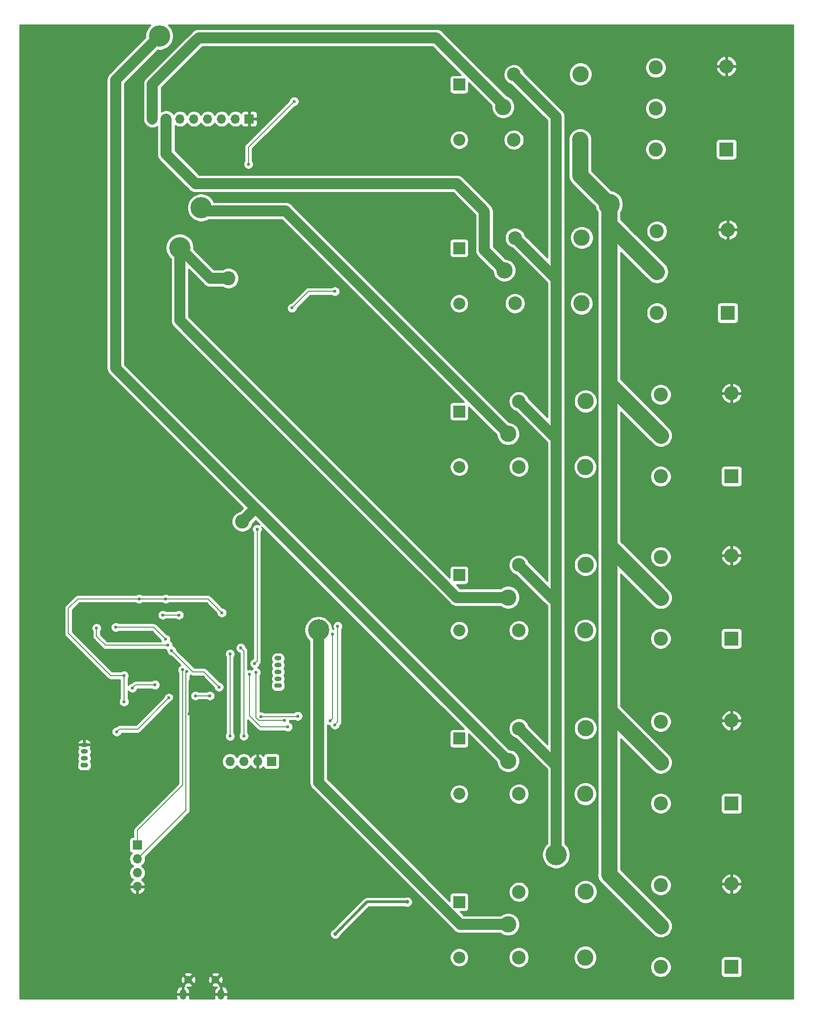
<source format=gbr>
%TF.GenerationSoftware,KiCad,Pcbnew,(5.1.10)-1*%
%TF.CreationDate,2021-08-19T16:33:58+09:00*%
%TF.ProjectId,ZeroGravity,5a65726f-4772-4617-9669-74792e6b6963,rev?*%
%TF.SameCoordinates,Original*%
%TF.FileFunction,Copper,L2,Bot*%
%TF.FilePolarity,Positive*%
%FSLAX46Y46*%
G04 Gerber Fmt 4.6, Leading zero omitted, Abs format (unit mm)*
G04 Created by KiCad (PCBNEW (5.1.10)-1) date 2021-08-19 16:33:58*
%MOMM*%
%LPD*%
G01*
G04 APERTURE LIST*
%TA.AperFunction,ComponentPad*%
%ADD10O,1.700000X1.700000*%
%TD*%
%TA.AperFunction,ComponentPad*%
%ADD11R,1.700000X1.700000*%
%TD*%
%TA.AperFunction,ComponentPad*%
%ADD12C,2.500000*%
%TD*%
%TA.AperFunction,ComponentPad*%
%ADD13C,3.000000*%
%TD*%
%TA.AperFunction,ComponentPad*%
%ADD14C,2.600000*%
%TD*%
%TA.AperFunction,ComponentPad*%
%ADD15O,2.600000X2.600000*%
%TD*%
%TA.AperFunction,ComponentPad*%
%ADD16R,2.600000X2.600000*%
%TD*%
%TA.AperFunction,ComponentPad*%
%ADD17R,2.200000X2.200000*%
%TD*%
%TA.AperFunction,ComponentPad*%
%ADD18O,2.200000X2.200000*%
%TD*%
%TA.AperFunction,ComponentPad*%
%ADD19O,1.200000X1.900000*%
%TD*%
%TA.AperFunction,ComponentPad*%
%ADD20C,1.450000*%
%TD*%
%TA.AperFunction,ComponentPad*%
%ADD21O,1.300000X0.800000*%
%TD*%
%TA.AperFunction,ViaPad*%
%ADD22C,0.600000*%
%TD*%
%TA.AperFunction,ViaPad*%
%ADD23C,3.900000*%
%TD*%
%TA.AperFunction,ViaPad*%
%ADD24C,0.700000*%
%TD*%
%TA.AperFunction,ViaPad*%
%ADD25C,2.600000*%
%TD*%
%TA.AperFunction,Conductor*%
%ADD26C,0.200000*%
%TD*%
%TA.AperFunction,Conductor*%
%ADD27C,2.000000*%
%TD*%
%TA.AperFunction,Conductor*%
%ADD28C,0.500000*%
%TD*%
%TA.AperFunction,Conductor*%
%ADD29C,3.000000*%
%TD*%
%TA.AperFunction,Conductor*%
%ADD30C,0.254000*%
%TD*%
%TA.AperFunction,Conductor*%
%ADD31C,0.100000*%
%TD*%
G04 APERTURE END LIST*
D10*
%TO.P,J2,4*%
%TO.N,GND*%
X53900000Y-158770000D03*
%TO.P,J2,3*%
%TO.N,VBUS*%
X53900000Y-156230000D03*
%TO.P,J2,2*%
%TO.N,/Main Controller/I2C1_SCL*%
X53900000Y-153690000D03*
D11*
%TO.P,J2,1*%
%TO.N,/Main Controller/I2C1_SDA*%
X53900000Y-151150000D03*
%TD*%
D12*
%TO.P,K3,2*%
%TO.N,Net-(D4-Pad2)*%
X123950000Y-111750000D03*
D13*
%TO.P,K3,3*%
%TO.N,+30V*%
X136150000Y-111750000D03*
%TO.P,K3,4*%
%TO.N,N/C*%
X136200000Y-99700000D03*
D12*
%TO.P,K3,5*%
%TO.N,VBUS*%
X123950000Y-99750000D03*
D13*
%TO.P,K3,1*%
%TO.N,LSW3_COM*%
X122000000Y-105700000D03*
%TD*%
D12*
%TO.P,K2,2*%
%TO.N,Net-(D1-Pad2)*%
X123950000Y-141750000D03*
D13*
%TO.P,K2,3*%
%TO.N,+30V*%
X136150000Y-141750000D03*
%TO.P,K2,4*%
%TO.N,N/C*%
X136200000Y-129700000D03*
D12*
%TO.P,K2,5*%
%TO.N,VBUS*%
X123950000Y-129750000D03*
D13*
%TO.P,K2,1*%
%TO.N,LSW2_COM*%
X122000000Y-135700000D03*
%TD*%
D14*
%TO.P,SW2,1*%
%TO.N,Net-(D7-Pad1)*%
X150000000Y-173500000D03*
%TO.P,SW2,2*%
%TO.N,LSW1_COM*%
X150000000Y-158500000D03*
%TO.P,SW2,3*%
%TO.N,+30V*%
X150000000Y-166000000D03*
%TD*%
D10*
%TO.P,J5,4*%
%TO.N,/Main Controller/BT_RX*%
X70910000Y-135775000D03*
%TO.P,J5,3*%
%TO.N,/Main Controller/BT_TX*%
X73450000Y-135775000D03*
%TO.P,J5,2*%
%TO.N,GND*%
X75990000Y-135775000D03*
D11*
%TO.P,J5,1*%
%TO.N,+3V3*%
X78530000Y-135775000D03*
%TD*%
D12*
%TO.P,K1,2*%
%TO.N,Net-(D2-Pad2)*%
X123950000Y-171750000D03*
D13*
%TO.P,K1,3*%
%TO.N,+30V*%
X136150000Y-171750000D03*
%TO.P,K1,4*%
%TO.N,N/C*%
X136200000Y-159700000D03*
D12*
%TO.P,K1,5*%
%TO.N,VBUS*%
X123950000Y-159750000D03*
D13*
%TO.P,K1,1*%
%TO.N,LSW1_COM*%
X122000000Y-165700000D03*
%TD*%
D14*
%TO.P,SW3,1*%
%TO.N,Net-(D8-Pad1)*%
X150000000Y-143500000D03*
%TO.P,SW3,2*%
%TO.N,LSW2_COM*%
X150000000Y-128500000D03*
%TO.P,SW3,3*%
%TO.N,+30V*%
X150000000Y-136000000D03*
%TD*%
%TO.P,SW4,1*%
%TO.N,Net-(D9-Pad1)*%
X150000000Y-113250000D03*
%TO.P,SW4,2*%
%TO.N,LSW3_COM*%
X150000000Y-98250000D03*
%TO.P,SW4,3*%
%TO.N,+30V*%
X150000000Y-105750000D03*
%TD*%
%TO.P,SW5,1*%
%TO.N,Net-(D10-Pad1)*%
X150000000Y-83500000D03*
%TO.P,SW5,2*%
%TO.N,LSW4_COM*%
X150000000Y-68500000D03*
%TO.P,SW5,3*%
%TO.N,+30V*%
X150000000Y-76000000D03*
%TD*%
%TO.P,SW6,1*%
%TO.N,Net-(D11-Pad1)*%
X149300000Y-53500000D03*
%TO.P,SW6,2*%
%TO.N,LSW5_COM*%
X149300000Y-38500000D03*
%TO.P,SW6,3*%
%TO.N,+30V*%
X149300000Y-46000000D03*
%TD*%
%TO.P,SW7,1*%
%TO.N,Net-(D12-Pad1)*%
X149075000Y-23500000D03*
%TO.P,SW7,2*%
%TO.N,LSW6_COM*%
X149075000Y-8500000D03*
%TO.P,SW7,3*%
%TO.N,+30V*%
X149075000Y-16000000D03*
%TD*%
D12*
%TO.P,K6,2*%
%TO.N,Net-(D6-Pad2)*%
X123025000Y-21750000D03*
D13*
%TO.P,K6,3*%
%TO.N,+30V*%
X135225000Y-21750000D03*
%TO.P,K6,4*%
%TO.N,N/C*%
X135275000Y-9700000D03*
D12*
%TO.P,K6,5*%
%TO.N,VBUS*%
X123025000Y-9750000D03*
D13*
%TO.P,K6,1*%
%TO.N,LSW6_COM*%
X121075000Y-15700000D03*
%TD*%
D12*
%TO.P,K5,2*%
%TO.N,Net-(D5-Pad2)*%
X123250000Y-51750000D03*
D13*
%TO.P,K5,3*%
%TO.N,+30V*%
X135450000Y-51750000D03*
%TO.P,K5,4*%
%TO.N,N/C*%
X135500000Y-39700000D03*
D12*
%TO.P,K5,5*%
%TO.N,VBUS*%
X123250000Y-39750000D03*
D13*
%TO.P,K5,1*%
%TO.N,LSW5_COM*%
X121300000Y-45700000D03*
%TD*%
D12*
%TO.P,K4,2*%
%TO.N,Net-(D3-Pad2)*%
X123950000Y-81750000D03*
D13*
%TO.P,K4,3*%
%TO.N,+30V*%
X136150000Y-81750000D03*
%TO.P,K4,4*%
%TO.N,N/C*%
X136200000Y-69700000D03*
D12*
%TO.P,K4,5*%
%TO.N,VBUS*%
X123950000Y-69750000D03*
D13*
%TO.P,K4,1*%
%TO.N,LSW4_COM*%
X122000000Y-75700000D03*
%TD*%
D10*
%TO.P,J1,8*%
%TO.N,LSW6_COM*%
X56670000Y-17925000D03*
%TO.P,J1,7*%
%TO.N,LSW5_COM*%
X59210000Y-17925000D03*
%TO.P,J1,6*%
%TO.N,LSW3_COM*%
X61750000Y-17925000D03*
%TO.P,J1,5*%
%TO.N,LSW4_COM*%
X64290000Y-17925000D03*
%TO.P,J1,4*%
%TO.N,LSW2_COM*%
X66830000Y-17925000D03*
%TO.P,J1,3*%
%TO.N,LSW1_COM*%
X69370000Y-17925000D03*
%TO.P,J1,2*%
%TO.N,+30V*%
X71910000Y-17925000D03*
D11*
%TO.P,J1,1*%
%TO.N,GND*%
X74450000Y-17925000D03*
%TD*%
D15*
%TO.P,D12,2*%
%TO.N,GND*%
X162075000Y-8260000D03*
D16*
%TO.P,D12,1*%
%TO.N,Net-(D12-Pad1)*%
X162075000Y-23500000D03*
%TD*%
D15*
%TO.P,D11,2*%
%TO.N,GND*%
X162300000Y-38260000D03*
D16*
%TO.P,D11,1*%
%TO.N,Net-(D11-Pad1)*%
X162300000Y-53500000D03*
%TD*%
D15*
%TO.P,D10,2*%
%TO.N,GND*%
X163000000Y-68235000D03*
D16*
%TO.P,D10,1*%
%TO.N,Net-(D10-Pad1)*%
X163000000Y-83475000D03*
%TD*%
D15*
%TO.P,D9,2*%
%TO.N,GND*%
X163000000Y-98010000D03*
D16*
%TO.P,D9,1*%
%TO.N,Net-(D9-Pad1)*%
X163000000Y-113250000D03*
%TD*%
%TO.P,D8,1*%
%TO.N,Net-(D8-Pad1)*%
X163000000Y-143525000D03*
D15*
%TO.P,D8,2*%
%TO.N,GND*%
X163000000Y-128285000D03*
%TD*%
D16*
%TO.P,D7,1*%
%TO.N,Net-(D7-Pad1)*%
X163000000Y-173500000D03*
D15*
%TO.P,D7,2*%
%TO.N,GND*%
X163000000Y-158260000D03*
%TD*%
D17*
%TO.P,D6,1*%
%TO.N,VBUS*%
X113000000Y-11600000D03*
D18*
%TO.P,D6,2*%
%TO.N,Net-(D6-Pad2)*%
X113000000Y-21760000D03*
%TD*%
D17*
%TO.P,D5,1*%
%TO.N,VBUS*%
X113000000Y-41625000D03*
D18*
%TO.P,D5,2*%
%TO.N,Net-(D5-Pad2)*%
X113000000Y-51785000D03*
%TD*%
D17*
%TO.P,D4,1*%
%TO.N,VBUS*%
X113000000Y-101600000D03*
D18*
%TO.P,D4,2*%
%TO.N,Net-(D4-Pad2)*%
X113000000Y-111760000D03*
%TD*%
D17*
%TO.P,D3,1*%
%TO.N,VBUS*%
X113000000Y-71600000D03*
D18*
%TO.P,D3,2*%
%TO.N,Net-(D3-Pad2)*%
X113000000Y-81760000D03*
%TD*%
D17*
%TO.P,D2,1*%
%TO.N,VBUS*%
X113000000Y-161600000D03*
D18*
%TO.P,D2,2*%
%TO.N,Net-(D2-Pad2)*%
X113000000Y-171760000D03*
%TD*%
%TO.P,D1,2*%
%TO.N,Net-(D1-Pad2)*%
X113000000Y-141760000D03*
D17*
%TO.P,D1,1*%
%TO.N,VBUS*%
X113000000Y-131600000D03*
%TD*%
D19*
%TO.P,J7,6*%
%TO.N,GND*%
X69275000Y-178550000D03*
X62275000Y-178550000D03*
D20*
X68275000Y-175850000D03*
X63275000Y-175850000D03*
%TD*%
D21*
%TO.P,J4,5*%
%TO.N,/Main Controller/DBG_SWCLK*%
X79750000Y-116875000D03*
%TO.P,J4,4*%
%TO.N,/Main Controller/DBG_SWDIO*%
X79750000Y-118125000D03*
%TO.P,J4,3*%
%TO.N,/Main Controller/NRST*%
X79750000Y-119375000D03*
%TO.P,J4,2*%
%TO.N,+3V3*%
X79750000Y-120625000D03*
%TO.P,J4,1*%
%TA.AperFunction,ComponentPad*%
G36*
G01*
X80200000Y-122275000D02*
X79300000Y-122275000D01*
G75*
G02*
X79100000Y-122075000I0J200000D01*
G01*
X79100000Y-121675000D01*
G75*
G02*
X79300000Y-121475000I200000J0D01*
G01*
X80200000Y-121475000D01*
G75*
G02*
X80400000Y-121675000I0J-200000D01*
G01*
X80400000Y-122075000D01*
G75*
G02*
X80200000Y-122275000I-200000J0D01*
G01*
G37*
%TD.AperFunction*%
%TD*%
%TO.P,J3,4*%
%TO.N,GND*%
X44175000Y-132725000D03*
%TO.P,J3,3*%
%TO.N,/Main Controller/DEBUG_RX*%
X44175000Y-133975000D03*
%TO.P,J3,2*%
%TO.N,/Main Controller/DEBUG_TX*%
X44175000Y-135225000D03*
%TO.P,J3,1*%
%TO.N,+3V3*%
%TA.AperFunction,ComponentPad*%
G36*
G01*
X44625000Y-136875000D02*
X43725000Y-136875000D01*
G75*
G02*
X43525000Y-136675000I0J200000D01*
G01*
X43525000Y-136275000D01*
G75*
G02*
X43725000Y-136075000I200000J0D01*
G01*
X44625000Y-136075000D01*
G75*
G02*
X44825000Y-136275000I0J-200000D01*
G01*
X44825000Y-136675000D01*
G75*
G02*
X44625000Y-136875000I-200000J0D01*
G01*
G37*
%TD.AperFunction*%
%TD*%
D22*
%TO.N,/Main Controller/NRST*%
X60225000Y-115475000D03*
X68900000Y-122125000D03*
%TO.N,GND*%
X60700000Y-124175000D03*
X58900000Y-127575000D03*
X66050000Y-120275000D03*
X63425000Y-127050000D03*
X67250000Y-113225000D03*
X60225000Y-111875000D03*
%TO.N,+3V3*%
X64600000Y-123750000D03*
X67225000Y-123750000D03*
X51475000Y-124850000D03*
X51450000Y-120050000D03*
X59125000Y-105975000D03*
X54225000Y-105975000D03*
X69425000Y-108500000D03*
D23*
%TO.N,VBUS*%
X130800000Y-152900000D03*
D24*
X90250000Y-167425000D03*
X103450000Y-161575000D03*
D22*
%TO.N,/Main Controller/BOOT0*%
X58575000Y-108925000D03*
X61550000Y-108925000D03*
%TO.N,/Main Controller/DEBUG_RX*%
X52975000Y-122325000D03*
X57175000Y-121750000D03*
%TO.N,/Main Controller/DEBUG_TX*%
X50125000Y-130350000D03*
X59700000Y-124150000D03*
%TO.N,/Main Controller/BT_RX*%
X70925000Y-131150000D03*
X70925000Y-116050000D03*
%TO.N,/Main Controller/BT_TX*%
X73450000Y-131100000D03*
X72900000Y-114975000D03*
D23*
%TO.N,+30V*%
X140525000Y-33575000D03*
%TO.N,LSW2_COM*%
X57975000Y-2700000D03*
D25*
X73175000Y-91775000D03*
D23*
%TO.N,LSW1_COM*%
X87175000Y-111700000D03*
%TO.N,LSW4_COM*%
X65625000Y-34200000D03*
%TO.N,LSW3_COM*%
X61700000Y-41550000D03*
D25*
X70625000Y-47150000D03*
D22*
%TO.N,LSW4_TRIGGER*%
X90700000Y-110975000D03*
X90175000Y-129075000D03*
X81525000Y-129450000D03*
X74499265Y-119825735D03*
%TO.N,LSW3_TRIGGER*%
X83350000Y-127475000D03*
X76625000Y-127550000D03*
%TO.N,LSW5_TRIGGER*%
X89725000Y-112400000D03*
X89325000Y-128325000D03*
X80950000Y-128275000D03*
X75700000Y-119450000D03*
%TO.N,LSW6_TRIGGER*%
X75450000Y-117825000D03*
X75900000Y-93175000D03*
X82300000Y-52600000D03*
X90175000Y-49550000D03*
X74300000Y-26200000D03*
X82675000Y-14700000D03*
%TO.N,/Main Controller/LIMIT_SIG6*%
X59550000Y-114500000D03*
X46425000Y-111350000D03*
%TO.N,/Main Controller/LIMIT_SIG5*%
X59114004Y-113381638D03*
X49925000Y-111175000D03*
%TO.N,/Main Controller/I2C1_SCL*%
X62975000Y-119300000D03*
%TO.N,/Main Controller/I2C1_SDA*%
X62225000Y-118975000D03*
%TD*%
D26*
%TO.N,/Main Controller/NRST*%
X64125000Y-119375000D02*
X60225000Y-115475000D01*
X66150000Y-119375000D02*
X64125000Y-119375000D01*
X68900000Y-122125000D02*
X66150000Y-119375000D01*
%TO.N,GND*%
X60700000Y-124175000D02*
X58450000Y-126425000D01*
X58450000Y-127125000D02*
X58900000Y-127575000D01*
X58450000Y-126425000D02*
X58450000Y-127125000D01*
X66050000Y-120275000D02*
X64250000Y-120275000D01*
X64250000Y-120275000D02*
X64150000Y-120275000D01*
X63425000Y-121000000D02*
X63425000Y-127050000D01*
X64150000Y-120275000D02*
X63425000Y-121000000D01*
%TO.N,+3V3*%
X64600000Y-123750000D02*
X67225000Y-123750000D01*
X51475000Y-120075000D02*
X51450000Y-120050000D01*
X51475000Y-124850000D02*
X51475000Y-120075000D01*
X51450000Y-120050000D02*
X49000000Y-120050000D01*
X49000000Y-120050000D02*
X41250000Y-112300000D01*
X41250000Y-112300000D02*
X41250000Y-107700000D01*
X41250000Y-107700000D02*
X42975000Y-105975000D01*
X54100000Y-105975000D02*
X54225000Y-105975000D01*
X42975000Y-105975000D02*
X54100000Y-105975000D01*
X54100000Y-105975000D02*
X59125000Y-105975000D01*
X66900000Y-105975000D02*
X59125000Y-105975000D01*
X69425000Y-108500000D02*
X66900000Y-105975000D01*
D27*
%TO.N,VBUS*%
X130800000Y-136600000D02*
X123950000Y-129750000D01*
X130800000Y-152900000D02*
X130800000Y-136600000D01*
X130800000Y-106600000D02*
X123950000Y-99750000D01*
X130800000Y-136600000D02*
X130800000Y-106600000D01*
X130800000Y-76600000D02*
X123950000Y-69750000D01*
X130800000Y-106600000D02*
X130800000Y-76600000D01*
X130800000Y-47300000D02*
X123250000Y-39750000D01*
X130800000Y-76600000D02*
X130800000Y-47300000D01*
X130800000Y-17525000D02*
X123025000Y-9750000D01*
X130800000Y-47300000D02*
X130800000Y-17525000D01*
D28*
X96100000Y-161575000D02*
X103450000Y-161575000D01*
X90250000Y-167425000D02*
X96100000Y-161575000D01*
D26*
%TO.N,/Main Controller/BOOT0*%
X58575000Y-108925000D02*
X61550000Y-108925000D01*
%TO.N,/Main Controller/DEBUG_RX*%
X53550000Y-121750000D02*
X57175000Y-121750000D01*
X52975000Y-122325000D02*
X53550000Y-121750000D01*
%TO.N,/Main Controller/DEBUG_TX*%
X50125000Y-130350000D02*
X50600000Y-129875000D01*
X53975000Y-129875000D02*
X59700000Y-124150000D01*
X50600000Y-129875000D02*
X53975000Y-129875000D01*
%TO.N,/Main Controller/BT_RX*%
X70925000Y-131150000D02*
X70925000Y-116050000D01*
%TO.N,/Main Controller/BT_TX*%
X73450000Y-131100000D02*
X73450000Y-119975000D01*
X73450000Y-115525000D02*
X72900000Y-114975000D01*
X73450000Y-119975000D02*
X73450000Y-115525000D01*
D29*
%TO.N,+30V*%
X135225000Y-28275000D02*
X140525000Y-33575000D01*
X135225000Y-21750000D02*
X135225000Y-28275000D01*
X140525000Y-37225000D02*
X149300000Y-46000000D01*
X140525000Y-33575000D02*
X140525000Y-37225000D01*
X140525000Y-66525000D02*
X150000000Y-76000000D01*
X140525000Y-33575000D02*
X140525000Y-66525000D01*
X140525000Y-96275000D02*
X150000000Y-105750000D01*
X140525000Y-66525000D02*
X140525000Y-96275000D01*
X140525000Y-126525000D02*
X150000000Y-136000000D01*
X140525000Y-96275000D02*
X140525000Y-126525000D01*
X140525000Y-156525000D02*
X150000000Y-166000000D01*
X140525000Y-126525000D02*
X140525000Y-156525000D01*
D27*
%TO.N,LSW2_COM*%
X49925000Y-10750000D02*
X57975000Y-2700000D01*
X49925000Y-63625000D02*
X49925000Y-10750000D01*
X75612500Y-89337500D02*
X75637500Y-89337500D01*
X73175000Y-91775000D02*
X75612500Y-89337500D01*
X75637500Y-89337500D02*
X49925000Y-63625000D01*
X122000000Y-135700000D02*
X75637500Y-89337500D01*
%TO.N,LSW1_COM*%
X122000000Y-165700000D02*
X113200000Y-165700000D01*
X87175000Y-139675000D02*
X87175000Y-111700000D01*
X113200000Y-165700000D02*
X87175000Y-139675000D01*
%TO.N,LSW4_COM*%
X122000000Y-75700000D02*
X81100000Y-34800000D01*
X66225000Y-34800000D02*
X65625000Y-34200000D01*
X81100000Y-34800000D02*
X66225000Y-34800000D01*
%TO.N,LSW3_COM*%
X122000000Y-105700000D02*
X112525000Y-105700000D01*
X61700000Y-54875000D02*
X61700000Y-41550000D01*
X112525000Y-105700000D02*
X61700000Y-54875000D01*
X67300000Y-47150000D02*
X61700000Y-41550000D01*
X70625000Y-47150000D02*
X67300000Y-47150000D01*
%TO.N,LSW5_COM*%
X59210000Y-18419002D02*
X59210000Y-17925000D01*
X59210000Y-24410000D02*
X59210000Y-17925000D01*
X64600000Y-29800000D02*
X59210000Y-24410000D01*
X112575000Y-29800000D02*
X64600000Y-29800000D01*
X117625000Y-42025000D02*
X117625000Y-34850000D01*
X117625000Y-34850000D02*
X112575000Y-29800000D01*
X121300000Y-45700000D02*
X117625000Y-42025000D01*
%TO.N,LSW6_COM*%
X121075000Y-15314998D02*
X108785002Y-3025000D01*
X121075000Y-15700000D02*
X121075000Y-15314998D01*
X108785002Y-3025000D02*
X65175000Y-3025000D01*
X56670000Y-11530000D02*
X56670000Y-17925000D01*
X65175000Y-3025000D02*
X56670000Y-11530000D01*
D26*
%TO.N,LSW4_TRIGGER*%
X90700000Y-128550000D02*
X90175000Y-129075000D01*
X90700000Y-110975000D02*
X90700000Y-128550000D01*
X81525000Y-129450000D02*
X76525000Y-129450000D01*
X74499265Y-119825735D02*
X74499265Y-127424265D01*
X74499265Y-127424265D02*
X76525000Y-129450000D01*
%TO.N,LSW3_TRIGGER*%
X83275000Y-127550000D02*
X83350000Y-127475000D01*
X76625000Y-127550000D02*
X83275000Y-127550000D01*
%TO.N,LSW5_TRIGGER*%
X89725000Y-127925000D02*
X89325000Y-128325000D01*
X89725000Y-112400000D02*
X89725000Y-127925000D01*
X80950000Y-128275000D02*
X76225000Y-128275000D01*
X76225000Y-128275000D02*
X75700000Y-127750000D01*
X75700000Y-127750000D02*
X75700000Y-119450000D01*
%TO.N,LSW6_TRIGGER*%
X75900000Y-117375000D02*
X75900000Y-93175000D01*
X75450000Y-117825000D02*
X75900000Y-117375000D01*
X85350000Y-49550000D02*
X90175000Y-49550000D01*
X82300000Y-52600000D02*
X85350000Y-49550000D01*
X74300000Y-26200000D02*
X74300000Y-24075000D01*
X74300000Y-24075000D02*
X74300000Y-23075000D01*
X74300000Y-23075000D02*
X82675000Y-14700000D01*
%TO.N,/Main Controller/LIMIT_SIG6*%
X46425000Y-112850000D02*
X46425000Y-111350000D01*
X48075000Y-114500000D02*
X46425000Y-112850000D01*
X59550000Y-114500000D02*
X48075000Y-114500000D01*
%TO.N,/Main Controller/LIMIT_SIG5*%
X59114004Y-113381638D02*
X56907366Y-111175000D01*
X56907366Y-111175000D02*
X49925000Y-111175000D01*
%TO.N,/Main Controller/I2C1_SCL*%
X53900000Y-153690000D02*
X62865000Y-144725000D01*
X62824999Y-119450001D02*
X62975000Y-119300000D01*
X62824999Y-144684999D02*
X62824999Y-119450001D01*
X62865000Y-144725000D02*
X62824999Y-144684999D01*
%TO.N,/Main Controller/I2C1_SDA*%
X53900000Y-151150000D02*
X53900000Y-148450000D01*
X62225000Y-140125000D02*
X62225000Y-118975000D01*
X53900000Y-148450000D02*
X62225000Y-140125000D01*
%TD*%
D30*
%TO.N,GND*%
X55967099Y-1052158D02*
X55684202Y-1475543D01*
X55489340Y-1945983D01*
X55390000Y-2445400D01*
X55390000Y-2954600D01*
X55393013Y-2969748D01*
X48825682Y-9537080D01*
X48763287Y-9588286D01*
X48558970Y-9837248D01*
X48407148Y-10121286D01*
X48313658Y-10429484D01*
X48282089Y-10750000D01*
X48290001Y-10830329D01*
X48290000Y-63544681D01*
X48282089Y-63625000D01*
X48290000Y-63705319D01*
X48290000Y-63705321D01*
X48313657Y-63945515D01*
X48407148Y-64253714D01*
X48558969Y-64537751D01*
X48763286Y-64786714D01*
X48825687Y-64837925D01*
X73312761Y-89325000D01*
X72751414Y-89886348D01*
X72610581Y-89914361D01*
X72258434Y-90060225D01*
X71941509Y-90271987D01*
X71671987Y-90541509D01*
X71460225Y-90858434D01*
X71314361Y-91210581D01*
X71240000Y-91584419D01*
X71240000Y-91965581D01*
X71314361Y-92339419D01*
X71460225Y-92691566D01*
X71671987Y-93008491D01*
X71941509Y-93278013D01*
X72258434Y-93489775D01*
X72610581Y-93635639D01*
X72984419Y-93710000D01*
X73365581Y-93710000D01*
X73739419Y-93635639D01*
X74091566Y-93489775D01*
X74408491Y-93278013D01*
X74678013Y-93008491D01*
X74889775Y-92691566D01*
X75035639Y-92339419D01*
X75063652Y-92198586D01*
X75625001Y-91637239D01*
X76328015Y-92340253D01*
X76172729Y-92275932D01*
X75992089Y-92240000D01*
X75807911Y-92240000D01*
X75627271Y-92275932D01*
X75457111Y-92346414D01*
X75303972Y-92448738D01*
X75173738Y-92578972D01*
X75071414Y-92732111D01*
X75000932Y-92902271D01*
X74965000Y-93082911D01*
X74965000Y-93267089D01*
X75000932Y-93447729D01*
X75071414Y-93617889D01*
X75165001Y-93757952D01*
X75165000Y-116931015D01*
X75007111Y-116996414D01*
X74853972Y-117098738D01*
X74723738Y-117228972D01*
X74621414Y-117382111D01*
X74550932Y-117552271D01*
X74515000Y-117732911D01*
X74515000Y-117917089D01*
X74550932Y-118097729D01*
X74621414Y-118267889D01*
X74723738Y-118421028D01*
X74853972Y-118551262D01*
X75007111Y-118653586D01*
X75131717Y-118705199D01*
X75103972Y-118723738D01*
X74973738Y-118853972D01*
X74891962Y-118976359D01*
X74771994Y-118926667D01*
X74591354Y-118890735D01*
X74407176Y-118890735D01*
X74226536Y-118926667D01*
X74185000Y-118943872D01*
X74185000Y-115561094D01*
X74188555Y-115524999D01*
X74185000Y-115488904D01*
X74185000Y-115488895D01*
X74174365Y-115380915D01*
X74132337Y-115242367D01*
X74064087Y-115114680D01*
X73972238Y-115002762D01*
X73944193Y-114979746D01*
X73831931Y-114867485D01*
X73799068Y-114702271D01*
X73728586Y-114532111D01*
X73626262Y-114378972D01*
X73496028Y-114248738D01*
X73342889Y-114146414D01*
X73172729Y-114075932D01*
X72992089Y-114040000D01*
X72807911Y-114040000D01*
X72627271Y-114075932D01*
X72457111Y-114146414D01*
X72303972Y-114248738D01*
X72173738Y-114378972D01*
X72071414Y-114532111D01*
X72000932Y-114702271D01*
X71965000Y-114882911D01*
X71965000Y-115067089D01*
X72000932Y-115247729D01*
X72071414Y-115417889D01*
X72173738Y-115571028D01*
X72303972Y-115701262D01*
X72457111Y-115803586D01*
X72627271Y-115874068D01*
X72715001Y-115891519D01*
X72715000Y-120011104D01*
X72715001Y-120011114D01*
X72715000Y-130517049D01*
X72621414Y-130657111D01*
X72550932Y-130827271D01*
X72515000Y-131007911D01*
X72515000Y-131192089D01*
X72550932Y-131372729D01*
X72621414Y-131542889D01*
X72723738Y-131696028D01*
X72853972Y-131826262D01*
X73007111Y-131928586D01*
X73177271Y-131999068D01*
X73357911Y-132035000D01*
X73542089Y-132035000D01*
X73722729Y-131999068D01*
X73892889Y-131928586D01*
X74046028Y-131826262D01*
X74176262Y-131696028D01*
X74278586Y-131542889D01*
X74349068Y-131372729D01*
X74385000Y-131192089D01*
X74385000Y-131007911D01*
X74349068Y-130827271D01*
X74278586Y-130657111D01*
X74185000Y-130517049D01*
X74185000Y-128149446D01*
X75979746Y-129944193D01*
X76002762Y-129972238D01*
X76114680Y-130064087D01*
X76242367Y-130132337D01*
X76350043Y-130165000D01*
X76380915Y-130174365D01*
X76525000Y-130188556D01*
X76561105Y-130185000D01*
X80942049Y-130185000D01*
X81082111Y-130278586D01*
X81252271Y-130349068D01*
X81432911Y-130385000D01*
X81617089Y-130385000D01*
X81797729Y-130349068D01*
X81967889Y-130278586D01*
X82121028Y-130176262D01*
X82251262Y-130046028D01*
X82353586Y-129892889D01*
X82424068Y-129722729D01*
X82460000Y-129542089D01*
X82460000Y-129357911D01*
X82424068Y-129177271D01*
X82353586Y-129007111D01*
X82251262Y-128853972D01*
X82121028Y-128723738D01*
X81967889Y-128621414D01*
X81840417Y-128568614D01*
X81849068Y-128547729D01*
X81885000Y-128367089D01*
X81885000Y-128285000D01*
X82879295Y-128285000D01*
X82907111Y-128303586D01*
X83077271Y-128374068D01*
X83257911Y-128410000D01*
X83442089Y-128410000D01*
X83622729Y-128374068D01*
X83792889Y-128303586D01*
X83946028Y-128201262D01*
X84076262Y-128071028D01*
X84178586Y-127917889D01*
X84249068Y-127747729D01*
X84285000Y-127567089D01*
X84285000Y-127382911D01*
X84249068Y-127202271D01*
X84178586Y-127032111D01*
X84076262Y-126878972D01*
X83946028Y-126748738D01*
X83792889Y-126646414D01*
X83622729Y-126575932D01*
X83442089Y-126540000D01*
X83257911Y-126540000D01*
X83077271Y-126575932D01*
X82907111Y-126646414D01*
X82753972Y-126748738D01*
X82687710Y-126815000D01*
X77207951Y-126815000D01*
X77067889Y-126721414D01*
X76897729Y-126650932D01*
X76717089Y-126615000D01*
X76532911Y-126615000D01*
X76435000Y-126634476D01*
X76435000Y-120032951D01*
X76528586Y-119892889D01*
X76599068Y-119722729D01*
X76635000Y-119542089D01*
X76635000Y-119357911D01*
X76599068Y-119177271D01*
X76528586Y-119007111D01*
X76426262Y-118853972D01*
X76296028Y-118723738D01*
X76142889Y-118621414D01*
X76018283Y-118569801D01*
X76046028Y-118551262D01*
X76176262Y-118421028D01*
X76278586Y-118267889D01*
X76349068Y-118097729D01*
X76381932Y-117932514D01*
X76394192Y-117920254D01*
X76422237Y-117897238D01*
X76514087Y-117785320D01*
X76582337Y-117657633D01*
X76615836Y-117547203D01*
X76624365Y-117519086D01*
X76625765Y-117504868D01*
X76635000Y-117411105D01*
X76635000Y-117411098D01*
X76638555Y-117375001D01*
X76635000Y-117338904D01*
X76635000Y-116875000D01*
X78459993Y-116875000D01*
X78479976Y-117077895D01*
X78539159Y-117272993D01*
X78635266Y-117452797D01*
X78674004Y-117500000D01*
X78635266Y-117547203D01*
X78539159Y-117727007D01*
X78479976Y-117922105D01*
X78459993Y-118125000D01*
X78479976Y-118327895D01*
X78539159Y-118522993D01*
X78635266Y-118702797D01*
X78674004Y-118750000D01*
X78635266Y-118797203D01*
X78539159Y-118977007D01*
X78479976Y-119172105D01*
X78459993Y-119375000D01*
X78479976Y-119577895D01*
X78539159Y-119772993D01*
X78635266Y-119952797D01*
X78674004Y-120000000D01*
X78635266Y-120047203D01*
X78539159Y-120227007D01*
X78479976Y-120422105D01*
X78459993Y-120625000D01*
X78479976Y-120827895D01*
X78539159Y-121022993D01*
X78624741Y-121183106D01*
X78603169Y-121209392D01*
X78525722Y-121354284D01*
X78478031Y-121511500D01*
X78461928Y-121675000D01*
X78461928Y-122075000D01*
X78478031Y-122238500D01*
X78525722Y-122395716D01*
X78603169Y-122540608D01*
X78707394Y-122667606D01*
X78834392Y-122771831D01*
X78979284Y-122849278D01*
X79136500Y-122896969D01*
X79300000Y-122913072D01*
X80200000Y-122913072D01*
X80363500Y-122896969D01*
X80520716Y-122849278D01*
X80665608Y-122771831D01*
X80792606Y-122667606D01*
X80896831Y-122540608D01*
X80974278Y-122395716D01*
X81021969Y-122238500D01*
X81038072Y-122075000D01*
X81038072Y-121675000D01*
X81021969Y-121511500D01*
X80974278Y-121354284D01*
X80896831Y-121209392D01*
X80875259Y-121183106D01*
X80960841Y-121022993D01*
X81020024Y-120827895D01*
X81040007Y-120625000D01*
X81020024Y-120422105D01*
X80960841Y-120227007D01*
X80864734Y-120047203D01*
X80825996Y-120000000D01*
X80864734Y-119952797D01*
X80960841Y-119772993D01*
X81020024Y-119577895D01*
X81040007Y-119375000D01*
X81020024Y-119172105D01*
X80960841Y-118977007D01*
X80864734Y-118797203D01*
X80825996Y-118750000D01*
X80864734Y-118702797D01*
X80960841Y-118522993D01*
X81020024Y-118327895D01*
X81040007Y-118125000D01*
X81020024Y-117922105D01*
X80960841Y-117727007D01*
X80864734Y-117547203D01*
X80825996Y-117500000D01*
X80864734Y-117452797D01*
X80960841Y-117272993D01*
X81020024Y-117077895D01*
X81040007Y-116875000D01*
X81020024Y-116672105D01*
X80960841Y-116477007D01*
X80864734Y-116297203D01*
X80735396Y-116139604D01*
X80577797Y-116010266D01*
X80397993Y-115914159D01*
X80202895Y-115854976D01*
X80050838Y-115840000D01*
X79449162Y-115840000D01*
X79297105Y-115854976D01*
X79102007Y-115914159D01*
X78922203Y-116010266D01*
X78764604Y-116139604D01*
X78635266Y-116297203D01*
X78539159Y-116477007D01*
X78479976Y-116672105D01*
X78459993Y-116875000D01*
X76635000Y-116875000D01*
X76635000Y-111445400D01*
X84590000Y-111445400D01*
X84590000Y-111954600D01*
X84689340Y-112454017D01*
X84884202Y-112924457D01*
X85167099Y-113347842D01*
X85527158Y-113707901D01*
X85540001Y-113716482D01*
X85540000Y-139594681D01*
X85532089Y-139675000D01*
X85540000Y-139755319D01*
X85540000Y-139755321D01*
X85563657Y-139995515D01*
X85657148Y-140303714D01*
X85808969Y-140587751D01*
X86013286Y-140836714D01*
X86075687Y-140887925D01*
X111987080Y-166799319D01*
X112038286Y-166861714D01*
X112287248Y-167066031D01*
X112571285Y-167217852D01*
X112879484Y-167311343D01*
X113119678Y-167335000D01*
X113119680Y-167335000D01*
X113200000Y-167342911D01*
X113280319Y-167335000D01*
X120615654Y-167335000D01*
X120639017Y-167358363D01*
X120988698Y-167592012D01*
X121377244Y-167752953D01*
X121789721Y-167835000D01*
X122210279Y-167835000D01*
X122622756Y-167752953D01*
X123011302Y-167592012D01*
X123360983Y-167358363D01*
X123658363Y-167060983D01*
X123892012Y-166711302D01*
X124052953Y-166322756D01*
X124135000Y-165910279D01*
X124135000Y-165489721D01*
X124052953Y-165077244D01*
X123892012Y-164688698D01*
X123658363Y-164339017D01*
X123360983Y-164041637D01*
X123011302Y-163807988D01*
X122622756Y-163647047D01*
X122210279Y-163565000D01*
X121789721Y-163565000D01*
X121377244Y-163647047D01*
X120988698Y-163807988D01*
X120639017Y-164041637D01*
X120615654Y-164065000D01*
X113877239Y-164065000D01*
X113150311Y-163338072D01*
X114100000Y-163338072D01*
X114224482Y-163325812D01*
X114344180Y-163289502D01*
X114454494Y-163230537D01*
X114551185Y-163151185D01*
X114630537Y-163054494D01*
X114689502Y-162944180D01*
X114725812Y-162824482D01*
X114738072Y-162700000D01*
X114738072Y-160500000D01*
X114725812Y-160375518D01*
X114689502Y-160255820D01*
X114630537Y-160145506D01*
X114551185Y-160048815D01*
X114454494Y-159969463D01*
X114344180Y-159910498D01*
X114224482Y-159874188D01*
X114100000Y-159861928D01*
X111900000Y-159861928D01*
X111775518Y-159874188D01*
X111655820Y-159910498D01*
X111545506Y-159969463D01*
X111448815Y-160048815D01*
X111369463Y-160145506D01*
X111310498Y-160255820D01*
X111274188Y-160375518D01*
X111261928Y-160500000D01*
X111261928Y-161449689D01*
X109376583Y-159564344D01*
X122065000Y-159564344D01*
X122065000Y-159935656D01*
X122137439Y-160299834D01*
X122279534Y-160642882D01*
X122485825Y-160951618D01*
X122748382Y-161214175D01*
X123057118Y-161420466D01*
X123400166Y-161562561D01*
X123764344Y-161635000D01*
X124135656Y-161635000D01*
X124499834Y-161562561D01*
X124842882Y-161420466D01*
X125151618Y-161214175D01*
X125414175Y-160951618D01*
X125620466Y-160642882D01*
X125762561Y-160299834D01*
X125835000Y-159935656D01*
X125835000Y-159564344D01*
X125820157Y-159489721D01*
X134065000Y-159489721D01*
X134065000Y-159910279D01*
X134147047Y-160322756D01*
X134307988Y-160711302D01*
X134541637Y-161060983D01*
X134839017Y-161358363D01*
X135188698Y-161592012D01*
X135577244Y-161752953D01*
X135989721Y-161835000D01*
X136410279Y-161835000D01*
X136822756Y-161752953D01*
X137211302Y-161592012D01*
X137560983Y-161358363D01*
X137858363Y-161060983D01*
X138092012Y-160711302D01*
X138252953Y-160322756D01*
X138335000Y-159910279D01*
X138335000Y-159489721D01*
X138252953Y-159077244D01*
X138092012Y-158688698D01*
X137858363Y-158339017D01*
X137560983Y-158041637D01*
X137211302Y-157807988D01*
X136822756Y-157647047D01*
X136410279Y-157565000D01*
X135989721Y-157565000D01*
X135577244Y-157647047D01*
X135188698Y-157807988D01*
X134839017Y-158041637D01*
X134541637Y-158339017D01*
X134307988Y-158688698D01*
X134147047Y-159077244D01*
X134065000Y-159489721D01*
X125820157Y-159489721D01*
X125762561Y-159200166D01*
X125620466Y-158857118D01*
X125414175Y-158548382D01*
X125151618Y-158285825D01*
X124842882Y-158079534D01*
X124499834Y-157937439D01*
X124135656Y-157865000D01*
X123764344Y-157865000D01*
X123400166Y-157937439D01*
X123057118Y-158079534D01*
X122748382Y-158285825D01*
X122485825Y-158548382D01*
X122279534Y-158857118D01*
X122137439Y-159200166D01*
X122065000Y-159564344D01*
X109376583Y-159564344D01*
X91401356Y-141589117D01*
X111265000Y-141589117D01*
X111265000Y-141930883D01*
X111331675Y-142266081D01*
X111462463Y-142581831D01*
X111652337Y-142865998D01*
X111894002Y-143107663D01*
X112178169Y-143297537D01*
X112493919Y-143428325D01*
X112829117Y-143495000D01*
X113170883Y-143495000D01*
X113506081Y-143428325D01*
X113821831Y-143297537D01*
X114105998Y-143107663D01*
X114347663Y-142865998D01*
X114537537Y-142581831D01*
X114668325Y-142266081D01*
X114735000Y-141930883D01*
X114735000Y-141589117D01*
X114730073Y-141564344D01*
X122065000Y-141564344D01*
X122065000Y-141935656D01*
X122137439Y-142299834D01*
X122279534Y-142642882D01*
X122485825Y-142951618D01*
X122748382Y-143214175D01*
X123057118Y-143420466D01*
X123400166Y-143562561D01*
X123764344Y-143635000D01*
X124135656Y-143635000D01*
X124499834Y-143562561D01*
X124842882Y-143420466D01*
X125151618Y-143214175D01*
X125414175Y-142951618D01*
X125620466Y-142642882D01*
X125762561Y-142299834D01*
X125835000Y-141935656D01*
X125835000Y-141564344D01*
X125762561Y-141200166D01*
X125620466Y-140857118D01*
X125414175Y-140548382D01*
X125151618Y-140285825D01*
X124842882Y-140079534D01*
X124499834Y-139937439D01*
X124135656Y-139865000D01*
X123764344Y-139865000D01*
X123400166Y-139937439D01*
X123057118Y-140079534D01*
X122748382Y-140285825D01*
X122485825Y-140548382D01*
X122279534Y-140857118D01*
X122137439Y-141200166D01*
X122065000Y-141564344D01*
X114730073Y-141564344D01*
X114668325Y-141253919D01*
X114537537Y-140938169D01*
X114347663Y-140654002D01*
X114105998Y-140412337D01*
X113821831Y-140222463D01*
X113506081Y-140091675D01*
X113170883Y-140025000D01*
X112829117Y-140025000D01*
X112493919Y-140091675D01*
X112178169Y-140222463D01*
X111894002Y-140412337D01*
X111652337Y-140654002D01*
X111462463Y-140938169D01*
X111331675Y-141253919D01*
X111265000Y-141589117D01*
X91401356Y-141589117D01*
X88810000Y-138997762D01*
X88810000Y-129105403D01*
X88882111Y-129153586D01*
X89052271Y-129224068D01*
X89232911Y-129260000D01*
X89258481Y-129260000D01*
X89275932Y-129347729D01*
X89346414Y-129517889D01*
X89448738Y-129671028D01*
X89578972Y-129801262D01*
X89732111Y-129903586D01*
X89902271Y-129974068D01*
X90082911Y-130010000D01*
X90267089Y-130010000D01*
X90447729Y-129974068D01*
X90617889Y-129903586D01*
X90771028Y-129801262D01*
X90901262Y-129671028D01*
X91003586Y-129517889D01*
X91074068Y-129347729D01*
X91106931Y-129182515D01*
X91194192Y-129095254D01*
X91222238Y-129072238D01*
X91314087Y-128960320D01*
X91382337Y-128832633D01*
X91411857Y-128735319D01*
X91424365Y-128694086D01*
X91430469Y-128632111D01*
X91435000Y-128586105D01*
X91435000Y-128586098D01*
X91438555Y-128550001D01*
X91435000Y-128513904D01*
X91435000Y-111557951D01*
X91528586Y-111417889D01*
X91599068Y-111247729D01*
X91635000Y-111067089D01*
X91635000Y-110882911D01*
X91599068Y-110702271D01*
X91528586Y-110532111D01*
X91426262Y-110378972D01*
X91296028Y-110248738D01*
X91142889Y-110146414D01*
X90972729Y-110075932D01*
X90792089Y-110040000D01*
X90607911Y-110040000D01*
X90427271Y-110075932D01*
X90257111Y-110146414D01*
X90103972Y-110248738D01*
X89973738Y-110378972D01*
X89871414Y-110532111D01*
X89800932Y-110702271D01*
X89765000Y-110882911D01*
X89765000Y-111067089D01*
X89800932Y-111247729D01*
X89871414Y-111417889D01*
X89916045Y-111484684D01*
X89817089Y-111465000D01*
X89760000Y-111465000D01*
X89760000Y-111445400D01*
X89660660Y-110945983D01*
X89465798Y-110475543D01*
X89182901Y-110052158D01*
X88822842Y-109692099D01*
X88399457Y-109409202D01*
X87929017Y-109214340D01*
X87429600Y-109115000D01*
X86920400Y-109115000D01*
X86420983Y-109214340D01*
X85950543Y-109409202D01*
X85527158Y-109692099D01*
X85167099Y-110052158D01*
X84884202Y-110475543D01*
X84689340Y-110945983D01*
X84590000Y-111445400D01*
X76635000Y-111445400D01*
X76635000Y-93757951D01*
X76728586Y-93617889D01*
X76799068Y-93447729D01*
X76835000Y-93267089D01*
X76835000Y-93082911D01*
X76799068Y-92902271D01*
X76734747Y-92746985D01*
X113849689Y-129861928D01*
X111900000Y-129861928D01*
X111775518Y-129874188D01*
X111655820Y-129910498D01*
X111545506Y-129969463D01*
X111448815Y-130048815D01*
X111369463Y-130145506D01*
X111310498Y-130255820D01*
X111274188Y-130375518D01*
X111261928Y-130500000D01*
X111261928Y-132700000D01*
X111274188Y-132824482D01*
X111310498Y-132944180D01*
X111369463Y-133054494D01*
X111448815Y-133151185D01*
X111545506Y-133230537D01*
X111655820Y-133289502D01*
X111775518Y-133325812D01*
X111900000Y-133338072D01*
X114100000Y-133338072D01*
X114224482Y-133325812D01*
X114344180Y-133289502D01*
X114454494Y-133230537D01*
X114551185Y-133151185D01*
X114630537Y-133054494D01*
X114689502Y-132944180D01*
X114725812Y-132824482D01*
X114738072Y-132700000D01*
X114738072Y-130750311D01*
X119865000Y-135877239D01*
X119865000Y-135910279D01*
X119947047Y-136322756D01*
X120107988Y-136711302D01*
X120341637Y-137060983D01*
X120639017Y-137358363D01*
X120988698Y-137592012D01*
X121377244Y-137752953D01*
X121789721Y-137835000D01*
X122210279Y-137835000D01*
X122622756Y-137752953D01*
X123011302Y-137592012D01*
X123360983Y-137358363D01*
X123658363Y-137060983D01*
X123892012Y-136711302D01*
X124052953Y-136322756D01*
X124135000Y-135910279D01*
X124135000Y-135489721D01*
X124052953Y-135077244D01*
X123892012Y-134688698D01*
X123658363Y-134339017D01*
X123360983Y-134041637D01*
X123011302Y-133807988D01*
X122622756Y-133647047D01*
X122210279Y-133565000D01*
X122177239Y-133565000D01*
X100201356Y-111589117D01*
X111265000Y-111589117D01*
X111265000Y-111930883D01*
X111331675Y-112266081D01*
X111462463Y-112581831D01*
X111652337Y-112865998D01*
X111894002Y-113107663D01*
X112178169Y-113297537D01*
X112493919Y-113428325D01*
X112829117Y-113495000D01*
X113170883Y-113495000D01*
X113506081Y-113428325D01*
X113821831Y-113297537D01*
X114105998Y-113107663D01*
X114347663Y-112865998D01*
X114537537Y-112581831D01*
X114668325Y-112266081D01*
X114735000Y-111930883D01*
X114735000Y-111589117D01*
X114730073Y-111564344D01*
X122065000Y-111564344D01*
X122065000Y-111935656D01*
X122137439Y-112299834D01*
X122279534Y-112642882D01*
X122485825Y-112951618D01*
X122748382Y-113214175D01*
X123057118Y-113420466D01*
X123400166Y-113562561D01*
X123764344Y-113635000D01*
X124135656Y-113635000D01*
X124499834Y-113562561D01*
X124842882Y-113420466D01*
X125151618Y-113214175D01*
X125414175Y-112951618D01*
X125620466Y-112642882D01*
X125762561Y-112299834D01*
X125835000Y-111935656D01*
X125835000Y-111564344D01*
X125762561Y-111200166D01*
X125620466Y-110857118D01*
X125414175Y-110548382D01*
X125151618Y-110285825D01*
X124842882Y-110079534D01*
X124499834Y-109937439D01*
X124135656Y-109865000D01*
X123764344Y-109865000D01*
X123400166Y-109937439D01*
X123057118Y-110079534D01*
X122748382Y-110285825D01*
X122485825Y-110548382D01*
X122279534Y-110857118D01*
X122137439Y-111200166D01*
X122065000Y-111564344D01*
X114730073Y-111564344D01*
X114668325Y-111253919D01*
X114537537Y-110938169D01*
X114347663Y-110654002D01*
X114105998Y-110412337D01*
X113821831Y-110222463D01*
X113506081Y-110091675D01*
X113170883Y-110025000D01*
X112829117Y-110025000D01*
X112493919Y-110091675D01*
X112178169Y-110222463D01*
X111894002Y-110412337D01*
X111652337Y-110654002D01*
X111462463Y-110938169D01*
X111331675Y-111253919D01*
X111265000Y-111589117D01*
X100201356Y-111589117D01*
X76850425Y-88238187D01*
X76799214Y-88175786D01*
X76736819Y-88124580D01*
X51560000Y-62947762D01*
X51560000Y-41295400D01*
X59115000Y-41295400D01*
X59115000Y-41804600D01*
X59214340Y-42304017D01*
X59409202Y-42774457D01*
X59692099Y-43197842D01*
X60052158Y-43557901D01*
X60065001Y-43566482D01*
X60065000Y-54794681D01*
X60057089Y-54875000D01*
X60065000Y-54955319D01*
X60065000Y-54955321D01*
X60088657Y-55195515D01*
X60182148Y-55503714D01*
X60333969Y-55787751D01*
X60538286Y-56036714D01*
X60600687Y-56087925D01*
X111312080Y-106799319D01*
X111363286Y-106861714D01*
X111612248Y-107066031D01*
X111896285Y-107217852D01*
X112204484Y-107311343D01*
X112444678Y-107335000D01*
X112444680Y-107335000D01*
X112524999Y-107342911D01*
X112605319Y-107335000D01*
X120615654Y-107335000D01*
X120639017Y-107358363D01*
X120988698Y-107592012D01*
X121377244Y-107752953D01*
X121789721Y-107835000D01*
X122210279Y-107835000D01*
X122622756Y-107752953D01*
X123011302Y-107592012D01*
X123360983Y-107358363D01*
X123658363Y-107060983D01*
X123892012Y-106711302D01*
X124052953Y-106322756D01*
X124135000Y-105910279D01*
X124135000Y-105489721D01*
X124052953Y-105077244D01*
X123892012Y-104688698D01*
X123658363Y-104339017D01*
X123360983Y-104041637D01*
X123011302Y-103807988D01*
X122622756Y-103647047D01*
X122210279Y-103565000D01*
X121789721Y-103565000D01*
X121377244Y-103647047D01*
X120988698Y-103807988D01*
X120639017Y-104041637D01*
X120615654Y-104065000D01*
X113202239Y-104065000D01*
X112475311Y-103338072D01*
X114100000Y-103338072D01*
X114224482Y-103325812D01*
X114344180Y-103289502D01*
X114454494Y-103230537D01*
X114551185Y-103151185D01*
X114630537Y-103054494D01*
X114689502Y-102944180D01*
X114725812Y-102824482D01*
X114738072Y-102700000D01*
X114738072Y-100500000D01*
X114725812Y-100375518D01*
X114689502Y-100255820D01*
X114630537Y-100145506D01*
X114551185Y-100048815D01*
X114454494Y-99969463D01*
X114344180Y-99910498D01*
X114224482Y-99874188D01*
X114100000Y-99861928D01*
X111900000Y-99861928D01*
X111775518Y-99874188D01*
X111655820Y-99910498D01*
X111545506Y-99969463D01*
X111448815Y-100048815D01*
X111369463Y-100145506D01*
X111310498Y-100255820D01*
X111274188Y-100375518D01*
X111261928Y-100500000D01*
X111261928Y-102124689D01*
X90726356Y-81589117D01*
X111265000Y-81589117D01*
X111265000Y-81930883D01*
X111331675Y-82266081D01*
X111462463Y-82581831D01*
X111652337Y-82865998D01*
X111894002Y-83107663D01*
X112178169Y-83297537D01*
X112493919Y-83428325D01*
X112829117Y-83495000D01*
X113170883Y-83495000D01*
X113506081Y-83428325D01*
X113821831Y-83297537D01*
X114105998Y-83107663D01*
X114347663Y-82865998D01*
X114537537Y-82581831D01*
X114668325Y-82266081D01*
X114735000Y-81930883D01*
X114735000Y-81589117D01*
X114730073Y-81564344D01*
X122065000Y-81564344D01*
X122065000Y-81935656D01*
X122137439Y-82299834D01*
X122279534Y-82642882D01*
X122485825Y-82951618D01*
X122748382Y-83214175D01*
X123057118Y-83420466D01*
X123400166Y-83562561D01*
X123764344Y-83635000D01*
X124135656Y-83635000D01*
X124499834Y-83562561D01*
X124842882Y-83420466D01*
X125151618Y-83214175D01*
X125414175Y-82951618D01*
X125620466Y-82642882D01*
X125762561Y-82299834D01*
X125835000Y-81935656D01*
X125835000Y-81564344D01*
X125762561Y-81200166D01*
X125620466Y-80857118D01*
X125414175Y-80548382D01*
X125151618Y-80285825D01*
X124842882Y-80079534D01*
X124499834Y-79937439D01*
X124135656Y-79865000D01*
X123764344Y-79865000D01*
X123400166Y-79937439D01*
X123057118Y-80079534D01*
X122748382Y-80285825D01*
X122485825Y-80548382D01*
X122279534Y-80857118D01*
X122137439Y-81200166D01*
X122065000Y-81564344D01*
X114730073Y-81564344D01*
X114668325Y-81253919D01*
X114537537Y-80938169D01*
X114347663Y-80654002D01*
X114105998Y-80412337D01*
X113821831Y-80222463D01*
X113506081Y-80091675D01*
X113170883Y-80025000D01*
X112829117Y-80025000D01*
X112493919Y-80091675D01*
X112178169Y-80222463D01*
X111894002Y-80412337D01*
X111652337Y-80654002D01*
X111462463Y-80938169D01*
X111331675Y-81253919D01*
X111265000Y-81589117D01*
X90726356Y-81589117D01*
X63335000Y-54197762D01*
X63335000Y-52507911D01*
X81365000Y-52507911D01*
X81365000Y-52692089D01*
X81400932Y-52872729D01*
X81471414Y-53042889D01*
X81573738Y-53196028D01*
X81703972Y-53326262D01*
X81857111Y-53428586D01*
X82027271Y-53499068D01*
X82207911Y-53535000D01*
X82392089Y-53535000D01*
X82572729Y-53499068D01*
X82742889Y-53428586D01*
X82896028Y-53326262D01*
X83026262Y-53196028D01*
X83128586Y-53042889D01*
X83199068Y-52872729D01*
X83231932Y-52707515D01*
X85654447Y-50285000D01*
X89592049Y-50285000D01*
X89732111Y-50378586D01*
X89902271Y-50449068D01*
X90082911Y-50485000D01*
X90267089Y-50485000D01*
X90447729Y-50449068D01*
X90617889Y-50378586D01*
X90771028Y-50276262D01*
X90901262Y-50146028D01*
X91003586Y-49992889D01*
X91074068Y-49822729D01*
X91110000Y-49642089D01*
X91110000Y-49457911D01*
X91074068Y-49277271D01*
X91003586Y-49107111D01*
X90901262Y-48953972D01*
X90771028Y-48823738D01*
X90617889Y-48721414D01*
X90447729Y-48650932D01*
X90267089Y-48615000D01*
X90082911Y-48615000D01*
X89902271Y-48650932D01*
X89732111Y-48721414D01*
X89592049Y-48815000D01*
X85386094Y-48815000D01*
X85349999Y-48811445D01*
X85313904Y-48815000D01*
X85313895Y-48815000D01*
X85205915Y-48825635D01*
X85067367Y-48867663D01*
X84939680Y-48935913D01*
X84827762Y-49027762D01*
X84804746Y-49055807D01*
X82192485Y-51668068D01*
X82027271Y-51700932D01*
X81857111Y-51771414D01*
X81703972Y-51873738D01*
X81573738Y-52003972D01*
X81471414Y-52157111D01*
X81400932Y-52327271D01*
X81365000Y-52507911D01*
X63335000Y-52507911D01*
X63335000Y-45497238D01*
X66087080Y-48249319D01*
X66138286Y-48311714D01*
X66387248Y-48516031D01*
X66671285Y-48667852D01*
X66979484Y-48761343D01*
X67219678Y-48785000D01*
X67219680Y-48785000D01*
X67300000Y-48792911D01*
X67380319Y-48785000D01*
X69589042Y-48785000D01*
X69708434Y-48864775D01*
X70060581Y-49010639D01*
X70434419Y-49085000D01*
X70815581Y-49085000D01*
X71189419Y-49010639D01*
X71541566Y-48864775D01*
X71858491Y-48653013D01*
X72128013Y-48383491D01*
X72339775Y-48066566D01*
X72485639Y-47714419D01*
X72560000Y-47340581D01*
X72560000Y-46959419D01*
X72485639Y-46585581D01*
X72339775Y-46233434D01*
X72128013Y-45916509D01*
X71858491Y-45646987D01*
X71541566Y-45435225D01*
X71189419Y-45289361D01*
X70815581Y-45215000D01*
X70434419Y-45215000D01*
X70060581Y-45289361D01*
X69708434Y-45435225D01*
X69589042Y-45515000D01*
X67977239Y-45515000D01*
X64281987Y-41819749D01*
X64285000Y-41804600D01*
X64285000Y-41295400D01*
X64185660Y-40795983D01*
X63990798Y-40325543D01*
X63707901Y-39902158D01*
X63347842Y-39542099D01*
X62924457Y-39259202D01*
X62454017Y-39064340D01*
X61954600Y-38965000D01*
X61445400Y-38965000D01*
X60945983Y-39064340D01*
X60475543Y-39259202D01*
X60052158Y-39542099D01*
X59692099Y-39902158D01*
X59409202Y-40325543D01*
X59214340Y-40795983D01*
X59115000Y-41295400D01*
X51560000Y-41295400D01*
X51560000Y-33945400D01*
X63040000Y-33945400D01*
X63040000Y-34454600D01*
X63139340Y-34954017D01*
X63334202Y-35424457D01*
X63617099Y-35847842D01*
X63977158Y-36207901D01*
X64400543Y-36490798D01*
X64870983Y-36685660D01*
X65370400Y-36785000D01*
X65879600Y-36785000D01*
X66379017Y-36685660D01*
X66849457Y-36490798D01*
X66932965Y-36435000D01*
X80422762Y-36435000D01*
X113849688Y-69861928D01*
X111900000Y-69861928D01*
X111775518Y-69874188D01*
X111655820Y-69910498D01*
X111545506Y-69969463D01*
X111448815Y-70048815D01*
X111369463Y-70145506D01*
X111310498Y-70255820D01*
X111274188Y-70375518D01*
X111261928Y-70500000D01*
X111261928Y-72700000D01*
X111274188Y-72824482D01*
X111310498Y-72944180D01*
X111369463Y-73054494D01*
X111448815Y-73151185D01*
X111545506Y-73230537D01*
X111655820Y-73289502D01*
X111775518Y-73325812D01*
X111900000Y-73338072D01*
X114100000Y-73338072D01*
X114224482Y-73325812D01*
X114344180Y-73289502D01*
X114454494Y-73230537D01*
X114551185Y-73151185D01*
X114630537Y-73054494D01*
X114689502Y-72944180D01*
X114725812Y-72824482D01*
X114738072Y-72700000D01*
X114738072Y-70750312D01*
X119865000Y-75877240D01*
X119865000Y-75910279D01*
X119947047Y-76322756D01*
X120107988Y-76711302D01*
X120341637Y-77060983D01*
X120639017Y-77358363D01*
X120988698Y-77592012D01*
X121377244Y-77752953D01*
X121789721Y-77835000D01*
X122210279Y-77835000D01*
X122622756Y-77752953D01*
X123011302Y-77592012D01*
X123360983Y-77358363D01*
X123658363Y-77060983D01*
X123892012Y-76711302D01*
X124052953Y-76322756D01*
X124135000Y-75910279D01*
X124135000Y-75489721D01*
X124052953Y-75077244D01*
X123892012Y-74688698D01*
X123658363Y-74339017D01*
X123360983Y-74041637D01*
X123011302Y-73807988D01*
X122622756Y-73647047D01*
X122210279Y-73565000D01*
X122177240Y-73565000D01*
X100226357Y-51614117D01*
X111265000Y-51614117D01*
X111265000Y-51955883D01*
X111331675Y-52291081D01*
X111462463Y-52606831D01*
X111652337Y-52890998D01*
X111894002Y-53132663D01*
X112178169Y-53322537D01*
X112493919Y-53453325D01*
X112829117Y-53520000D01*
X113170883Y-53520000D01*
X113506081Y-53453325D01*
X113821831Y-53322537D01*
X114105998Y-53132663D01*
X114347663Y-52890998D01*
X114537537Y-52606831D01*
X114668325Y-52291081D01*
X114735000Y-51955883D01*
X114735000Y-51614117D01*
X114725100Y-51564344D01*
X121365000Y-51564344D01*
X121365000Y-51935656D01*
X121437439Y-52299834D01*
X121579534Y-52642882D01*
X121785825Y-52951618D01*
X122048382Y-53214175D01*
X122357118Y-53420466D01*
X122700166Y-53562561D01*
X123064344Y-53635000D01*
X123435656Y-53635000D01*
X123799834Y-53562561D01*
X124142882Y-53420466D01*
X124451618Y-53214175D01*
X124714175Y-52951618D01*
X124920466Y-52642882D01*
X125062561Y-52299834D01*
X125135000Y-51935656D01*
X125135000Y-51564344D01*
X125062561Y-51200166D01*
X124920466Y-50857118D01*
X124714175Y-50548382D01*
X124451618Y-50285825D01*
X124142882Y-50079534D01*
X123799834Y-49937439D01*
X123435656Y-49865000D01*
X123064344Y-49865000D01*
X122700166Y-49937439D01*
X122357118Y-50079534D01*
X122048382Y-50285825D01*
X121785825Y-50548382D01*
X121579534Y-50857118D01*
X121437439Y-51200166D01*
X121365000Y-51564344D01*
X114725100Y-51564344D01*
X114668325Y-51278919D01*
X114537537Y-50963169D01*
X114347663Y-50679002D01*
X114105998Y-50437337D01*
X113821831Y-50247463D01*
X113506081Y-50116675D01*
X113170883Y-50050000D01*
X112829117Y-50050000D01*
X112493919Y-50116675D01*
X112178169Y-50247463D01*
X111894002Y-50437337D01*
X111652337Y-50679002D01*
X111462463Y-50963169D01*
X111331675Y-51278919D01*
X111265000Y-51614117D01*
X100226357Y-51614117D01*
X89137239Y-40525000D01*
X111261928Y-40525000D01*
X111261928Y-42725000D01*
X111274188Y-42849482D01*
X111310498Y-42969180D01*
X111369463Y-43079494D01*
X111448815Y-43176185D01*
X111545506Y-43255537D01*
X111655820Y-43314502D01*
X111775518Y-43350812D01*
X111900000Y-43363072D01*
X114100000Y-43363072D01*
X114224482Y-43350812D01*
X114344180Y-43314502D01*
X114454494Y-43255537D01*
X114551185Y-43176185D01*
X114630537Y-43079494D01*
X114689502Y-42969180D01*
X114725812Y-42849482D01*
X114738072Y-42725000D01*
X114738072Y-40525000D01*
X114725812Y-40400518D01*
X114689502Y-40280820D01*
X114630537Y-40170506D01*
X114551185Y-40073815D01*
X114454494Y-39994463D01*
X114344180Y-39935498D01*
X114224482Y-39899188D01*
X114100000Y-39886928D01*
X111900000Y-39886928D01*
X111775518Y-39899188D01*
X111655820Y-39935498D01*
X111545506Y-39994463D01*
X111448815Y-40073815D01*
X111369463Y-40170506D01*
X111310498Y-40280820D01*
X111274188Y-40400518D01*
X111261928Y-40525000D01*
X89137239Y-40525000D01*
X82312925Y-33700687D01*
X82261714Y-33638286D01*
X82012752Y-33433969D01*
X81728715Y-33282148D01*
X81420516Y-33188657D01*
X81180322Y-33165000D01*
X81180319Y-33165000D01*
X81100000Y-33157089D01*
X81019681Y-33165000D01*
X67994273Y-33165000D01*
X67915798Y-32975543D01*
X67632901Y-32552158D01*
X67272842Y-32192099D01*
X66849457Y-31909202D01*
X66379017Y-31714340D01*
X65879600Y-31615000D01*
X65370400Y-31615000D01*
X64870983Y-31714340D01*
X64400543Y-31909202D01*
X63977158Y-32192099D01*
X63617099Y-32552158D01*
X63334202Y-32975543D01*
X63139340Y-33445983D01*
X63040000Y-33945400D01*
X51560000Y-33945400D01*
X51560000Y-11530000D01*
X55027089Y-11530000D01*
X55035000Y-11610320D01*
X55035001Y-18005322D01*
X55058658Y-18245516D01*
X55152149Y-18553715D01*
X55303970Y-18837752D01*
X55508287Y-19086714D01*
X55757249Y-19291031D01*
X56041286Y-19442852D01*
X56349485Y-19536343D01*
X56670000Y-19567911D01*
X56990516Y-19536343D01*
X57298715Y-19442852D01*
X57575001Y-19295174D01*
X57575000Y-24329680D01*
X57567089Y-24410000D01*
X57575000Y-24490319D01*
X57575000Y-24490321D01*
X57598657Y-24730515D01*
X57692148Y-25038714D01*
X57843969Y-25322751D01*
X58048286Y-25571714D01*
X58110687Y-25622925D01*
X63387080Y-30899319D01*
X63438286Y-30961714D01*
X63687248Y-31166031D01*
X63971285Y-31317852D01*
X64279484Y-31411343D01*
X64519678Y-31435000D01*
X64519680Y-31435000D01*
X64599999Y-31442911D01*
X64680319Y-31435000D01*
X111897762Y-31435000D01*
X115990001Y-35527240D01*
X115990000Y-41944680D01*
X115982089Y-42025000D01*
X115990000Y-42105319D01*
X115990000Y-42105321D01*
X116013657Y-42345515D01*
X116107148Y-42653714D01*
X116258969Y-42937751D01*
X116463286Y-43186714D01*
X116525687Y-43237925D01*
X119165000Y-45877239D01*
X119165000Y-45910279D01*
X119247047Y-46322756D01*
X119407988Y-46711302D01*
X119641637Y-47060983D01*
X119939017Y-47358363D01*
X120288698Y-47592012D01*
X120677244Y-47752953D01*
X121089721Y-47835000D01*
X121510279Y-47835000D01*
X121922756Y-47752953D01*
X122311302Y-47592012D01*
X122660983Y-47358363D01*
X122958363Y-47060983D01*
X123192012Y-46711302D01*
X123352953Y-46322756D01*
X123435000Y-45910279D01*
X123435000Y-45489721D01*
X123352953Y-45077244D01*
X123192012Y-44688698D01*
X122958363Y-44339017D01*
X122660983Y-44041637D01*
X122311302Y-43807988D01*
X121922756Y-43647047D01*
X121510279Y-43565000D01*
X121477239Y-43565000D01*
X119260000Y-41347762D01*
X119260000Y-34930319D01*
X119267911Y-34849999D01*
X119260000Y-34769678D01*
X119236343Y-34529484D01*
X119142852Y-34221285D01*
X118991031Y-33937248D01*
X118786714Y-33688286D01*
X118724319Y-33637080D01*
X113787925Y-28700687D01*
X113736714Y-28638286D01*
X113487752Y-28433969D01*
X113203715Y-28282148D01*
X112895516Y-28188657D01*
X112655322Y-28165000D01*
X112655319Y-28165000D01*
X112575000Y-28157089D01*
X112494681Y-28165000D01*
X65277239Y-28165000D01*
X63220150Y-26107911D01*
X73365000Y-26107911D01*
X73365000Y-26292089D01*
X73400932Y-26472729D01*
X73471414Y-26642889D01*
X73573738Y-26796028D01*
X73703972Y-26926262D01*
X73857111Y-27028586D01*
X74027271Y-27099068D01*
X74207911Y-27135000D01*
X74392089Y-27135000D01*
X74572729Y-27099068D01*
X74742889Y-27028586D01*
X74896028Y-26926262D01*
X75026262Y-26796028D01*
X75128586Y-26642889D01*
X75199068Y-26472729D01*
X75235000Y-26292089D01*
X75235000Y-26107911D01*
X75199068Y-25927271D01*
X75128586Y-25757111D01*
X75035000Y-25617049D01*
X75035000Y-23379446D01*
X76825329Y-21589117D01*
X111265000Y-21589117D01*
X111265000Y-21930883D01*
X111331675Y-22266081D01*
X111462463Y-22581831D01*
X111652337Y-22865998D01*
X111894002Y-23107663D01*
X112178169Y-23297537D01*
X112493919Y-23428325D01*
X112829117Y-23495000D01*
X113170883Y-23495000D01*
X113506081Y-23428325D01*
X113821831Y-23297537D01*
X114105998Y-23107663D01*
X114347663Y-22865998D01*
X114537537Y-22581831D01*
X114668325Y-22266081D01*
X114735000Y-21930883D01*
X114735000Y-21589117D01*
X114730073Y-21564344D01*
X121140000Y-21564344D01*
X121140000Y-21935656D01*
X121212439Y-22299834D01*
X121354534Y-22642882D01*
X121560825Y-22951618D01*
X121823382Y-23214175D01*
X122132118Y-23420466D01*
X122475166Y-23562561D01*
X122839344Y-23635000D01*
X123210656Y-23635000D01*
X123574834Y-23562561D01*
X123917882Y-23420466D01*
X124226618Y-23214175D01*
X124489175Y-22951618D01*
X124695466Y-22642882D01*
X124837561Y-22299834D01*
X124910000Y-21935656D01*
X124910000Y-21564344D01*
X124837561Y-21200166D01*
X124695466Y-20857118D01*
X124489175Y-20548382D01*
X124226618Y-20285825D01*
X123917882Y-20079534D01*
X123574834Y-19937439D01*
X123210656Y-19865000D01*
X122839344Y-19865000D01*
X122475166Y-19937439D01*
X122132118Y-20079534D01*
X121823382Y-20285825D01*
X121560825Y-20548382D01*
X121354534Y-20857118D01*
X121212439Y-21200166D01*
X121140000Y-21564344D01*
X114730073Y-21564344D01*
X114668325Y-21253919D01*
X114537537Y-20938169D01*
X114347663Y-20654002D01*
X114105998Y-20412337D01*
X113821831Y-20222463D01*
X113506081Y-20091675D01*
X113170883Y-20025000D01*
X112829117Y-20025000D01*
X112493919Y-20091675D01*
X112178169Y-20222463D01*
X111894002Y-20412337D01*
X111652337Y-20654002D01*
X111462463Y-20938169D01*
X111331675Y-21253919D01*
X111265000Y-21589117D01*
X76825329Y-21589117D01*
X82782516Y-15631931D01*
X82947729Y-15599068D01*
X83117889Y-15528586D01*
X83271028Y-15426262D01*
X83401262Y-15296028D01*
X83503586Y-15142889D01*
X83574068Y-14972729D01*
X83610000Y-14792089D01*
X83610000Y-14607911D01*
X83574068Y-14427271D01*
X83503586Y-14257111D01*
X83401262Y-14103972D01*
X83271028Y-13973738D01*
X83117889Y-13871414D01*
X82947729Y-13800932D01*
X82767089Y-13765000D01*
X82582911Y-13765000D01*
X82402271Y-13800932D01*
X82232111Y-13871414D01*
X82078972Y-13973738D01*
X81948738Y-14103972D01*
X81846414Y-14257111D01*
X81775932Y-14427271D01*
X81743069Y-14592484D01*
X73805808Y-22529746D01*
X73777763Y-22552762D01*
X73685914Y-22664680D01*
X73634269Y-22761302D01*
X73617664Y-22792367D01*
X73575635Y-22930915D01*
X73561444Y-23075000D01*
X73565001Y-23111114D01*
X73565000Y-24111104D01*
X73565001Y-24111114D01*
X73565000Y-25617049D01*
X73471414Y-25757111D01*
X73400932Y-25927271D01*
X73365000Y-26107911D01*
X63220150Y-26107911D01*
X60845000Y-23732762D01*
X60845000Y-19106293D01*
X61046589Y-19240990D01*
X61316842Y-19352932D01*
X61603740Y-19410000D01*
X61896260Y-19410000D01*
X62183158Y-19352932D01*
X62453411Y-19240990D01*
X62696632Y-19078475D01*
X62903475Y-18871632D01*
X63020000Y-18697240D01*
X63136525Y-18871632D01*
X63343368Y-19078475D01*
X63586589Y-19240990D01*
X63856842Y-19352932D01*
X64143740Y-19410000D01*
X64436260Y-19410000D01*
X64723158Y-19352932D01*
X64993411Y-19240990D01*
X65236632Y-19078475D01*
X65443475Y-18871632D01*
X65560000Y-18697240D01*
X65676525Y-18871632D01*
X65883368Y-19078475D01*
X66126589Y-19240990D01*
X66396842Y-19352932D01*
X66683740Y-19410000D01*
X66976260Y-19410000D01*
X67263158Y-19352932D01*
X67533411Y-19240990D01*
X67776632Y-19078475D01*
X67983475Y-18871632D01*
X68100000Y-18697240D01*
X68216525Y-18871632D01*
X68423368Y-19078475D01*
X68666589Y-19240990D01*
X68936842Y-19352932D01*
X69223740Y-19410000D01*
X69516260Y-19410000D01*
X69803158Y-19352932D01*
X70073411Y-19240990D01*
X70316632Y-19078475D01*
X70523475Y-18871632D01*
X70640000Y-18697240D01*
X70756525Y-18871632D01*
X70963368Y-19078475D01*
X71206589Y-19240990D01*
X71476842Y-19352932D01*
X71763740Y-19410000D01*
X72056260Y-19410000D01*
X72343158Y-19352932D01*
X72613411Y-19240990D01*
X72856632Y-19078475D01*
X72988487Y-18946620D01*
X73010498Y-19019180D01*
X73069463Y-19129494D01*
X73148815Y-19226185D01*
X73245506Y-19305537D01*
X73355820Y-19364502D01*
X73475518Y-19400812D01*
X73600000Y-19413072D01*
X74164250Y-19410000D01*
X74323000Y-19251250D01*
X74323000Y-18052000D01*
X74577000Y-18052000D01*
X74577000Y-19251250D01*
X74735750Y-19410000D01*
X75300000Y-19413072D01*
X75424482Y-19400812D01*
X75544180Y-19364502D01*
X75654494Y-19305537D01*
X75751185Y-19226185D01*
X75830537Y-19129494D01*
X75889502Y-19019180D01*
X75925812Y-18899482D01*
X75938072Y-18775000D01*
X75935000Y-18210750D01*
X75776250Y-18052000D01*
X74577000Y-18052000D01*
X74323000Y-18052000D01*
X74303000Y-18052000D01*
X74303000Y-17798000D01*
X74323000Y-17798000D01*
X74323000Y-16598750D01*
X74577000Y-16598750D01*
X74577000Y-17798000D01*
X75776250Y-17798000D01*
X75935000Y-17639250D01*
X75938072Y-17075000D01*
X75925812Y-16950518D01*
X75889502Y-16830820D01*
X75830537Y-16720506D01*
X75751185Y-16623815D01*
X75654494Y-16544463D01*
X75544180Y-16485498D01*
X75424482Y-16449188D01*
X75300000Y-16436928D01*
X74735750Y-16440000D01*
X74577000Y-16598750D01*
X74323000Y-16598750D01*
X74164250Y-16440000D01*
X73600000Y-16436928D01*
X73475518Y-16449188D01*
X73355820Y-16485498D01*
X73245506Y-16544463D01*
X73148815Y-16623815D01*
X73069463Y-16720506D01*
X73010498Y-16830820D01*
X72988487Y-16903380D01*
X72856632Y-16771525D01*
X72613411Y-16609010D01*
X72343158Y-16497068D01*
X72056260Y-16440000D01*
X71763740Y-16440000D01*
X71476842Y-16497068D01*
X71206589Y-16609010D01*
X70963368Y-16771525D01*
X70756525Y-16978368D01*
X70640000Y-17152760D01*
X70523475Y-16978368D01*
X70316632Y-16771525D01*
X70073411Y-16609010D01*
X69803158Y-16497068D01*
X69516260Y-16440000D01*
X69223740Y-16440000D01*
X68936842Y-16497068D01*
X68666589Y-16609010D01*
X68423368Y-16771525D01*
X68216525Y-16978368D01*
X68100000Y-17152760D01*
X67983475Y-16978368D01*
X67776632Y-16771525D01*
X67533411Y-16609010D01*
X67263158Y-16497068D01*
X66976260Y-16440000D01*
X66683740Y-16440000D01*
X66396842Y-16497068D01*
X66126589Y-16609010D01*
X65883368Y-16771525D01*
X65676525Y-16978368D01*
X65560000Y-17152760D01*
X65443475Y-16978368D01*
X65236632Y-16771525D01*
X64993411Y-16609010D01*
X64723158Y-16497068D01*
X64436260Y-16440000D01*
X64143740Y-16440000D01*
X63856842Y-16497068D01*
X63586589Y-16609010D01*
X63343368Y-16771525D01*
X63136525Y-16978368D01*
X63020000Y-17152760D01*
X62903475Y-16978368D01*
X62696632Y-16771525D01*
X62453411Y-16609010D01*
X62183158Y-16497068D01*
X61896260Y-16440000D01*
X61603740Y-16440000D01*
X61316842Y-16497068D01*
X61046589Y-16609010D01*
X60803368Y-16771525D01*
X60596525Y-16978368D01*
X60574849Y-17010808D01*
X60371714Y-16763286D01*
X60122752Y-16558969D01*
X59838715Y-16407148D01*
X59530516Y-16313657D01*
X59210000Y-16282089D01*
X58889485Y-16313657D01*
X58581286Y-16407148D01*
X58305000Y-16554826D01*
X58305000Y-12207238D01*
X65852239Y-4660000D01*
X108107764Y-4660000D01*
X113309692Y-9861928D01*
X111900000Y-9861928D01*
X111775518Y-9874188D01*
X111655820Y-9910498D01*
X111545506Y-9969463D01*
X111448815Y-10048815D01*
X111369463Y-10145506D01*
X111310498Y-10255820D01*
X111274188Y-10375518D01*
X111261928Y-10500000D01*
X111261928Y-12700000D01*
X111274188Y-12824482D01*
X111310498Y-12944180D01*
X111369463Y-13054494D01*
X111448815Y-13151185D01*
X111545506Y-13230537D01*
X111655820Y-13289502D01*
X111775518Y-13325812D01*
X111900000Y-13338072D01*
X114100000Y-13338072D01*
X114224482Y-13325812D01*
X114344180Y-13289502D01*
X114454494Y-13230537D01*
X114551185Y-13151185D01*
X114630537Y-13054494D01*
X114689502Y-12944180D01*
X114725812Y-12824482D01*
X114738072Y-12700000D01*
X114738072Y-11290309D01*
X118940000Y-15492237D01*
X118940000Y-15910279D01*
X119022047Y-16322756D01*
X119182988Y-16711302D01*
X119416637Y-17060983D01*
X119714017Y-17358363D01*
X120063698Y-17592012D01*
X120452244Y-17752953D01*
X120864721Y-17835000D01*
X121285279Y-17835000D01*
X121697756Y-17752953D01*
X122086302Y-17592012D01*
X122435983Y-17358363D01*
X122733363Y-17060983D01*
X122967012Y-16711302D01*
X123127953Y-16322756D01*
X123210000Y-15910279D01*
X123210000Y-15489721D01*
X123127953Y-15077244D01*
X122967012Y-14688698D01*
X122733363Y-14339017D01*
X122435983Y-14041637D01*
X122086302Y-13807988D01*
X121734513Y-13662272D01*
X117636585Y-9564344D01*
X121140000Y-9564344D01*
X121140000Y-9935656D01*
X121212439Y-10299834D01*
X121354534Y-10642882D01*
X121560825Y-10951618D01*
X121823382Y-11214175D01*
X122132118Y-11420466D01*
X122475166Y-11562561D01*
X122537777Y-11575015D01*
X129165001Y-18202240D01*
X129165000Y-43352762D01*
X125075015Y-39262777D01*
X125062561Y-39200166D01*
X124920466Y-38857118D01*
X124714175Y-38548382D01*
X124451618Y-38285825D01*
X124142882Y-38079534D01*
X123799834Y-37937439D01*
X123435656Y-37865000D01*
X123064344Y-37865000D01*
X122700166Y-37937439D01*
X122357118Y-38079534D01*
X122048382Y-38285825D01*
X121785825Y-38548382D01*
X121579534Y-38857118D01*
X121437439Y-39200166D01*
X121365000Y-39564344D01*
X121365000Y-39935656D01*
X121437439Y-40299834D01*
X121579534Y-40642882D01*
X121785825Y-40951618D01*
X122048382Y-41214175D01*
X122357118Y-41420466D01*
X122700166Y-41562561D01*
X122762777Y-41575015D01*
X129165001Y-47977240D01*
X129165000Y-72652762D01*
X125775015Y-69262777D01*
X125762561Y-69200166D01*
X125620466Y-68857118D01*
X125414175Y-68548382D01*
X125151618Y-68285825D01*
X124842882Y-68079534D01*
X124499834Y-67937439D01*
X124135656Y-67865000D01*
X123764344Y-67865000D01*
X123400166Y-67937439D01*
X123057118Y-68079534D01*
X122748382Y-68285825D01*
X122485825Y-68548382D01*
X122279534Y-68857118D01*
X122137439Y-69200166D01*
X122065000Y-69564344D01*
X122065000Y-69935656D01*
X122137439Y-70299834D01*
X122279534Y-70642882D01*
X122485825Y-70951618D01*
X122748382Y-71214175D01*
X123057118Y-71420466D01*
X123400166Y-71562561D01*
X123462777Y-71575015D01*
X129165001Y-77277240D01*
X129165000Y-102652762D01*
X125775015Y-99262777D01*
X125762561Y-99200166D01*
X125620466Y-98857118D01*
X125414175Y-98548382D01*
X125151618Y-98285825D01*
X124842882Y-98079534D01*
X124499834Y-97937439D01*
X124135656Y-97865000D01*
X123764344Y-97865000D01*
X123400166Y-97937439D01*
X123057118Y-98079534D01*
X122748382Y-98285825D01*
X122485825Y-98548382D01*
X122279534Y-98857118D01*
X122137439Y-99200166D01*
X122065000Y-99564344D01*
X122065000Y-99935656D01*
X122137439Y-100299834D01*
X122279534Y-100642882D01*
X122485825Y-100951618D01*
X122748382Y-101214175D01*
X123057118Y-101420466D01*
X123400166Y-101562561D01*
X123462777Y-101575015D01*
X129165001Y-107277240D01*
X129165000Y-132652762D01*
X125775015Y-129262777D01*
X125762561Y-129200166D01*
X125620466Y-128857118D01*
X125414175Y-128548382D01*
X125151618Y-128285825D01*
X124842882Y-128079534D01*
X124499834Y-127937439D01*
X124135656Y-127865000D01*
X123764344Y-127865000D01*
X123400166Y-127937439D01*
X123057118Y-128079534D01*
X122748382Y-128285825D01*
X122485825Y-128548382D01*
X122279534Y-128857118D01*
X122137439Y-129200166D01*
X122065000Y-129564344D01*
X122065000Y-129935656D01*
X122137439Y-130299834D01*
X122279534Y-130642882D01*
X122485825Y-130951618D01*
X122748382Y-131214175D01*
X123057118Y-131420466D01*
X123400166Y-131562561D01*
X123462777Y-131575015D01*
X129165001Y-137277240D01*
X129165000Y-150883518D01*
X129152158Y-150892099D01*
X128792099Y-151252158D01*
X128509202Y-151675543D01*
X128314340Y-152145983D01*
X128215000Y-152645400D01*
X128215000Y-153154600D01*
X128314340Y-153654017D01*
X128509202Y-154124457D01*
X128792099Y-154547842D01*
X129152158Y-154907901D01*
X129575543Y-155190798D01*
X130045983Y-155385660D01*
X130545400Y-155485000D01*
X131054600Y-155485000D01*
X131554017Y-155385660D01*
X132024457Y-155190798D01*
X132447842Y-154907901D01*
X132807901Y-154547842D01*
X133090798Y-154124457D01*
X133285660Y-153654017D01*
X133385000Y-153154600D01*
X133385000Y-152645400D01*
X133285660Y-152145983D01*
X133090798Y-151675543D01*
X132807901Y-151252158D01*
X132447842Y-150892099D01*
X132435000Y-150883518D01*
X132435000Y-141539721D01*
X134015000Y-141539721D01*
X134015000Y-141960279D01*
X134097047Y-142372756D01*
X134257988Y-142761302D01*
X134491637Y-143110983D01*
X134789017Y-143408363D01*
X135138698Y-143642012D01*
X135527244Y-143802953D01*
X135939721Y-143885000D01*
X136360279Y-143885000D01*
X136772756Y-143802953D01*
X137161302Y-143642012D01*
X137510983Y-143408363D01*
X137808363Y-143110983D01*
X138042012Y-142761302D01*
X138202953Y-142372756D01*
X138285000Y-141960279D01*
X138285000Y-141539721D01*
X138202953Y-141127244D01*
X138042012Y-140738698D01*
X137808363Y-140389017D01*
X137510983Y-140091637D01*
X137161302Y-139857988D01*
X136772756Y-139697047D01*
X136360279Y-139615000D01*
X135939721Y-139615000D01*
X135527244Y-139697047D01*
X135138698Y-139857988D01*
X134789017Y-140091637D01*
X134491637Y-140389017D01*
X134257988Y-140738698D01*
X134097047Y-141127244D01*
X134015000Y-141539721D01*
X132435000Y-141539721D01*
X132435000Y-136680319D01*
X132442911Y-136600000D01*
X132435000Y-136519678D01*
X132435000Y-129489721D01*
X134065000Y-129489721D01*
X134065000Y-129910279D01*
X134147047Y-130322756D01*
X134307988Y-130711302D01*
X134541637Y-131060983D01*
X134839017Y-131358363D01*
X135188698Y-131592012D01*
X135577244Y-131752953D01*
X135989721Y-131835000D01*
X136410279Y-131835000D01*
X136822756Y-131752953D01*
X137211302Y-131592012D01*
X137560983Y-131358363D01*
X137858363Y-131060983D01*
X138092012Y-130711302D01*
X138252953Y-130322756D01*
X138335000Y-129910279D01*
X138335000Y-129489721D01*
X138252953Y-129077244D01*
X138092012Y-128688698D01*
X137858363Y-128339017D01*
X137560983Y-128041637D01*
X137211302Y-127807988D01*
X136822756Y-127647047D01*
X136410279Y-127565000D01*
X135989721Y-127565000D01*
X135577244Y-127647047D01*
X135188698Y-127807988D01*
X134839017Y-128041637D01*
X134541637Y-128339017D01*
X134307988Y-128688698D01*
X134147047Y-129077244D01*
X134065000Y-129489721D01*
X132435000Y-129489721D01*
X132435000Y-111539721D01*
X134015000Y-111539721D01*
X134015000Y-111960279D01*
X134097047Y-112372756D01*
X134257988Y-112761302D01*
X134491637Y-113110983D01*
X134789017Y-113408363D01*
X135138698Y-113642012D01*
X135527244Y-113802953D01*
X135939721Y-113885000D01*
X136360279Y-113885000D01*
X136772756Y-113802953D01*
X137161302Y-113642012D01*
X137510983Y-113408363D01*
X137808363Y-113110983D01*
X138042012Y-112761302D01*
X138202953Y-112372756D01*
X138285000Y-111960279D01*
X138285000Y-111539721D01*
X138202953Y-111127244D01*
X138042012Y-110738698D01*
X137808363Y-110389017D01*
X137510983Y-110091637D01*
X137161302Y-109857988D01*
X136772756Y-109697047D01*
X136360279Y-109615000D01*
X135939721Y-109615000D01*
X135527244Y-109697047D01*
X135138698Y-109857988D01*
X134789017Y-110091637D01*
X134491637Y-110389017D01*
X134257988Y-110738698D01*
X134097047Y-111127244D01*
X134015000Y-111539721D01*
X132435000Y-111539721D01*
X132435000Y-106680319D01*
X132442911Y-106600000D01*
X132435000Y-106519678D01*
X132435000Y-99489721D01*
X134065000Y-99489721D01*
X134065000Y-99910279D01*
X134147047Y-100322756D01*
X134307988Y-100711302D01*
X134541637Y-101060983D01*
X134839017Y-101358363D01*
X135188698Y-101592012D01*
X135577244Y-101752953D01*
X135989721Y-101835000D01*
X136410279Y-101835000D01*
X136822756Y-101752953D01*
X137211302Y-101592012D01*
X137560983Y-101358363D01*
X137858363Y-101060983D01*
X138092012Y-100711302D01*
X138252953Y-100322756D01*
X138335000Y-99910279D01*
X138335000Y-99489721D01*
X138252953Y-99077244D01*
X138092012Y-98688698D01*
X137858363Y-98339017D01*
X137560983Y-98041637D01*
X137211302Y-97807988D01*
X136822756Y-97647047D01*
X136410279Y-97565000D01*
X135989721Y-97565000D01*
X135577244Y-97647047D01*
X135188698Y-97807988D01*
X134839017Y-98041637D01*
X134541637Y-98339017D01*
X134307988Y-98688698D01*
X134147047Y-99077244D01*
X134065000Y-99489721D01*
X132435000Y-99489721D01*
X132435000Y-81539721D01*
X134015000Y-81539721D01*
X134015000Y-81960279D01*
X134097047Y-82372756D01*
X134257988Y-82761302D01*
X134491637Y-83110983D01*
X134789017Y-83408363D01*
X135138698Y-83642012D01*
X135527244Y-83802953D01*
X135939721Y-83885000D01*
X136360279Y-83885000D01*
X136772756Y-83802953D01*
X137161302Y-83642012D01*
X137510983Y-83408363D01*
X137808363Y-83110983D01*
X138042012Y-82761302D01*
X138202953Y-82372756D01*
X138285000Y-81960279D01*
X138285000Y-81539721D01*
X138202953Y-81127244D01*
X138042012Y-80738698D01*
X137808363Y-80389017D01*
X137510983Y-80091637D01*
X137161302Y-79857988D01*
X136772756Y-79697047D01*
X136360279Y-79615000D01*
X135939721Y-79615000D01*
X135527244Y-79697047D01*
X135138698Y-79857988D01*
X134789017Y-80091637D01*
X134491637Y-80389017D01*
X134257988Y-80738698D01*
X134097047Y-81127244D01*
X134015000Y-81539721D01*
X132435000Y-81539721D01*
X132435000Y-76680319D01*
X132442911Y-76600000D01*
X132435000Y-76519678D01*
X132435000Y-69489721D01*
X134065000Y-69489721D01*
X134065000Y-69910279D01*
X134147047Y-70322756D01*
X134307988Y-70711302D01*
X134541637Y-71060983D01*
X134839017Y-71358363D01*
X135188698Y-71592012D01*
X135577244Y-71752953D01*
X135989721Y-71835000D01*
X136410279Y-71835000D01*
X136822756Y-71752953D01*
X137211302Y-71592012D01*
X137560983Y-71358363D01*
X137858363Y-71060983D01*
X138092012Y-70711302D01*
X138252953Y-70322756D01*
X138335000Y-69910279D01*
X138335000Y-69489721D01*
X138252953Y-69077244D01*
X138092012Y-68688698D01*
X137858363Y-68339017D01*
X137560983Y-68041637D01*
X137211302Y-67807988D01*
X136822756Y-67647047D01*
X136410279Y-67565000D01*
X135989721Y-67565000D01*
X135577244Y-67647047D01*
X135188698Y-67807988D01*
X134839017Y-68041637D01*
X134541637Y-68339017D01*
X134307988Y-68688698D01*
X134147047Y-69077244D01*
X134065000Y-69489721D01*
X132435000Y-69489721D01*
X132435000Y-51539721D01*
X133315000Y-51539721D01*
X133315000Y-51960279D01*
X133397047Y-52372756D01*
X133557988Y-52761302D01*
X133791637Y-53110983D01*
X134089017Y-53408363D01*
X134438698Y-53642012D01*
X134827244Y-53802953D01*
X135239721Y-53885000D01*
X135660279Y-53885000D01*
X136072756Y-53802953D01*
X136461302Y-53642012D01*
X136810983Y-53408363D01*
X137108363Y-53110983D01*
X137342012Y-52761302D01*
X137502953Y-52372756D01*
X137585000Y-51960279D01*
X137585000Y-51539721D01*
X137502953Y-51127244D01*
X137342012Y-50738698D01*
X137108363Y-50389017D01*
X136810983Y-50091637D01*
X136461302Y-49857988D01*
X136072756Y-49697047D01*
X135660279Y-49615000D01*
X135239721Y-49615000D01*
X134827244Y-49697047D01*
X134438698Y-49857988D01*
X134089017Y-50091637D01*
X133791637Y-50389017D01*
X133557988Y-50738698D01*
X133397047Y-51127244D01*
X133315000Y-51539721D01*
X132435000Y-51539721D01*
X132435000Y-47380319D01*
X132442911Y-47299999D01*
X132435000Y-47219678D01*
X132435000Y-39489721D01*
X133365000Y-39489721D01*
X133365000Y-39910279D01*
X133447047Y-40322756D01*
X133607988Y-40711302D01*
X133841637Y-41060983D01*
X134139017Y-41358363D01*
X134488698Y-41592012D01*
X134877244Y-41752953D01*
X135289721Y-41835000D01*
X135710279Y-41835000D01*
X136122756Y-41752953D01*
X136511302Y-41592012D01*
X136860983Y-41358363D01*
X137158363Y-41060983D01*
X137392012Y-40711302D01*
X137552953Y-40322756D01*
X137635000Y-39910279D01*
X137635000Y-39489721D01*
X137552953Y-39077244D01*
X137392012Y-38688698D01*
X137158363Y-38339017D01*
X136860983Y-38041637D01*
X136511302Y-37807988D01*
X136122756Y-37647047D01*
X135710279Y-37565000D01*
X135289721Y-37565000D01*
X134877244Y-37647047D01*
X134488698Y-37807988D01*
X134139017Y-38041637D01*
X133841637Y-38339017D01*
X133607988Y-38688698D01*
X133447047Y-39077244D01*
X133365000Y-39489721D01*
X132435000Y-39489721D01*
X132435000Y-28275000D01*
X133079671Y-28275000D01*
X133120893Y-28693533D01*
X133242975Y-29095982D01*
X133441224Y-29466881D01*
X133641165Y-29710510D01*
X133641168Y-29710513D01*
X133708024Y-29791977D01*
X133789487Y-29858832D01*
X137984631Y-34053977D01*
X138039340Y-34329017D01*
X138234202Y-34799457D01*
X138390000Y-35032625D01*
X138390000Y-37120127D01*
X138379671Y-37225000D01*
X138390000Y-37329873D01*
X138390001Y-66420109D01*
X138390000Y-66420119D01*
X138390000Y-66420128D01*
X138379671Y-66525000D01*
X138390000Y-66629872D01*
X138390001Y-96170109D01*
X138390000Y-96170119D01*
X138390000Y-96170128D01*
X138379671Y-96275000D01*
X138390000Y-96379872D01*
X138390001Y-126420109D01*
X138390000Y-126420119D01*
X138390000Y-126420128D01*
X138379671Y-126525000D01*
X138390000Y-126629872D01*
X138390001Y-156420118D01*
X138379671Y-156525000D01*
X138420893Y-156943533D01*
X138542975Y-157345982D01*
X138741224Y-157716881D01*
X138941165Y-157960510D01*
X138941168Y-157960513D01*
X139008024Y-158041977D01*
X139089488Y-158108833D01*
X148564490Y-167583836D01*
X148808118Y-167783776D01*
X149179018Y-167982026D01*
X149581466Y-168104108D01*
X150000000Y-168145329D01*
X150418534Y-168104108D01*
X150820982Y-167982026D01*
X151191881Y-167783776D01*
X151516977Y-167516977D01*
X151783776Y-167191881D01*
X151982026Y-166820982D01*
X152104108Y-166418534D01*
X152145329Y-166000000D01*
X152104108Y-165581466D01*
X151982026Y-165179018D01*
X151783776Y-164808118D01*
X151583836Y-164564490D01*
X145328765Y-158309419D01*
X148065000Y-158309419D01*
X148065000Y-158690581D01*
X148139361Y-159064419D01*
X148285225Y-159416566D01*
X148496987Y-159733491D01*
X148766509Y-160003013D01*
X149083434Y-160214775D01*
X149435581Y-160360639D01*
X149809419Y-160435000D01*
X150190581Y-160435000D01*
X150564419Y-160360639D01*
X150916566Y-160214775D01*
X151233491Y-160003013D01*
X151503013Y-159733491D01*
X151714775Y-159416566D01*
X151860639Y-159064419D01*
X151935000Y-158690581D01*
X151935000Y-158687485D01*
X161112807Y-158687485D01*
X161232467Y-159047444D01*
X161420052Y-159377142D01*
X161668354Y-159663909D01*
X161967830Y-159896725D01*
X162306972Y-160066642D01*
X162572516Y-160147189D01*
X162873000Y-160031704D01*
X162873000Y-158387000D01*
X163127000Y-158387000D01*
X163127000Y-160031704D01*
X163427484Y-160147189D01*
X163693028Y-160066642D01*
X164032170Y-159896725D01*
X164331646Y-159663909D01*
X164579948Y-159377142D01*
X164767533Y-159047444D01*
X164887193Y-158687485D01*
X164772082Y-158387000D01*
X163127000Y-158387000D01*
X162873000Y-158387000D01*
X161227918Y-158387000D01*
X161112807Y-158687485D01*
X151935000Y-158687485D01*
X151935000Y-158309419D01*
X151860639Y-157935581D01*
X151817948Y-157832515D01*
X161112807Y-157832515D01*
X161227918Y-158133000D01*
X162873000Y-158133000D01*
X162873000Y-156488296D01*
X163127000Y-156488296D01*
X163127000Y-158133000D01*
X164772082Y-158133000D01*
X164887193Y-157832515D01*
X164767533Y-157472556D01*
X164579948Y-157142858D01*
X164331646Y-156856091D01*
X164032170Y-156623275D01*
X163693028Y-156453358D01*
X163427484Y-156372811D01*
X163127000Y-156488296D01*
X162873000Y-156488296D01*
X162572516Y-156372811D01*
X162306972Y-156453358D01*
X161967830Y-156623275D01*
X161668354Y-156856091D01*
X161420052Y-157142858D01*
X161232467Y-157472556D01*
X161112807Y-157832515D01*
X151817948Y-157832515D01*
X151714775Y-157583434D01*
X151503013Y-157266509D01*
X151233491Y-156996987D01*
X150916566Y-156785225D01*
X150564419Y-156639361D01*
X150190581Y-156565000D01*
X149809419Y-156565000D01*
X149435581Y-156639361D01*
X149083434Y-156785225D01*
X148766509Y-156996987D01*
X148496987Y-157266509D01*
X148285225Y-157583434D01*
X148139361Y-157935581D01*
X148065000Y-158309419D01*
X145328765Y-158309419D01*
X142660000Y-155640655D01*
X142660000Y-143309419D01*
X148065000Y-143309419D01*
X148065000Y-143690581D01*
X148139361Y-144064419D01*
X148285225Y-144416566D01*
X148496987Y-144733491D01*
X148766509Y-145003013D01*
X149083434Y-145214775D01*
X149435581Y-145360639D01*
X149809419Y-145435000D01*
X150190581Y-145435000D01*
X150564419Y-145360639D01*
X150916566Y-145214775D01*
X151233491Y-145003013D01*
X151503013Y-144733491D01*
X151714775Y-144416566D01*
X151860639Y-144064419D01*
X151935000Y-143690581D01*
X151935000Y-143309419D01*
X151860639Y-142935581D01*
X151714775Y-142583434D01*
X151503013Y-142266509D01*
X151461504Y-142225000D01*
X161061928Y-142225000D01*
X161061928Y-144825000D01*
X161074188Y-144949482D01*
X161110498Y-145069180D01*
X161169463Y-145179494D01*
X161248815Y-145276185D01*
X161345506Y-145355537D01*
X161455820Y-145414502D01*
X161575518Y-145450812D01*
X161700000Y-145463072D01*
X164300000Y-145463072D01*
X164424482Y-145450812D01*
X164544180Y-145414502D01*
X164654494Y-145355537D01*
X164751185Y-145276185D01*
X164830537Y-145179494D01*
X164889502Y-145069180D01*
X164925812Y-144949482D01*
X164938072Y-144825000D01*
X164938072Y-142225000D01*
X164925812Y-142100518D01*
X164889502Y-141980820D01*
X164830537Y-141870506D01*
X164751185Y-141773815D01*
X164654494Y-141694463D01*
X164544180Y-141635498D01*
X164424482Y-141599188D01*
X164300000Y-141586928D01*
X161700000Y-141586928D01*
X161575518Y-141599188D01*
X161455820Y-141635498D01*
X161345506Y-141694463D01*
X161248815Y-141773815D01*
X161169463Y-141870506D01*
X161110498Y-141980820D01*
X161074188Y-142100518D01*
X161061928Y-142225000D01*
X151461504Y-142225000D01*
X151233491Y-141996987D01*
X150916566Y-141785225D01*
X150564419Y-141639361D01*
X150190581Y-141565000D01*
X149809419Y-141565000D01*
X149435581Y-141639361D01*
X149083434Y-141785225D01*
X148766509Y-141996987D01*
X148496987Y-142266509D01*
X148285225Y-142583434D01*
X148139361Y-142935581D01*
X148065000Y-143309419D01*
X142660000Y-143309419D01*
X142660000Y-131679345D01*
X148564490Y-137583836D01*
X148808118Y-137783776D01*
X149179018Y-137982026D01*
X149581466Y-138104108D01*
X150000000Y-138145329D01*
X150418534Y-138104108D01*
X150820982Y-137982026D01*
X151191881Y-137783776D01*
X151516977Y-137516977D01*
X151783776Y-137191881D01*
X151982026Y-136820982D01*
X152104108Y-136418534D01*
X152145329Y-136000000D01*
X152104108Y-135581466D01*
X151982026Y-135179018D01*
X151783776Y-134808118D01*
X151583836Y-134564490D01*
X145328765Y-128309419D01*
X148065000Y-128309419D01*
X148065000Y-128690581D01*
X148139361Y-129064419D01*
X148285225Y-129416566D01*
X148496987Y-129733491D01*
X148766509Y-130003013D01*
X149083434Y-130214775D01*
X149435581Y-130360639D01*
X149809419Y-130435000D01*
X150190581Y-130435000D01*
X150564419Y-130360639D01*
X150916566Y-130214775D01*
X151233491Y-130003013D01*
X151503013Y-129733491D01*
X151714775Y-129416566D01*
X151860639Y-129064419D01*
X151930643Y-128712485D01*
X161112807Y-128712485D01*
X161232467Y-129072444D01*
X161420052Y-129402142D01*
X161668354Y-129688909D01*
X161967830Y-129921725D01*
X162306972Y-130091642D01*
X162572516Y-130172189D01*
X162873000Y-130056704D01*
X162873000Y-128412000D01*
X163127000Y-128412000D01*
X163127000Y-130056704D01*
X163427484Y-130172189D01*
X163693028Y-130091642D01*
X164032170Y-129921725D01*
X164331646Y-129688909D01*
X164579948Y-129402142D01*
X164767533Y-129072444D01*
X164887193Y-128712485D01*
X164772082Y-128412000D01*
X163127000Y-128412000D01*
X162873000Y-128412000D01*
X161227918Y-128412000D01*
X161112807Y-128712485D01*
X151930643Y-128712485D01*
X151935000Y-128690581D01*
X151935000Y-128309419D01*
X151860639Y-127935581D01*
X151828304Y-127857515D01*
X161112807Y-127857515D01*
X161227918Y-128158000D01*
X162873000Y-128158000D01*
X162873000Y-126513296D01*
X163127000Y-126513296D01*
X163127000Y-128158000D01*
X164772082Y-128158000D01*
X164887193Y-127857515D01*
X164767533Y-127497556D01*
X164579948Y-127167858D01*
X164331646Y-126881091D01*
X164032170Y-126648275D01*
X163693028Y-126478358D01*
X163427484Y-126397811D01*
X163127000Y-126513296D01*
X162873000Y-126513296D01*
X162572516Y-126397811D01*
X162306972Y-126478358D01*
X161967830Y-126648275D01*
X161668354Y-126881091D01*
X161420052Y-127167858D01*
X161232467Y-127497556D01*
X161112807Y-127857515D01*
X151828304Y-127857515D01*
X151714775Y-127583434D01*
X151503013Y-127266509D01*
X151233491Y-126996987D01*
X150916566Y-126785225D01*
X150564419Y-126639361D01*
X150190581Y-126565000D01*
X149809419Y-126565000D01*
X149435581Y-126639361D01*
X149083434Y-126785225D01*
X148766509Y-126996987D01*
X148496987Y-127266509D01*
X148285225Y-127583434D01*
X148139361Y-127935581D01*
X148065000Y-128309419D01*
X145328765Y-128309419D01*
X142660000Y-125640655D01*
X142660000Y-113059419D01*
X148065000Y-113059419D01*
X148065000Y-113440581D01*
X148139361Y-113814419D01*
X148285225Y-114166566D01*
X148496987Y-114483491D01*
X148766509Y-114753013D01*
X149083434Y-114964775D01*
X149435581Y-115110639D01*
X149809419Y-115185000D01*
X150190581Y-115185000D01*
X150564419Y-115110639D01*
X150916566Y-114964775D01*
X151233491Y-114753013D01*
X151503013Y-114483491D01*
X151714775Y-114166566D01*
X151860639Y-113814419D01*
X151935000Y-113440581D01*
X151935000Y-113059419D01*
X151860639Y-112685581D01*
X151714775Y-112333434D01*
X151503013Y-112016509D01*
X151436504Y-111950000D01*
X161061928Y-111950000D01*
X161061928Y-114550000D01*
X161074188Y-114674482D01*
X161110498Y-114794180D01*
X161169463Y-114904494D01*
X161248815Y-115001185D01*
X161345506Y-115080537D01*
X161455820Y-115139502D01*
X161575518Y-115175812D01*
X161700000Y-115188072D01*
X164300000Y-115188072D01*
X164424482Y-115175812D01*
X164544180Y-115139502D01*
X164654494Y-115080537D01*
X164751185Y-115001185D01*
X164830537Y-114904494D01*
X164889502Y-114794180D01*
X164925812Y-114674482D01*
X164938072Y-114550000D01*
X164938072Y-111950000D01*
X164925812Y-111825518D01*
X164889502Y-111705820D01*
X164830537Y-111595506D01*
X164751185Y-111498815D01*
X164654494Y-111419463D01*
X164544180Y-111360498D01*
X164424482Y-111324188D01*
X164300000Y-111311928D01*
X161700000Y-111311928D01*
X161575518Y-111324188D01*
X161455820Y-111360498D01*
X161345506Y-111419463D01*
X161248815Y-111498815D01*
X161169463Y-111595506D01*
X161110498Y-111705820D01*
X161074188Y-111825518D01*
X161061928Y-111950000D01*
X151436504Y-111950000D01*
X151233491Y-111746987D01*
X150916566Y-111535225D01*
X150564419Y-111389361D01*
X150190581Y-111315000D01*
X149809419Y-111315000D01*
X149435581Y-111389361D01*
X149083434Y-111535225D01*
X148766509Y-111746987D01*
X148496987Y-112016509D01*
X148285225Y-112333434D01*
X148139361Y-112685581D01*
X148065000Y-113059419D01*
X142660000Y-113059419D01*
X142660000Y-101429345D01*
X148564490Y-107333836D01*
X148808118Y-107533776D01*
X149179018Y-107732026D01*
X149581466Y-107854108D01*
X150000000Y-107895329D01*
X150418534Y-107854108D01*
X150820982Y-107732026D01*
X151191881Y-107533776D01*
X151516977Y-107266977D01*
X151783776Y-106941881D01*
X151982026Y-106570982D01*
X152104108Y-106168534D01*
X152145329Y-105750000D01*
X152104108Y-105331466D01*
X151982026Y-104929018D01*
X151783776Y-104558118D01*
X151583836Y-104314490D01*
X145328765Y-98059419D01*
X148065000Y-98059419D01*
X148065000Y-98440581D01*
X148139361Y-98814419D01*
X148285225Y-99166566D01*
X148496987Y-99483491D01*
X148766509Y-99753013D01*
X149083434Y-99964775D01*
X149435581Y-100110639D01*
X149809419Y-100185000D01*
X150190581Y-100185000D01*
X150564419Y-100110639D01*
X150916566Y-99964775D01*
X151233491Y-99753013D01*
X151503013Y-99483491D01*
X151714775Y-99166566D01*
X151860639Y-98814419D01*
X151935000Y-98440581D01*
X151935000Y-98437485D01*
X161112807Y-98437485D01*
X161232467Y-98797444D01*
X161420052Y-99127142D01*
X161668354Y-99413909D01*
X161967830Y-99646725D01*
X162306972Y-99816642D01*
X162572516Y-99897189D01*
X162873000Y-99781704D01*
X162873000Y-98137000D01*
X163127000Y-98137000D01*
X163127000Y-99781704D01*
X163427484Y-99897189D01*
X163693028Y-99816642D01*
X164032170Y-99646725D01*
X164331646Y-99413909D01*
X164579948Y-99127142D01*
X164767533Y-98797444D01*
X164887193Y-98437485D01*
X164772082Y-98137000D01*
X163127000Y-98137000D01*
X162873000Y-98137000D01*
X161227918Y-98137000D01*
X161112807Y-98437485D01*
X151935000Y-98437485D01*
X151935000Y-98059419D01*
X151860639Y-97685581D01*
X151817948Y-97582515D01*
X161112807Y-97582515D01*
X161227918Y-97883000D01*
X162873000Y-97883000D01*
X162873000Y-96238296D01*
X163127000Y-96238296D01*
X163127000Y-97883000D01*
X164772082Y-97883000D01*
X164887193Y-97582515D01*
X164767533Y-97222556D01*
X164579948Y-96892858D01*
X164331646Y-96606091D01*
X164032170Y-96373275D01*
X163693028Y-96203358D01*
X163427484Y-96122811D01*
X163127000Y-96238296D01*
X162873000Y-96238296D01*
X162572516Y-96122811D01*
X162306972Y-96203358D01*
X161967830Y-96373275D01*
X161668354Y-96606091D01*
X161420052Y-96892858D01*
X161232467Y-97222556D01*
X161112807Y-97582515D01*
X151817948Y-97582515D01*
X151714775Y-97333434D01*
X151503013Y-97016509D01*
X151233491Y-96746987D01*
X150916566Y-96535225D01*
X150564419Y-96389361D01*
X150190581Y-96315000D01*
X149809419Y-96315000D01*
X149435581Y-96389361D01*
X149083434Y-96535225D01*
X148766509Y-96746987D01*
X148496987Y-97016509D01*
X148285225Y-97333434D01*
X148139361Y-97685581D01*
X148065000Y-98059419D01*
X145328765Y-98059419D01*
X142660000Y-95390655D01*
X142660000Y-83309419D01*
X148065000Y-83309419D01*
X148065000Y-83690581D01*
X148139361Y-84064419D01*
X148285225Y-84416566D01*
X148496987Y-84733491D01*
X148766509Y-85003013D01*
X149083434Y-85214775D01*
X149435581Y-85360639D01*
X149809419Y-85435000D01*
X150190581Y-85435000D01*
X150564419Y-85360639D01*
X150916566Y-85214775D01*
X151233491Y-85003013D01*
X151503013Y-84733491D01*
X151714775Y-84416566D01*
X151860639Y-84064419D01*
X151935000Y-83690581D01*
X151935000Y-83309419D01*
X151860639Y-82935581D01*
X151714775Y-82583434D01*
X151503013Y-82266509D01*
X151411504Y-82175000D01*
X161061928Y-82175000D01*
X161061928Y-84775000D01*
X161074188Y-84899482D01*
X161110498Y-85019180D01*
X161169463Y-85129494D01*
X161248815Y-85226185D01*
X161345506Y-85305537D01*
X161455820Y-85364502D01*
X161575518Y-85400812D01*
X161700000Y-85413072D01*
X164300000Y-85413072D01*
X164424482Y-85400812D01*
X164544180Y-85364502D01*
X164654494Y-85305537D01*
X164751185Y-85226185D01*
X164830537Y-85129494D01*
X164889502Y-85019180D01*
X164925812Y-84899482D01*
X164938072Y-84775000D01*
X164938072Y-82175000D01*
X164925812Y-82050518D01*
X164889502Y-81930820D01*
X164830537Y-81820506D01*
X164751185Y-81723815D01*
X164654494Y-81644463D01*
X164544180Y-81585498D01*
X164424482Y-81549188D01*
X164300000Y-81536928D01*
X161700000Y-81536928D01*
X161575518Y-81549188D01*
X161455820Y-81585498D01*
X161345506Y-81644463D01*
X161248815Y-81723815D01*
X161169463Y-81820506D01*
X161110498Y-81930820D01*
X161074188Y-82050518D01*
X161061928Y-82175000D01*
X151411504Y-82175000D01*
X151233491Y-81996987D01*
X150916566Y-81785225D01*
X150564419Y-81639361D01*
X150190581Y-81565000D01*
X149809419Y-81565000D01*
X149435581Y-81639361D01*
X149083434Y-81785225D01*
X148766509Y-81996987D01*
X148496987Y-82266509D01*
X148285225Y-82583434D01*
X148139361Y-82935581D01*
X148065000Y-83309419D01*
X142660000Y-83309419D01*
X142660000Y-71679345D01*
X148564490Y-77583836D01*
X148808118Y-77783776D01*
X149179018Y-77982026D01*
X149581466Y-78104108D01*
X150000000Y-78145329D01*
X150418534Y-78104108D01*
X150820982Y-77982026D01*
X151191881Y-77783776D01*
X151516977Y-77516977D01*
X151783776Y-77191881D01*
X151982026Y-76820982D01*
X152104108Y-76418534D01*
X152145329Y-76000000D01*
X152104108Y-75581466D01*
X151982026Y-75179018D01*
X151783776Y-74808118D01*
X151583836Y-74564490D01*
X145328765Y-68309419D01*
X148065000Y-68309419D01*
X148065000Y-68690581D01*
X148139361Y-69064419D01*
X148285225Y-69416566D01*
X148496987Y-69733491D01*
X148766509Y-70003013D01*
X149083434Y-70214775D01*
X149435581Y-70360639D01*
X149809419Y-70435000D01*
X150190581Y-70435000D01*
X150564419Y-70360639D01*
X150916566Y-70214775D01*
X151233491Y-70003013D01*
X151503013Y-69733491D01*
X151714775Y-69416566D01*
X151860639Y-69064419D01*
X151935000Y-68690581D01*
X151935000Y-68662485D01*
X161112807Y-68662485D01*
X161232467Y-69022444D01*
X161420052Y-69352142D01*
X161668354Y-69638909D01*
X161967830Y-69871725D01*
X162306972Y-70041642D01*
X162572516Y-70122189D01*
X162873000Y-70006704D01*
X162873000Y-68362000D01*
X163127000Y-68362000D01*
X163127000Y-70006704D01*
X163427484Y-70122189D01*
X163693028Y-70041642D01*
X164032170Y-69871725D01*
X164331646Y-69638909D01*
X164579948Y-69352142D01*
X164767533Y-69022444D01*
X164887193Y-68662485D01*
X164772082Y-68362000D01*
X163127000Y-68362000D01*
X162873000Y-68362000D01*
X161227918Y-68362000D01*
X161112807Y-68662485D01*
X151935000Y-68662485D01*
X151935000Y-68309419D01*
X151860639Y-67935581D01*
X151807593Y-67807515D01*
X161112807Y-67807515D01*
X161227918Y-68108000D01*
X162873000Y-68108000D01*
X162873000Y-66463296D01*
X163127000Y-66463296D01*
X163127000Y-68108000D01*
X164772082Y-68108000D01*
X164887193Y-67807515D01*
X164767533Y-67447556D01*
X164579948Y-67117858D01*
X164331646Y-66831091D01*
X164032170Y-66598275D01*
X163693028Y-66428358D01*
X163427484Y-66347811D01*
X163127000Y-66463296D01*
X162873000Y-66463296D01*
X162572516Y-66347811D01*
X162306972Y-66428358D01*
X161967830Y-66598275D01*
X161668354Y-66831091D01*
X161420052Y-67117858D01*
X161232467Y-67447556D01*
X161112807Y-67807515D01*
X151807593Y-67807515D01*
X151714775Y-67583434D01*
X151503013Y-67266509D01*
X151233491Y-66996987D01*
X150916566Y-66785225D01*
X150564419Y-66639361D01*
X150190581Y-66565000D01*
X149809419Y-66565000D01*
X149435581Y-66639361D01*
X149083434Y-66785225D01*
X148766509Y-66996987D01*
X148496987Y-67266509D01*
X148285225Y-67583434D01*
X148139361Y-67935581D01*
X148065000Y-68309419D01*
X145328765Y-68309419D01*
X142660000Y-65640655D01*
X142660000Y-53309419D01*
X147365000Y-53309419D01*
X147365000Y-53690581D01*
X147439361Y-54064419D01*
X147585225Y-54416566D01*
X147796987Y-54733491D01*
X148066509Y-55003013D01*
X148383434Y-55214775D01*
X148735581Y-55360639D01*
X149109419Y-55435000D01*
X149490581Y-55435000D01*
X149864419Y-55360639D01*
X150216566Y-55214775D01*
X150533491Y-55003013D01*
X150803013Y-54733491D01*
X151014775Y-54416566D01*
X151160639Y-54064419D01*
X151235000Y-53690581D01*
X151235000Y-53309419D01*
X151160639Y-52935581D01*
X151014775Y-52583434D01*
X150803013Y-52266509D01*
X150736504Y-52200000D01*
X160361928Y-52200000D01*
X160361928Y-54800000D01*
X160374188Y-54924482D01*
X160410498Y-55044180D01*
X160469463Y-55154494D01*
X160548815Y-55251185D01*
X160645506Y-55330537D01*
X160755820Y-55389502D01*
X160875518Y-55425812D01*
X161000000Y-55438072D01*
X163600000Y-55438072D01*
X163724482Y-55425812D01*
X163844180Y-55389502D01*
X163954494Y-55330537D01*
X164051185Y-55251185D01*
X164130537Y-55154494D01*
X164189502Y-55044180D01*
X164225812Y-54924482D01*
X164238072Y-54800000D01*
X164238072Y-52200000D01*
X164225812Y-52075518D01*
X164189502Y-51955820D01*
X164130537Y-51845506D01*
X164051185Y-51748815D01*
X163954494Y-51669463D01*
X163844180Y-51610498D01*
X163724482Y-51574188D01*
X163600000Y-51561928D01*
X161000000Y-51561928D01*
X160875518Y-51574188D01*
X160755820Y-51610498D01*
X160645506Y-51669463D01*
X160548815Y-51748815D01*
X160469463Y-51845506D01*
X160410498Y-51955820D01*
X160374188Y-52075518D01*
X160361928Y-52200000D01*
X150736504Y-52200000D01*
X150533491Y-51996987D01*
X150216566Y-51785225D01*
X149864419Y-51639361D01*
X149490581Y-51565000D01*
X149109419Y-51565000D01*
X148735581Y-51639361D01*
X148383434Y-51785225D01*
X148066509Y-51996987D01*
X147796987Y-52266509D01*
X147585225Y-52583434D01*
X147439361Y-52935581D01*
X147365000Y-53309419D01*
X142660000Y-53309419D01*
X142660000Y-42379345D01*
X147864489Y-47583835D01*
X148108118Y-47783776D01*
X148479017Y-47982025D01*
X148881466Y-48104107D01*
X149299999Y-48145329D01*
X149718533Y-48104107D01*
X150120982Y-47982025D01*
X150491881Y-47783776D01*
X150816977Y-47516977D01*
X151083776Y-47191881D01*
X151282025Y-46820982D01*
X151404107Y-46418533D01*
X151445329Y-45999999D01*
X151404107Y-45581466D01*
X151282025Y-45179017D01*
X151083776Y-44808118D01*
X150883835Y-44564489D01*
X144628765Y-38309419D01*
X147365000Y-38309419D01*
X147365000Y-38690581D01*
X147439361Y-39064419D01*
X147585225Y-39416566D01*
X147796987Y-39733491D01*
X148066509Y-40003013D01*
X148383434Y-40214775D01*
X148735581Y-40360639D01*
X149109419Y-40435000D01*
X149490581Y-40435000D01*
X149864419Y-40360639D01*
X150216566Y-40214775D01*
X150533491Y-40003013D01*
X150803013Y-39733491D01*
X151014775Y-39416566D01*
X151160639Y-39064419D01*
X151235000Y-38690581D01*
X151235000Y-38687485D01*
X160412807Y-38687485D01*
X160532467Y-39047444D01*
X160720052Y-39377142D01*
X160968354Y-39663909D01*
X161267830Y-39896725D01*
X161606972Y-40066642D01*
X161872516Y-40147189D01*
X162173000Y-40031704D01*
X162173000Y-38387000D01*
X162427000Y-38387000D01*
X162427000Y-40031704D01*
X162727484Y-40147189D01*
X162993028Y-40066642D01*
X163332170Y-39896725D01*
X163631646Y-39663909D01*
X163879948Y-39377142D01*
X164067533Y-39047444D01*
X164187193Y-38687485D01*
X164072082Y-38387000D01*
X162427000Y-38387000D01*
X162173000Y-38387000D01*
X160527918Y-38387000D01*
X160412807Y-38687485D01*
X151235000Y-38687485D01*
X151235000Y-38309419D01*
X151160639Y-37935581D01*
X151117948Y-37832515D01*
X160412807Y-37832515D01*
X160527918Y-38133000D01*
X162173000Y-38133000D01*
X162173000Y-36488296D01*
X162427000Y-36488296D01*
X162427000Y-38133000D01*
X164072082Y-38133000D01*
X164187193Y-37832515D01*
X164067533Y-37472556D01*
X163879948Y-37142858D01*
X163631646Y-36856091D01*
X163332170Y-36623275D01*
X162993028Y-36453358D01*
X162727484Y-36372811D01*
X162427000Y-36488296D01*
X162173000Y-36488296D01*
X161872516Y-36372811D01*
X161606972Y-36453358D01*
X161267830Y-36623275D01*
X160968354Y-36856091D01*
X160720052Y-37142858D01*
X160532467Y-37472556D01*
X160412807Y-37832515D01*
X151117948Y-37832515D01*
X151014775Y-37583434D01*
X150803013Y-37266509D01*
X150533491Y-36996987D01*
X150216566Y-36785225D01*
X149864419Y-36639361D01*
X149490581Y-36565000D01*
X149109419Y-36565000D01*
X148735581Y-36639361D01*
X148383434Y-36785225D01*
X148066509Y-36996987D01*
X147796987Y-37266509D01*
X147585225Y-37583434D01*
X147439361Y-37935581D01*
X147365000Y-38309419D01*
X144628765Y-38309419D01*
X142660000Y-36340655D01*
X142660000Y-35032625D01*
X142815798Y-34799457D01*
X143010660Y-34329017D01*
X143110000Y-33829600D01*
X143110000Y-33320400D01*
X143010660Y-32820983D01*
X142815798Y-32350543D01*
X142532901Y-31927158D01*
X142172842Y-31567099D01*
X141749457Y-31284202D01*
X141279017Y-31089340D01*
X141003977Y-31034631D01*
X137360000Y-27390655D01*
X137360000Y-23309419D01*
X147140000Y-23309419D01*
X147140000Y-23690581D01*
X147214361Y-24064419D01*
X147360225Y-24416566D01*
X147571987Y-24733491D01*
X147841509Y-25003013D01*
X148158434Y-25214775D01*
X148510581Y-25360639D01*
X148884419Y-25435000D01*
X149265581Y-25435000D01*
X149639419Y-25360639D01*
X149991566Y-25214775D01*
X150308491Y-25003013D01*
X150578013Y-24733491D01*
X150789775Y-24416566D01*
X150935639Y-24064419D01*
X151010000Y-23690581D01*
X151010000Y-23309419D01*
X150935639Y-22935581D01*
X150789775Y-22583434D01*
X150578013Y-22266509D01*
X150511504Y-22200000D01*
X160136928Y-22200000D01*
X160136928Y-24800000D01*
X160149188Y-24924482D01*
X160185498Y-25044180D01*
X160244463Y-25154494D01*
X160323815Y-25251185D01*
X160420506Y-25330537D01*
X160530820Y-25389502D01*
X160650518Y-25425812D01*
X160775000Y-25438072D01*
X163375000Y-25438072D01*
X163499482Y-25425812D01*
X163619180Y-25389502D01*
X163729494Y-25330537D01*
X163826185Y-25251185D01*
X163905537Y-25154494D01*
X163964502Y-25044180D01*
X164000812Y-24924482D01*
X164013072Y-24800000D01*
X164013072Y-22200000D01*
X164000812Y-22075518D01*
X163964502Y-21955820D01*
X163905537Y-21845506D01*
X163826185Y-21748815D01*
X163729494Y-21669463D01*
X163619180Y-21610498D01*
X163499482Y-21574188D01*
X163375000Y-21561928D01*
X160775000Y-21561928D01*
X160650518Y-21574188D01*
X160530820Y-21610498D01*
X160420506Y-21669463D01*
X160323815Y-21748815D01*
X160244463Y-21845506D01*
X160185498Y-21955820D01*
X160149188Y-22075518D01*
X160136928Y-22200000D01*
X150511504Y-22200000D01*
X150308491Y-21996987D01*
X149991566Y-21785225D01*
X149639419Y-21639361D01*
X149265581Y-21565000D01*
X148884419Y-21565000D01*
X148510581Y-21639361D01*
X148158434Y-21785225D01*
X147841509Y-21996987D01*
X147571987Y-22266509D01*
X147360225Y-22583434D01*
X147214361Y-22935581D01*
X147140000Y-23309419D01*
X137360000Y-23309419D01*
X137360000Y-21539721D01*
X137339438Y-21436349D01*
X137329108Y-21331467D01*
X137298515Y-21230616D01*
X137277953Y-21127244D01*
X137237619Y-21029869D01*
X137207026Y-20929018D01*
X137157346Y-20836073D01*
X137117012Y-20738698D01*
X137058457Y-20651064D01*
X137008777Y-20558119D01*
X136941919Y-20476653D01*
X136883363Y-20389017D01*
X136808833Y-20314487D01*
X136741977Y-20233023D01*
X136660513Y-20166167D01*
X136585983Y-20091637D01*
X136498347Y-20033081D01*
X136416881Y-19966223D01*
X136323937Y-19916543D01*
X136236302Y-19857988D01*
X136138924Y-19817653D01*
X136045981Y-19767974D01*
X135945134Y-19737382D01*
X135847756Y-19697047D01*
X135744382Y-19676484D01*
X135643532Y-19645892D01*
X135538651Y-19635562D01*
X135435279Y-19615000D01*
X135329882Y-19615000D01*
X135225000Y-19604670D01*
X135120118Y-19615000D01*
X135014721Y-19615000D01*
X134911349Y-19635562D01*
X134806467Y-19645892D01*
X134705616Y-19676485D01*
X134602244Y-19697047D01*
X134504869Y-19737381D01*
X134404018Y-19767974D01*
X134311073Y-19817654D01*
X134213698Y-19857988D01*
X134126064Y-19916543D01*
X134033119Y-19966223D01*
X133951653Y-20033081D01*
X133864017Y-20091637D01*
X133789487Y-20166167D01*
X133708023Y-20233023D01*
X133641167Y-20314487D01*
X133566637Y-20389017D01*
X133508081Y-20476653D01*
X133441223Y-20558119D01*
X133391543Y-20651063D01*
X133332988Y-20738698D01*
X133292653Y-20836076D01*
X133242974Y-20929019D01*
X133212382Y-21029866D01*
X133172047Y-21127244D01*
X133151484Y-21230618D01*
X133120892Y-21331468D01*
X133110562Y-21436348D01*
X133090000Y-21539721D01*
X133090000Y-21645119D01*
X133090001Y-28170118D01*
X133079671Y-28275000D01*
X132435000Y-28275000D01*
X132435000Y-17605319D01*
X132442911Y-17524999D01*
X132435000Y-17444678D01*
X132411343Y-17204484D01*
X132317852Y-16896285D01*
X132166031Y-16612248D01*
X131961714Y-16363286D01*
X131899319Y-16312080D01*
X131396658Y-15809419D01*
X147140000Y-15809419D01*
X147140000Y-16190581D01*
X147214361Y-16564419D01*
X147360225Y-16916566D01*
X147571987Y-17233491D01*
X147841509Y-17503013D01*
X148158434Y-17714775D01*
X148510581Y-17860639D01*
X148884419Y-17935000D01*
X149265581Y-17935000D01*
X149639419Y-17860639D01*
X149991566Y-17714775D01*
X150308491Y-17503013D01*
X150578013Y-17233491D01*
X150789775Y-16916566D01*
X150935639Y-16564419D01*
X151010000Y-16190581D01*
X151010000Y-15809419D01*
X150935639Y-15435581D01*
X150789775Y-15083434D01*
X150578013Y-14766509D01*
X150308491Y-14496987D01*
X149991566Y-14285225D01*
X149639419Y-14139361D01*
X149265581Y-14065000D01*
X148884419Y-14065000D01*
X148510581Y-14139361D01*
X148158434Y-14285225D01*
X147841509Y-14496987D01*
X147571987Y-14766509D01*
X147360225Y-15083434D01*
X147214361Y-15435581D01*
X147140000Y-15809419D01*
X131396658Y-15809419D01*
X125076960Y-9489721D01*
X133140000Y-9489721D01*
X133140000Y-9910279D01*
X133222047Y-10322756D01*
X133382988Y-10711302D01*
X133616637Y-11060983D01*
X133914017Y-11358363D01*
X134263698Y-11592012D01*
X134652244Y-11752953D01*
X135064721Y-11835000D01*
X135485279Y-11835000D01*
X135897756Y-11752953D01*
X136286302Y-11592012D01*
X136635983Y-11358363D01*
X136933363Y-11060983D01*
X137167012Y-10711302D01*
X137327953Y-10322756D01*
X137410000Y-9910279D01*
X137410000Y-9489721D01*
X137327953Y-9077244D01*
X137167012Y-8688698D01*
X136933363Y-8339017D01*
X136903765Y-8309419D01*
X147140000Y-8309419D01*
X147140000Y-8690581D01*
X147214361Y-9064419D01*
X147360225Y-9416566D01*
X147571987Y-9733491D01*
X147841509Y-10003013D01*
X148158434Y-10214775D01*
X148510581Y-10360639D01*
X148884419Y-10435000D01*
X149265581Y-10435000D01*
X149639419Y-10360639D01*
X149991566Y-10214775D01*
X150308491Y-10003013D01*
X150578013Y-9733491D01*
X150789775Y-9416566D01*
X150935639Y-9064419D01*
X151010000Y-8690581D01*
X151010000Y-8687485D01*
X160187807Y-8687485D01*
X160307467Y-9047444D01*
X160495052Y-9377142D01*
X160743354Y-9663909D01*
X161042830Y-9896725D01*
X161381972Y-10066642D01*
X161647516Y-10147189D01*
X161948000Y-10031704D01*
X161948000Y-8387000D01*
X162202000Y-8387000D01*
X162202000Y-10031704D01*
X162502484Y-10147189D01*
X162768028Y-10066642D01*
X163107170Y-9896725D01*
X163406646Y-9663909D01*
X163654948Y-9377142D01*
X163842533Y-9047444D01*
X163962193Y-8687485D01*
X163847082Y-8387000D01*
X162202000Y-8387000D01*
X161948000Y-8387000D01*
X160302918Y-8387000D01*
X160187807Y-8687485D01*
X151010000Y-8687485D01*
X151010000Y-8309419D01*
X150935639Y-7935581D01*
X150892948Y-7832515D01*
X160187807Y-7832515D01*
X160302918Y-8133000D01*
X161948000Y-8133000D01*
X161948000Y-6488296D01*
X162202000Y-6488296D01*
X162202000Y-8133000D01*
X163847082Y-8133000D01*
X163962193Y-7832515D01*
X163842533Y-7472556D01*
X163654948Y-7142858D01*
X163406646Y-6856091D01*
X163107170Y-6623275D01*
X162768028Y-6453358D01*
X162502484Y-6372811D01*
X162202000Y-6488296D01*
X161948000Y-6488296D01*
X161647516Y-6372811D01*
X161381972Y-6453358D01*
X161042830Y-6623275D01*
X160743354Y-6856091D01*
X160495052Y-7142858D01*
X160307467Y-7472556D01*
X160187807Y-7832515D01*
X150892948Y-7832515D01*
X150789775Y-7583434D01*
X150578013Y-7266509D01*
X150308491Y-6996987D01*
X149991566Y-6785225D01*
X149639419Y-6639361D01*
X149265581Y-6565000D01*
X148884419Y-6565000D01*
X148510581Y-6639361D01*
X148158434Y-6785225D01*
X147841509Y-6996987D01*
X147571987Y-7266509D01*
X147360225Y-7583434D01*
X147214361Y-7935581D01*
X147140000Y-8309419D01*
X136903765Y-8309419D01*
X136635983Y-8041637D01*
X136286302Y-7807988D01*
X135897756Y-7647047D01*
X135485279Y-7565000D01*
X135064721Y-7565000D01*
X134652244Y-7647047D01*
X134263698Y-7807988D01*
X133914017Y-8041637D01*
X133616637Y-8339017D01*
X133382988Y-8688698D01*
X133222047Y-9077244D01*
X133140000Y-9489721D01*
X125076960Y-9489721D01*
X124850015Y-9262777D01*
X124837561Y-9200166D01*
X124695466Y-8857118D01*
X124489175Y-8548382D01*
X124226618Y-8285825D01*
X123917882Y-8079534D01*
X123574834Y-7937439D01*
X123210656Y-7865000D01*
X122839344Y-7865000D01*
X122475166Y-7937439D01*
X122132118Y-8079534D01*
X121823382Y-8285825D01*
X121560825Y-8548382D01*
X121354534Y-8857118D01*
X121212439Y-9200166D01*
X121140000Y-9564344D01*
X117636585Y-9564344D01*
X109997927Y-1925687D01*
X109946716Y-1863286D01*
X109697754Y-1658969D01*
X109413717Y-1507148D01*
X109105518Y-1413657D01*
X108865324Y-1390000D01*
X108865321Y-1390000D01*
X108785002Y-1382089D01*
X108704683Y-1390000D01*
X65255319Y-1390000D01*
X65174999Y-1382089D01*
X65094680Y-1390000D01*
X65094678Y-1390000D01*
X64854484Y-1413657D01*
X64546285Y-1507148D01*
X64262248Y-1658969D01*
X64013286Y-1863286D01*
X63962080Y-1925681D01*
X55570687Y-10317075D01*
X55508286Y-10368286D01*
X55303969Y-10617249D01*
X55152148Y-10901286D01*
X55058657Y-11209485D01*
X55037877Y-11420466D01*
X55027089Y-11530000D01*
X51560000Y-11530000D01*
X51560000Y-11427238D01*
X57705252Y-5281987D01*
X57720400Y-5285000D01*
X58229600Y-5285000D01*
X58729017Y-5185660D01*
X59199457Y-4990798D01*
X59622842Y-4707901D01*
X59982901Y-4347842D01*
X60265798Y-3924457D01*
X60460660Y-3454017D01*
X60560000Y-2954600D01*
X60560000Y-2445400D01*
X60460660Y-1945983D01*
X60265798Y-1475543D01*
X59982901Y-1052158D01*
X59640743Y-710000D01*
X174290000Y-710000D01*
X174290001Y-179290000D01*
X70451219Y-179290000D01*
X70461493Y-179265496D01*
X70510000Y-179027000D01*
X70510000Y-178677000D01*
X69402000Y-178677000D01*
X69402000Y-178697000D01*
X69148000Y-178697000D01*
X69148000Y-178677000D01*
X68040000Y-178677000D01*
X68040000Y-179027000D01*
X68088507Y-179265496D01*
X68098781Y-179290000D01*
X63451219Y-179290000D01*
X63461493Y-179265496D01*
X63510000Y-179027000D01*
X63510000Y-178677000D01*
X62402000Y-178677000D01*
X62402000Y-178697000D01*
X62148000Y-178697000D01*
X62148000Y-178677000D01*
X61040000Y-178677000D01*
X61040000Y-179027000D01*
X61088507Y-179265496D01*
X61098781Y-179290000D01*
X32377000Y-179290000D01*
X32377000Y-178073000D01*
X61040000Y-178073000D01*
X61040000Y-178423000D01*
X62148000Y-178423000D01*
X62148000Y-177131269D01*
X62402000Y-177131269D01*
X62402000Y-178423000D01*
X63510000Y-178423000D01*
X63510000Y-178073000D01*
X63461493Y-177834504D01*
X63367390Y-177610054D01*
X63231307Y-177408275D01*
X63058474Y-177236922D01*
X62963164Y-177173829D01*
X63080849Y-177202719D01*
X63348482Y-177214604D01*
X63613291Y-177174048D01*
X63865100Y-177082609D01*
X63972035Y-177025450D01*
X64034528Y-176789133D01*
X67515472Y-176789133D01*
X67577965Y-177025450D01*
X67820678Y-177138850D01*
X68080849Y-177202719D01*
X68348482Y-177214604D01*
X68578442Y-177179385D01*
X68491526Y-177236922D01*
X68318693Y-177408275D01*
X68182610Y-177610054D01*
X68088507Y-177834504D01*
X68040000Y-178073000D01*
X68040000Y-178423000D01*
X69148000Y-178423000D01*
X69148000Y-177131269D01*
X69402000Y-177131269D01*
X69402000Y-178423000D01*
X70510000Y-178423000D01*
X70510000Y-178073000D01*
X70461493Y-177834504D01*
X70367390Y-177610054D01*
X70231307Y-177408275D01*
X70058474Y-177236922D01*
X69855533Y-177102579D01*
X69630282Y-177010409D01*
X69592609Y-177006538D01*
X69402000Y-177131269D01*
X69148000Y-177131269D01*
X68974138Y-177017497D01*
X69034528Y-176789133D01*
X68275000Y-176029605D01*
X67515472Y-176789133D01*
X64034528Y-176789133D01*
X63275000Y-176029605D01*
X62515472Y-176789133D01*
X62575862Y-177017497D01*
X62402000Y-177131269D01*
X62148000Y-177131269D01*
X61957391Y-177006538D01*
X61919718Y-177010409D01*
X61694467Y-177102579D01*
X61491526Y-177236922D01*
X61318693Y-177408275D01*
X61182610Y-177610054D01*
X61088507Y-177834504D01*
X61040000Y-178073000D01*
X32377000Y-178073000D01*
X32377000Y-175923482D01*
X61910396Y-175923482D01*
X61950952Y-176188291D01*
X62042391Y-176440100D01*
X62099550Y-176547035D01*
X62335867Y-176609528D01*
X63095395Y-175850000D01*
X63454605Y-175850000D01*
X64214133Y-176609528D01*
X64450450Y-176547035D01*
X64563850Y-176304322D01*
X64627719Y-176044151D01*
X64633077Y-175923482D01*
X66910396Y-175923482D01*
X66950952Y-176188291D01*
X67042391Y-176440100D01*
X67099550Y-176547035D01*
X67335867Y-176609528D01*
X68095395Y-175850000D01*
X68454605Y-175850000D01*
X69214133Y-176609528D01*
X69450450Y-176547035D01*
X69563850Y-176304322D01*
X69627719Y-176044151D01*
X69639604Y-175776518D01*
X69599048Y-175511709D01*
X69507609Y-175259900D01*
X69450450Y-175152965D01*
X69214133Y-175090472D01*
X68454605Y-175850000D01*
X68095395Y-175850000D01*
X67335867Y-175090472D01*
X67099550Y-175152965D01*
X66986150Y-175395678D01*
X66922281Y-175655849D01*
X66910396Y-175923482D01*
X64633077Y-175923482D01*
X64639604Y-175776518D01*
X64599048Y-175511709D01*
X64507609Y-175259900D01*
X64450450Y-175152965D01*
X64214133Y-175090472D01*
X63454605Y-175850000D01*
X63095395Y-175850000D01*
X62335867Y-175090472D01*
X62099550Y-175152965D01*
X61986150Y-175395678D01*
X61922281Y-175655849D01*
X61910396Y-175923482D01*
X32377000Y-175923482D01*
X32377000Y-174910867D01*
X62515472Y-174910867D01*
X63275000Y-175670395D01*
X64034528Y-174910867D01*
X67515472Y-174910867D01*
X68275000Y-175670395D01*
X69034528Y-174910867D01*
X68972035Y-174674550D01*
X68729322Y-174561150D01*
X68469151Y-174497281D01*
X68201518Y-174485396D01*
X67936709Y-174525952D01*
X67684900Y-174617391D01*
X67577965Y-174674550D01*
X67515472Y-174910867D01*
X64034528Y-174910867D01*
X63972035Y-174674550D01*
X63729322Y-174561150D01*
X63469151Y-174497281D01*
X63201518Y-174485396D01*
X62936709Y-174525952D01*
X62684900Y-174617391D01*
X62577965Y-174674550D01*
X62515472Y-174910867D01*
X32377000Y-174910867D01*
X32377000Y-171589117D01*
X111265000Y-171589117D01*
X111265000Y-171930883D01*
X111331675Y-172266081D01*
X111462463Y-172581831D01*
X111652337Y-172865998D01*
X111894002Y-173107663D01*
X112178169Y-173297537D01*
X112493919Y-173428325D01*
X112829117Y-173495000D01*
X113170883Y-173495000D01*
X113506081Y-173428325D01*
X113821831Y-173297537D01*
X114105998Y-173107663D01*
X114347663Y-172865998D01*
X114537537Y-172581831D01*
X114668325Y-172266081D01*
X114735000Y-171930883D01*
X114735000Y-171589117D01*
X114730073Y-171564344D01*
X122065000Y-171564344D01*
X122065000Y-171935656D01*
X122137439Y-172299834D01*
X122279534Y-172642882D01*
X122485825Y-172951618D01*
X122748382Y-173214175D01*
X123057118Y-173420466D01*
X123400166Y-173562561D01*
X123764344Y-173635000D01*
X124135656Y-173635000D01*
X124499834Y-173562561D01*
X124842882Y-173420466D01*
X125151618Y-173214175D01*
X125414175Y-172951618D01*
X125620466Y-172642882D01*
X125762561Y-172299834D01*
X125835000Y-171935656D01*
X125835000Y-171564344D01*
X125830103Y-171539721D01*
X134015000Y-171539721D01*
X134015000Y-171960279D01*
X134097047Y-172372756D01*
X134257988Y-172761302D01*
X134491637Y-173110983D01*
X134789017Y-173408363D01*
X135138698Y-173642012D01*
X135527244Y-173802953D01*
X135939721Y-173885000D01*
X136360279Y-173885000D01*
X136772756Y-173802953D01*
X137161302Y-173642012D01*
X137510983Y-173408363D01*
X137609927Y-173309419D01*
X148065000Y-173309419D01*
X148065000Y-173690581D01*
X148139361Y-174064419D01*
X148285225Y-174416566D01*
X148496987Y-174733491D01*
X148766509Y-175003013D01*
X149083434Y-175214775D01*
X149435581Y-175360639D01*
X149809419Y-175435000D01*
X150190581Y-175435000D01*
X150564419Y-175360639D01*
X150916566Y-175214775D01*
X151233491Y-175003013D01*
X151503013Y-174733491D01*
X151714775Y-174416566D01*
X151860639Y-174064419D01*
X151935000Y-173690581D01*
X151935000Y-173309419D01*
X151860639Y-172935581D01*
X151714775Y-172583434D01*
X151503013Y-172266509D01*
X151436504Y-172200000D01*
X161061928Y-172200000D01*
X161061928Y-174800000D01*
X161074188Y-174924482D01*
X161110498Y-175044180D01*
X161169463Y-175154494D01*
X161248815Y-175251185D01*
X161345506Y-175330537D01*
X161455820Y-175389502D01*
X161575518Y-175425812D01*
X161700000Y-175438072D01*
X164300000Y-175438072D01*
X164424482Y-175425812D01*
X164544180Y-175389502D01*
X164654494Y-175330537D01*
X164751185Y-175251185D01*
X164830537Y-175154494D01*
X164889502Y-175044180D01*
X164925812Y-174924482D01*
X164938072Y-174800000D01*
X164938072Y-172200000D01*
X164925812Y-172075518D01*
X164889502Y-171955820D01*
X164830537Y-171845506D01*
X164751185Y-171748815D01*
X164654494Y-171669463D01*
X164544180Y-171610498D01*
X164424482Y-171574188D01*
X164300000Y-171561928D01*
X161700000Y-171561928D01*
X161575518Y-171574188D01*
X161455820Y-171610498D01*
X161345506Y-171669463D01*
X161248815Y-171748815D01*
X161169463Y-171845506D01*
X161110498Y-171955820D01*
X161074188Y-172075518D01*
X161061928Y-172200000D01*
X151436504Y-172200000D01*
X151233491Y-171996987D01*
X150916566Y-171785225D01*
X150564419Y-171639361D01*
X150190581Y-171565000D01*
X149809419Y-171565000D01*
X149435581Y-171639361D01*
X149083434Y-171785225D01*
X148766509Y-171996987D01*
X148496987Y-172266509D01*
X148285225Y-172583434D01*
X148139361Y-172935581D01*
X148065000Y-173309419D01*
X137609927Y-173309419D01*
X137808363Y-173110983D01*
X138042012Y-172761302D01*
X138202953Y-172372756D01*
X138285000Y-171960279D01*
X138285000Y-171539721D01*
X138202953Y-171127244D01*
X138042012Y-170738698D01*
X137808363Y-170389017D01*
X137510983Y-170091637D01*
X137161302Y-169857988D01*
X136772756Y-169697047D01*
X136360279Y-169615000D01*
X135939721Y-169615000D01*
X135527244Y-169697047D01*
X135138698Y-169857988D01*
X134789017Y-170091637D01*
X134491637Y-170389017D01*
X134257988Y-170738698D01*
X134097047Y-171127244D01*
X134015000Y-171539721D01*
X125830103Y-171539721D01*
X125762561Y-171200166D01*
X125620466Y-170857118D01*
X125414175Y-170548382D01*
X125151618Y-170285825D01*
X124842882Y-170079534D01*
X124499834Y-169937439D01*
X124135656Y-169865000D01*
X123764344Y-169865000D01*
X123400166Y-169937439D01*
X123057118Y-170079534D01*
X122748382Y-170285825D01*
X122485825Y-170548382D01*
X122279534Y-170857118D01*
X122137439Y-171200166D01*
X122065000Y-171564344D01*
X114730073Y-171564344D01*
X114668325Y-171253919D01*
X114537537Y-170938169D01*
X114347663Y-170654002D01*
X114105998Y-170412337D01*
X113821831Y-170222463D01*
X113506081Y-170091675D01*
X113170883Y-170025000D01*
X112829117Y-170025000D01*
X112493919Y-170091675D01*
X112178169Y-170222463D01*
X111894002Y-170412337D01*
X111652337Y-170654002D01*
X111462463Y-170938169D01*
X111331675Y-171253919D01*
X111265000Y-171589117D01*
X32377000Y-171589117D01*
X32377000Y-167327986D01*
X89265000Y-167327986D01*
X89265000Y-167522014D01*
X89302853Y-167712314D01*
X89377104Y-167891572D01*
X89484901Y-168052901D01*
X89622099Y-168190099D01*
X89783428Y-168297896D01*
X89962686Y-168372147D01*
X90152986Y-168410000D01*
X90347014Y-168410000D01*
X90537314Y-168372147D01*
X90716572Y-168297896D01*
X90877901Y-168190099D01*
X91015099Y-168052901D01*
X91122896Y-167891572D01*
X91185043Y-167741535D01*
X96466579Y-162460000D01*
X103012650Y-162460000D01*
X103162686Y-162522147D01*
X103352986Y-162560000D01*
X103547014Y-162560000D01*
X103737314Y-162522147D01*
X103916572Y-162447896D01*
X104077901Y-162340099D01*
X104215099Y-162202901D01*
X104322896Y-162041572D01*
X104397147Y-161862314D01*
X104435000Y-161672014D01*
X104435000Y-161477986D01*
X104397147Y-161287686D01*
X104322896Y-161108428D01*
X104215099Y-160947099D01*
X104077901Y-160809901D01*
X103916572Y-160702104D01*
X103737314Y-160627853D01*
X103547014Y-160590000D01*
X103352986Y-160590000D01*
X103162686Y-160627853D01*
X103012650Y-160690000D01*
X96143465Y-160690000D01*
X96099999Y-160685719D01*
X96056533Y-160690000D01*
X96056523Y-160690000D01*
X95926510Y-160702805D01*
X95759687Y-160753411D01*
X95605941Y-160835589D01*
X95605939Y-160835590D01*
X95605940Y-160835590D01*
X95504953Y-160918468D01*
X95504951Y-160918470D01*
X95471183Y-160946183D01*
X95443470Y-160979951D01*
X89933465Y-166489957D01*
X89783428Y-166552104D01*
X89622099Y-166659901D01*
X89484901Y-166797099D01*
X89377104Y-166958428D01*
X89302853Y-167137686D01*
X89265000Y-167327986D01*
X32377000Y-167327986D01*
X32377000Y-159126890D01*
X52458524Y-159126890D01*
X52503175Y-159274099D01*
X52628359Y-159536920D01*
X52802412Y-159770269D01*
X53018645Y-159965178D01*
X53268748Y-160114157D01*
X53543109Y-160211481D01*
X53773000Y-160090814D01*
X53773000Y-158897000D01*
X54027000Y-158897000D01*
X54027000Y-160090814D01*
X54256891Y-160211481D01*
X54531252Y-160114157D01*
X54781355Y-159965178D01*
X54997588Y-159770269D01*
X55171641Y-159536920D01*
X55296825Y-159274099D01*
X55341476Y-159126890D01*
X55220155Y-158897000D01*
X54027000Y-158897000D01*
X53773000Y-158897000D01*
X52579845Y-158897000D01*
X52458524Y-159126890D01*
X32377000Y-159126890D01*
X32377000Y-133975000D01*
X42884993Y-133975000D01*
X42904976Y-134177895D01*
X42964159Y-134372993D01*
X43060266Y-134552797D01*
X43099004Y-134600000D01*
X43060266Y-134647203D01*
X42964159Y-134827007D01*
X42904976Y-135022105D01*
X42884993Y-135225000D01*
X42904976Y-135427895D01*
X42964159Y-135622993D01*
X43049741Y-135783106D01*
X43028169Y-135809392D01*
X42950722Y-135954284D01*
X42903031Y-136111500D01*
X42886928Y-136275000D01*
X42886928Y-136675000D01*
X42903031Y-136838500D01*
X42950722Y-136995716D01*
X43028169Y-137140608D01*
X43132394Y-137267606D01*
X43259392Y-137371831D01*
X43404284Y-137449278D01*
X43561500Y-137496969D01*
X43725000Y-137513072D01*
X44625000Y-137513072D01*
X44788500Y-137496969D01*
X44945716Y-137449278D01*
X45090608Y-137371831D01*
X45217606Y-137267606D01*
X45321831Y-137140608D01*
X45399278Y-136995716D01*
X45446969Y-136838500D01*
X45463072Y-136675000D01*
X45463072Y-136275000D01*
X45446969Y-136111500D01*
X45399278Y-135954284D01*
X45321831Y-135809392D01*
X45300259Y-135783106D01*
X45385841Y-135622993D01*
X45445024Y-135427895D01*
X45465007Y-135225000D01*
X45445024Y-135022105D01*
X45385841Y-134827007D01*
X45289734Y-134647203D01*
X45250996Y-134600000D01*
X45289734Y-134552797D01*
X45385841Y-134372993D01*
X45445024Y-134177895D01*
X45465007Y-133975000D01*
X45445024Y-133772105D01*
X45385841Y-133577007D01*
X45289734Y-133397203D01*
X45256791Y-133357062D01*
X45320255Y-133273160D01*
X45409994Y-133087972D01*
X45419666Y-133011123D01*
X45291998Y-132852000D01*
X44302000Y-132852000D01*
X44302000Y-132872000D01*
X44048000Y-132872000D01*
X44048000Y-132852000D01*
X43058002Y-132852000D01*
X42930334Y-133011123D01*
X42940006Y-133087972D01*
X43029745Y-133273160D01*
X43093209Y-133357062D01*
X43060266Y-133397203D01*
X42964159Y-133577007D01*
X42904976Y-133772105D01*
X42884993Y-133975000D01*
X32377000Y-133975000D01*
X32377000Y-132438877D01*
X42930334Y-132438877D01*
X43058002Y-132598000D01*
X44048000Y-132598000D01*
X44048000Y-131841238D01*
X44302000Y-131841238D01*
X44302000Y-132598000D01*
X45291998Y-132598000D01*
X45419666Y-132438877D01*
X45409994Y-132362028D01*
X45320255Y-132176840D01*
X45196112Y-132012717D01*
X45042336Y-131875967D01*
X44864836Y-131771845D01*
X44670433Y-131704352D01*
X44466599Y-131676082D01*
X44302000Y-131841238D01*
X44048000Y-131841238D01*
X43883401Y-131676082D01*
X43679567Y-131704352D01*
X43485164Y-131771845D01*
X43307664Y-131875967D01*
X43153888Y-132012717D01*
X43029745Y-132176840D01*
X42940006Y-132362028D01*
X42930334Y-132438877D01*
X32377000Y-132438877D01*
X32377000Y-130257911D01*
X49190000Y-130257911D01*
X49190000Y-130442089D01*
X49225932Y-130622729D01*
X49296414Y-130792889D01*
X49398738Y-130946028D01*
X49528972Y-131076262D01*
X49682111Y-131178586D01*
X49852271Y-131249068D01*
X50032911Y-131285000D01*
X50217089Y-131285000D01*
X50397729Y-131249068D01*
X50567889Y-131178586D01*
X50721028Y-131076262D01*
X50851262Y-130946028D01*
X50953586Y-130792889D01*
X51024068Y-130622729D01*
X51026600Y-130610000D01*
X53938895Y-130610000D01*
X53975000Y-130613556D01*
X54011105Y-130610000D01*
X54119085Y-130599365D01*
X54257633Y-130557337D01*
X54385320Y-130489087D01*
X54497238Y-130397238D01*
X54520259Y-130369187D01*
X59807515Y-125081931D01*
X59972729Y-125049068D01*
X60142889Y-124978586D01*
X60296028Y-124876262D01*
X60426262Y-124746028D01*
X60528586Y-124592889D01*
X60599068Y-124422729D01*
X60635000Y-124242089D01*
X60635000Y-124057911D01*
X60599068Y-123877271D01*
X60528586Y-123707111D01*
X60426262Y-123553972D01*
X60296028Y-123423738D01*
X60142889Y-123321414D01*
X59972729Y-123250932D01*
X59792089Y-123215000D01*
X59607911Y-123215000D01*
X59427271Y-123250932D01*
X59257111Y-123321414D01*
X59103972Y-123423738D01*
X58973738Y-123553972D01*
X58871414Y-123707111D01*
X58800932Y-123877271D01*
X58768069Y-124042485D01*
X53670554Y-129140000D01*
X50636094Y-129140000D01*
X50599999Y-129136445D01*
X50563904Y-129140000D01*
X50563895Y-129140000D01*
X50455915Y-129150635D01*
X50317367Y-129192663D01*
X50189680Y-129260913D01*
X50077762Y-129352762D01*
X50054741Y-129380813D01*
X50017486Y-129418068D01*
X49852271Y-129450932D01*
X49682111Y-129521414D01*
X49528972Y-129623738D01*
X49398738Y-129753972D01*
X49296414Y-129907111D01*
X49225932Y-130077271D01*
X49190000Y-130257911D01*
X32377000Y-130257911D01*
X32377000Y-107700000D01*
X40511444Y-107700000D01*
X40515001Y-107736115D01*
X40515000Y-112263895D01*
X40511444Y-112300000D01*
X40525635Y-112444085D01*
X40528648Y-112454017D01*
X40567663Y-112582632D01*
X40635913Y-112710319D01*
X40727762Y-112822237D01*
X40755808Y-112845254D01*
X48454746Y-120544193D01*
X48477762Y-120572238D01*
X48589680Y-120664087D01*
X48717367Y-120732337D01*
X48799778Y-120757336D01*
X48855914Y-120774365D01*
X48870132Y-120775765D01*
X48963895Y-120785000D01*
X48963902Y-120785000D01*
X48999999Y-120788555D01*
X49036096Y-120785000D01*
X50740001Y-120785000D01*
X50740000Y-124267049D01*
X50646414Y-124407111D01*
X50575932Y-124577271D01*
X50540000Y-124757911D01*
X50540000Y-124942089D01*
X50575932Y-125122729D01*
X50646414Y-125292889D01*
X50748738Y-125446028D01*
X50878972Y-125576262D01*
X51032111Y-125678586D01*
X51202271Y-125749068D01*
X51382911Y-125785000D01*
X51567089Y-125785000D01*
X51747729Y-125749068D01*
X51917889Y-125678586D01*
X52071028Y-125576262D01*
X52201262Y-125446028D01*
X52303586Y-125292889D01*
X52374068Y-125122729D01*
X52410000Y-124942089D01*
X52410000Y-124757911D01*
X52374068Y-124577271D01*
X52303586Y-124407111D01*
X52210000Y-124267049D01*
X52210000Y-122863052D01*
X52248738Y-122921028D01*
X52378972Y-123051262D01*
X52532111Y-123153586D01*
X52702271Y-123224068D01*
X52882911Y-123260000D01*
X53067089Y-123260000D01*
X53247729Y-123224068D01*
X53417889Y-123153586D01*
X53571028Y-123051262D01*
X53701262Y-122921028D01*
X53803586Y-122767889D01*
X53874068Y-122597729D01*
X53896491Y-122485000D01*
X56592049Y-122485000D01*
X56732111Y-122578586D01*
X56902271Y-122649068D01*
X57082911Y-122685000D01*
X57267089Y-122685000D01*
X57447729Y-122649068D01*
X57617889Y-122578586D01*
X57771028Y-122476262D01*
X57901262Y-122346028D01*
X58003586Y-122192889D01*
X58074068Y-122022729D01*
X58110000Y-121842089D01*
X58110000Y-121657911D01*
X58074068Y-121477271D01*
X58003586Y-121307111D01*
X57901262Y-121153972D01*
X57771028Y-121023738D01*
X57617889Y-120921414D01*
X57447729Y-120850932D01*
X57267089Y-120815000D01*
X57082911Y-120815000D01*
X56902271Y-120850932D01*
X56732111Y-120921414D01*
X56592049Y-121015000D01*
X53586105Y-121015000D01*
X53550000Y-121011444D01*
X53513895Y-121015000D01*
X53405915Y-121025635D01*
X53267367Y-121067663D01*
X53139680Y-121135913D01*
X53027762Y-121227762D01*
X53004746Y-121255807D01*
X52867485Y-121393069D01*
X52702271Y-121425932D01*
X52532111Y-121496414D01*
X52378972Y-121598738D01*
X52248738Y-121728972D01*
X52210000Y-121786948D01*
X52210000Y-120595535D01*
X52278586Y-120492889D01*
X52349068Y-120322729D01*
X52385000Y-120142089D01*
X52385000Y-119957911D01*
X52349068Y-119777271D01*
X52278586Y-119607111D01*
X52176262Y-119453972D01*
X52046028Y-119323738D01*
X51892889Y-119221414D01*
X51722729Y-119150932D01*
X51542089Y-119115000D01*
X51357911Y-119115000D01*
X51177271Y-119150932D01*
X51007111Y-119221414D01*
X50867049Y-119315000D01*
X49304447Y-119315000D01*
X41985000Y-111995554D01*
X41985000Y-111257911D01*
X45490000Y-111257911D01*
X45490000Y-111442089D01*
X45525932Y-111622729D01*
X45596414Y-111792889D01*
X45690001Y-111932952D01*
X45690000Y-112813895D01*
X45686444Y-112850000D01*
X45700635Y-112994085D01*
X45709821Y-113024365D01*
X45742663Y-113132632D01*
X45810913Y-113260319D01*
X45902762Y-113372237D01*
X45930808Y-113395254D01*
X47529746Y-114994193D01*
X47552762Y-115022238D01*
X47664680Y-115114087D01*
X47792367Y-115182337D01*
X47930915Y-115224365D01*
X48038895Y-115235000D01*
X48038904Y-115235000D01*
X48074999Y-115238555D01*
X48111094Y-115235000D01*
X58967049Y-115235000D01*
X59107111Y-115328586D01*
X59277271Y-115399068D01*
X59290000Y-115401600D01*
X59290000Y-115567089D01*
X59325932Y-115747729D01*
X59396414Y-115917889D01*
X59498738Y-116071028D01*
X59628972Y-116201262D01*
X59782111Y-116303586D01*
X59952271Y-116374068D01*
X60117486Y-116406932D01*
X61835043Y-118124489D01*
X61782111Y-118146414D01*
X61628972Y-118248738D01*
X61498738Y-118378972D01*
X61396414Y-118532111D01*
X61325932Y-118702271D01*
X61290000Y-118882911D01*
X61290000Y-119067089D01*
X61325932Y-119247729D01*
X61396414Y-119417889D01*
X61490001Y-119557952D01*
X61490000Y-139820553D01*
X53405808Y-147904746D01*
X53377763Y-147927762D01*
X53285914Y-148039680D01*
X53217664Y-148167367D01*
X53175635Y-148305915D01*
X53161444Y-148450000D01*
X53165001Y-148486115D01*
X53165001Y-149661928D01*
X53050000Y-149661928D01*
X52925518Y-149674188D01*
X52805820Y-149710498D01*
X52695506Y-149769463D01*
X52598815Y-149848815D01*
X52519463Y-149945506D01*
X52460498Y-150055820D01*
X52424188Y-150175518D01*
X52411928Y-150300000D01*
X52411928Y-152000000D01*
X52424188Y-152124482D01*
X52460498Y-152244180D01*
X52519463Y-152354494D01*
X52598815Y-152451185D01*
X52695506Y-152530537D01*
X52805820Y-152589502D01*
X52878380Y-152611513D01*
X52746525Y-152743368D01*
X52584010Y-152986589D01*
X52472068Y-153256842D01*
X52415000Y-153543740D01*
X52415000Y-153836260D01*
X52472068Y-154123158D01*
X52584010Y-154393411D01*
X52746525Y-154636632D01*
X52953368Y-154843475D01*
X53127760Y-154960000D01*
X52953368Y-155076525D01*
X52746525Y-155283368D01*
X52584010Y-155526589D01*
X52472068Y-155796842D01*
X52415000Y-156083740D01*
X52415000Y-156376260D01*
X52472068Y-156663158D01*
X52584010Y-156933411D01*
X52746525Y-157176632D01*
X52953368Y-157383475D01*
X53135534Y-157505195D01*
X53018645Y-157574822D01*
X52802412Y-157769731D01*
X52628359Y-158003080D01*
X52503175Y-158265901D01*
X52458524Y-158413110D01*
X52579845Y-158643000D01*
X53773000Y-158643000D01*
X53773000Y-158623000D01*
X54027000Y-158623000D01*
X54027000Y-158643000D01*
X55220155Y-158643000D01*
X55341476Y-158413110D01*
X55296825Y-158265901D01*
X55171641Y-158003080D01*
X54997588Y-157769731D01*
X54781355Y-157574822D01*
X54664466Y-157505195D01*
X54846632Y-157383475D01*
X55053475Y-157176632D01*
X55215990Y-156933411D01*
X55327932Y-156663158D01*
X55385000Y-156376260D01*
X55385000Y-156083740D01*
X55327932Y-155796842D01*
X55215990Y-155526589D01*
X55053475Y-155283368D01*
X54846632Y-155076525D01*
X54672240Y-154960000D01*
X54846632Y-154843475D01*
X55053475Y-154636632D01*
X55215990Y-154393411D01*
X55327932Y-154123158D01*
X55385000Y-153836260D01*
X55385000Y-153543740D01*
X55335344Y-153294102D01*
X63359203Y-145270244D01*
X63387237Y-145247237D01*
X63410244Y-145219203D01*
X63410253Y-145219194D01*
X63479087Y-145135320D01*
X63547337Y-145007634D01*
X63589365Y-144869085D01*
X63603556Y-144725000D01*
X63589365Y-144580915D01*
X63559999Y-144484108D01*
X63559999Y-135628740D01*
X69425000Y-135628740D01*
X69425000Y-135921260D01*
X69482068Y-136208158D01*
X69594010Y-136478411D01*
X69756525Y-136721632D01*
X69963368Y-136928475D01*
X70206589Y-137090990D01*
X70476842Y-137202932D01*
X70763740Y-137260000D01*
X71056260Y-137260000D01*
X71343158Y-137202932D01*
X71613411Y-137090990D01*
X71856632Y-136928475D01*
X72063475Y-136721632D01*
X72180000Y-136547240D01*
X72296525Y-136721632D01*
X72503368Y-136928475D01*
X72746589Y-137090990D01*
X73016842Y-137202932D01*
X73303740Y-137260000D01*
X73596260Y-137260000D01*
X73883158Y-137202932D01*
X74153411Y-137090990D01*
X74396632Y-136928475D01*
X74603475Y-136721632D01*
X74725195Y-136539466D01*
X74794822Y-136656355D01*
X74989731Y-136872588D01*
X75223080Y-137046641D01*
X75485901Y-137171825D01*
X75633110Y-137216476D01*
X75863000Y-137095155D01*
X75863000Y-135902000D01*
X75843000Y-135902000D01*
X75843000Y-135648000D01*
X75863000Y-135648000D01*
X75863000Y-134454845D01*
X76117000Y-134454845D01*
X76117000Y-135648000D01*
X76137000Y-135648000D01*
X76137000Y-135902000D01*
X76117000Y-135902000D01*
X76117000Y-137095155D01*
X76346890Y-137216476D01*
X76494099Y-137171825D01*
X76756920Y-137046641D01*
X76990269Y-136872588D01*
X77066034Y-136788534D01*
X77090498Y-136869180D01*
X77149463Y-136979494D01*
X77228815Y-137076185D01*
X77325506Y-137155537D01*
X77435820Y-137214502D01*
X77555518Y-137250812D01*
X77680000Y-137263072D01*
X79380000Y-137263072D01*
X79504482Y-137250812D01*
X79624180Y-137214502D01*
X79734494Y-137155537D01*
X79831185Y-137076185D01*
X79910537Y-136979494D01*
X79969502Y-136869180D01*
X80005812Y-136749482D01*
X80018072Y-136625000D01*
X80018072Y-134925000D01*
X80005812Y-134800518D01*
X79969502Y-134680820D01*
X79910537Y-134570506D01*
X79831185Y-134473815D01*
X79734494Y-134394463D01*
X79624180Y-134335498D01*
X79504482Y-134299188D01*
X79380000Y-134286928D01*
X77680000Y-134286928D01*
X77555518Y-134299188D01*
X77435820Y-134335498D01*
X77325506Y-134394463D01*
X77228815Y-134473815D01*
X77149463Y-134570506D01*
X77090498Y-134680820D01*
X77066034Y-134761466D01*
X76990269Y-134677412D01*
X76756920Y-134503359D01*
X76494099Y-134378175D01*
X76346890Y-134333524D01*
X76117000Y-134454845D01*
X75863000Y-134454845D01*
X75633110Y-134333524D01*
X75485901Y-134378175D01*
X75223080Y-134503359D01*
X74989731Y-134677412D01*
X74794822Y-134893645D01*
X74725195Y-135010534D01*
X74603475Y-134828368D01*
X74396632Y-134621525D01*
X74153411Y-134459010D01*
X73883158Y-134347068D01*
X73596260Y-134290000D01*
X73303740Y-134290000D01*
X73016842Y-134347068D01*
X72746589Y-134459010D01*
X72503368Y-134621525D01*
X72296525Y-134828368D01*
X72180000Y-135002760D01*
X72063475Y-134828368D01*
X71856632Y-134621525D01*
X71613411Y-134459010D01*
X71343158Y-134347068D01*
X71056260Y-134290000D01*
X70763740Y-134290000D01*
X70476842Y-134347068D01*
X70206589Y-134459010D01*
X69963368Y-134621525D01*
X69756525Y-134828368D01*
X69594010Y-135071589D01*
X69482068Y-135341842D01*
X69425000Y-135628740D01*
X63559999Y-135628740D01*
X63559999Y-123657911D01*
X63665000Y-123657911D01*
X63665000Y-123842089D01*
X63700932Y-124022729D01*
X63771414Y-124192889D01*
X63873738Y-124346028D01*
X64003972Y-124476262D01*
X64157111Y-124578586D01*
X64327271Y-124649068D01*
X64507911Y-124685000D01*
X64692089Y-124685000D01*
X64872729Y-124649068D01*
X65042889Y-124578586D01*
X65182951Y-124485000D01*
X66642049Y-124485000D01*
X66782111Y-124578586D01*
X66952271Y-124649068D01*
X67132911Y-124685000D01*
X67317089Y-124685000D01*
X67497729Y-124649068D01*
X67667889Y-124578586D01*
X67821028Y-124476262D01*
X67951262Y-124346028D01*
X68053586Y-124192889D01*
X68124068Y-124022729D01*
X68160000Y-123842089D01*
X68160000Y-123657911D01*
X68124068Y-123477271D01*
X68053586Y-123307111D01*
X67951262Y-123153972D01*
X67821028Y-123023738D01*
X67667889Y-122921414D01*
X67497729Y-122850932D01*
X67317089Y-122815000D01*
X67132911Y-122815000D01*
X66952271Y-122850932D01*
X66782111Y-122921414D01*
X66642049Y-123015000D01*
X65182951Y-123015000D01*
X65042889Y-122921414D01*
X64872729Y-122850932D01*
X64692089Y-122815000D01*
X64507911Y-122815000D01*
X64327271Y-122850932D01*
X64157111Y-122921414D01*
X64003972Y-123023738D01*
X63873738Y-123153972D01*
X63771414Y-123307111D01*
X63700932Y-123477271D01*
X63665000Y-123657911D01*
X63559999Y-123657911D01*
X63559999Y-120033631D01*
X63571028Y-120026262D01*
X63656198Y-119941092D01*
X63714680Y-119989087D01*
X63842367Y-120057337D01*
X63977945Y-120098464D01*
X63980915Y-120099365D01*
X64125000Y-120113556D01*
X64161105Y-120110000D01*
X65845554Y-120110000D01*
X67968069Y-122232515D01*
X68000932Y-122397729D01*
X68071414Y-122567889D01*
X68173738Y-122721028D01*
X68303972Y-122851262D01*
X68457111Y-122953586D01*
X68627271Y-123024068D01*
X68807911Y-123060000D01*
X68992089Y-123060000D01*
X69172729Y-123024068D01*
X69342889Y-122953586D01*
X69496028Y-122851262D01*
X69626262Y-122721028D01*
X69728586Y-122567889D01*
X69799068Y-122397729D01*
X69835000Y-122217089D01*
X69835000Y-122032911D01*
X69799068Y-121852271D01*
X69728586Y-121682111D01*
X69626262Y-121528972D01*
X69496028Y-121398738D01*
X69342889Y-121296414D01*
X69172729Y-121225932D01*
X69007515Y-121193069D01*
X66695259Y-118880813D01*
X66672238Y-118852762D01*
X66560320Y-118760913D01*
X66432633Y-118692663D01*
X66294085Y-118650635D01*
X66186105Y-118640000D01*
X66150000Y-118636444D01*
X66113895Y-118640000D01*
X64429447Y-118640000D01*
X61747358Y-115957911D01*
X69990000Y-115957911D01*
X69990000Y-116142089D01*
X70025932Y-116322729D01*
X70096414Y-116492889D01*
X70190001Y-116632952D01*
X70190000Y-130567049D01*
X70096414Y-130707111D01*
X70025932Y-130877271D01*
X69990000Y-131057911D01*
X69990000Y-131242089D01*
X70025932Y-131422729D01*
X70096414Y-131592889D01*
X70198738Y-131746028D01*
X70328972Y-131876262D01*
X70482111Y-131978586D01*
X70652271Y-132049068D01*
X70832911Y-132085000D01*
X71017089Y-132085000D01*
X71197729Y-132049068D01*
X71367889Y-131978586D01*
X71521028Y-131876262D01*
X71651262Y-131746028D01*
X71753586Y-131592889D01*
X71824068Y-131422729D01*
X71860000Y-131242089D01*
X71860000Y-131057911D01*
X71824068Y-130877271D01*
X71753586Y-130707111D01*
X71660000Y-130567049D01*
X71660000Y-116632951D01*
X71753586Y-116492889D01*
X71824068Y-116322729D01*
X71860000Y-116142089D01*
X71860000Y-115957911D01*
X71824068Y-115777271D01*
X71753586Y-115607111D01*
X71651262Y-115453972D01*
X71521028Y-115323738D01*
X71367889Y-115221414D01*
X71197729Y-115150932D01*
X71017089Y-115115000D01*
X70832911Y-115115000D01*
X70652271Y-115150932D01*
X70482111Y-115221414D01*
X70328972Y-115323738D01*
X70198738Y-115453972D01*
X70096414Y-115607111D01*
X70025932Y-115777271D01*
X69990000Y-115957911D01*
X61747358Y-115957911D01*
X61156932Y-115367486D01*
X61124068Y-115202271D01*
X61053586Y-115032111D01*
X60951262Y-114878972D01*
X60821028Y-114748738D01*
X60667889Y-114646414D01*
X60497729Y-114575932D01*
X60485000Y-114573400D01*
X60485000Y-114407911D01*
X60449068Y-114227271D01*
X60378586Y-114057111D01*
X60276262Y-113903972D01*
X60146028Y-113773738D01*
X60003166Y-113678281D01*
X60013072Y-113654367D01*
X60049004Y-113473727D01*
X60049004Y-113289549D01*
X60013072Y-113108909D01*
X59942590Y-112938749D01*
X59840266Y-112785610D01*
X59710032Y-112655376D01*
X59556893Y-112553052D01*
X59386733Y-112482570D01*
X59221519Y-112449707D01*
X57452624Y-110680812D01*
X57429604Y-110652762D01*
X57317686Y-110560913D01*
X57189999Y-110492663D01*
X57051451Y-110450635D01*
X56943471Y-110440000D01*
X56907366Y-110436444D01*
X56871261Y-110440000D01*
X50507951Y-110440000D01*
X50367889Y-110346414D01*
X50197729Y-110275932D01*
X50017089Y-110240000D01*
X49832911Y-110240000D01*
X49652271Y-110275932D01*
X49482111Y-110346414D01*
X49328972Y-110448738D01*
X49198738Y-110578972D01*
X49096414Y-110732111D01*
X49025932Y-110902271D01*
X48990000Y-111082911D01*
X48990000Y-111267089D01*
X49025932Y-111447729D01*
X49096414Y-111617889D01*
X49198738Y-111771028D01*
X49328972Y-111901262D01*
X49482111Y-112003586D01*
X49652271Y-112074068D01*
X49832911Y-112110000D01*
X50017089Y-112110000D01*
X50197729Y-112074068D01*
X50367889Y-112003586D01*
X50507951Y-111910000D01*
X56602920Y-111910000D01*
X58182073Y-113489153D01*
X58214936Y-113654367D01*
X58260761Y-113765000D01*
X48379447Y-113765000D01*
X47160000Y-112545554D01*
X47160000Y-111932951D01*
X47253586Y-111792889D01*
X47324068Y-111622729D01*
X47360000Y-111442089D01*
X47360000Y-111257911D01*
X47324068Y-111077271D01*
X47253586Y-110907111D01*
X47151262Y-110753972D01*
X47021028Y-110623738D01*
X46867889Y-110521414D01*
X46697729Y-110450932D01*
X46517089Y-110415000D01*
X46332911Y-110415000D01*
X46152271Y-110450932D01*
X45982111Y-110521414D01*
X45828972Y-110623738D01*
X45698738Y-110753972D01*
X45596414Y-110907111D01*
X45525932Y-111077271D01*
X45490000Y-111257911D01*
X41985000Y-111257911D01*
X41985000Y-108832911D01*
X57640000Y-108832911D01*
X57640000Y-109017089D01*
X57675932Y-109197729D01*
X57746414Y-109367889D01*
X57848738Y-109521028D01*
X57978972Y-109651262D01*
X58132111Y-109753586D01*
X58302271Y-109824068D01*
X58482911Y-109860000D01*
X58667089Y-109860000D01*
X58847729Y-109824068D01*
X59017889Y-109753586D01*
X59157951Y-109660000D01*
X60967049Y-109660000D01*
X61107111Y-109753586D01*
X61277271Y-109824068D01*
X61457911Y-109860000D01*
X61642089Y-109860000D01*
X61822729Y-109824068D01*
X61992889Y-109753586D01*
X62146028Y-109651262D01*
X62276262Y-109521028D01*
X62378586Y-109367889D01*
X62449068Y-109197729D01*
X62485000Y-109017089D01*
X62485000Y-108832911D01*
X62449068Y-108652271D01*
X62378586Y-108482111D01*
X62276262Y-108328972D01*
X62146028Y-108198738D01*
X61992889Y-108096414D01*
X61822729Y-108025932D01*
X61642089Y-107990000D01*
X61457911Y-107990000D01*
X61277271Y-108025932D01*
X61107111Y-108096414D01*
X60967049Y-108190000D01*
X59157951Y-108190000D01*
X59017889Y-108096414D01*
X58847729Y-108025932D01*
X58667089Y-107990000D01*
X58482911Y-107990000D01*
X58302271Y-108025932D01*
X58132111Y-108096414D01*
X57978972Y-108198738D01*
X57848738Y-108328972D01*
X57746414Y-108482111D01*
X57675932Y-108652271D01*
X57640000Y-108832911D01*
X41985000Y-108832911D01*
X41985000Y-108004446D01*
X43279447Y-106710000D01*
X53642049Y-106710000D01*
X53782111Y-106803586D01*
X53952271Y-106874068D01*
X54132911Y-106910000D01*
X54317089Y-106910000D01*
X54497729Y-106874068D01*
X54667889Y-106803586D01*
X54807951Y-106710000D01*
X58542049Y-106710000D01*
X58682111Y-106803586D01*
X58852271Y-106874068D01*
X59032911Y-106910000D01*
X59217089Y-106910000D01*
X59397729Y-106874068D01*
X59567889Y-106803586D01*
X59707951Y-106710000D01*
X66595554Y-106710000D01*
X68493069Y-108607515D01*
X68525932Y-108772729D01*
X68596414Y-108942889D01*
X68698738Y-109096028D01*
X68828972Y-109226262D01*
X68982111Y-109328586D01*
X69152271Y-109399068D01*
X69332911Y-109435000D01*
X69517089Y-109435000D01*
X69697729Y-109399068D01*
X69867889Y-109328586D01*
X70021028Y-109226262D01*
X70151262Y-109096028D01*
X70253586Y-108942889D01*
X70324068Y-108772729D01*
X70360000Y-108592089D01*
X70360000Y-108407911D01*
X70324068Y-108227271D01*
X70253586Y-108057111D01*
X70151262Y-107903972D01*
X70021028Y-107773738D01*
X69867889Y-107671414D01*
X69697729Y-107600932D01*
X69532515Y-107568069D01*
X67445259Y-105480812D01*
X67422238Y-105452762D01*
X67310320Y-105360913D01*
X67182633Y-105292663D01*
X67044085Y-105250635D01*
X66936105Y-105240000D01*
X66900000Y-105236444D01*
X66863895Y-105240000D01*
X59707951Y-105240000D01*
X59567889Y-105146414D01*
X59397729Y-105075932D01*
X59217089Y-105040000D01*
X59032911Y-105040000D01*
X58852271Y-105075932D01*
X58682111Y-105146414D01*
X58542049Y-105240000D01*
X54807951Y-105240000D01*
X54667889Y-105146414D01*
X54497729Y-105075932D01*
X54317089Y-105040000D01*
X54132911Y-105040000D01*
X53952271Y-105075932D01*
X53782111Y-105146414D01*
X53642049Y-105240000D01*
X43011094Y-105240000D01*
X42974999Y-105236445D01*
X42938904Y-105240000D01*
X42938895Y-105240000D01*
X42830915Y-105250635D01*
X42692367Y-105292663D01*
X42564680Y-105360913D01*
X42452762Y-105452762D01*
X42429746Y-105480807D01*
X40755808Y-107154746D01*
X40727763Y-107177762D01*
X40635914Y-107289680D01*
X40599202Y-107358363D01*
X40567664Y-107417367D01*
X40525635Y-107555915D01*
X40511444Y-107700000D01*
X32377000Y-107700000D01*
X32377000Y-710000D01*
X56309257Y-710000D01*
X55967099Y-1052158D01*
%TA.AperFunction,Conductor*%
D31*
G36*
X55967099Y-1052158D02*
G01*
X55684202Y-1475543D01*
X55489340Y-1945983D01*
X55390000Y-2445400D01*
X55390000Y-2954600D01*
X55393013Y-2969748D01*
X48825682Y-9537080D01*
X48763287Y-9588286D01*
X48558970Y-9837248D01*
X48407148Y-10121286D01*
X48313658Y-10429484D01*
X48282089Y-10750000D01*
X48290001Y-10830329D01*
X48290000Y-63544681D01*
X48282089Y-63625000D01*
X48290000Y-63705319D01*
X48290000Y-63705321D01*
X48313657Y-63945515D01*
X48407148Y-64253714D01*
X48558969Y-64537751D01*
X48763286Y-64786714D01*
X48825687Y-64837925D01*
X73312761Y-89325000D01*
X72751414Y-89886348D01*
X72610581Y-89914361D01*
X72258434Y-90060225D01*
X71941509Y-90271987D01*
X71671987Y-90541509D01*
X71460225Y-90858434D01*
X71314361Y-91210581D01*
X71240000Y-91584419D01*
X71240000Y-91965581D01*
X71314361Y-92339419D01*
X71460225Y-92691566D01*
X71671987Y-93008491D01*
X71941509Y-93278013D01*
X72258434Y-93489775D01*
X72610581Y-93635639D01*
X72984419Y-93710000D01*
X73365581Y-93710000D01*
X73739419Y-93635639D01*
X74091566Y-93489775D01*
X74408491Y-93278013D01*
X74678013Y-93008491D01*
X74889775Y-92691566D01*
X75035639Y-92339419D01*
X75063652Y-92198586D01*
X75625001Y-91637239D01*
X76328015Y-92340253D01*
X76172729Y-92275932D01*
X75992089Y-92240000D01*
X75807911Y-92240000D01*
X75627271Y-92275932D01*
X75457111Y-92346414D01*
X75303972Y-92448738D01*
X75173738Y-92578972D01*
X75071414Y-92732111D01*
X75000932Y-92902271D01*
X74965000Y-93082911D01*
X74965000Y-93267089D01*
X75000932Y-93447729D01*
X75071414Y-93617889D01*
X75165001Y-93757952D01*
X75165000Y-116931015D01*
X75007111Y-116996414D01*
X74853972Y-117098738D01*
X74723738Y-117228972D01*
X74621414Y-117382111D01*
X74550932Y-117552271D01*
X74515000Y-117732911D01*
X74515000Y-117917089D01*
X74550932Y-118097729D01*
X74621414Y-118267889D01*
X74723738Y-118421028D01*
X74853972Y-118551262D01*
X75007111Y-118653586D01*
X75131717Y-118705199D01*
X75103972Y-118723738D01*
X74973738Y-118853972D01*
X74891962Y-118976359D01*
X74771994Y-118926667D01*
X74591354Y-118890735D01*
X74407176Y-118890735D01*
X74226536Y-118926667D01*
X74185000Y-118943872D01*
X74185000Y-115561094D01*
X74188555Y-115524999D01*
X74185000Y-115488904D01*
X74185000Y-115488895D01*
X74174365Y-115380915D01*
X74132337Y-115242367D01*
X74064087Y-115114680D01*
X73972238Y-115002762D01*
X73944193Y-114979746D01*
X73831931Y-114867485D01*
X73799068Y-114702271D01*
X73728586Y-114532111D01*
X73626262Y-114378972D01*
X73496028Y-114248738D01*
X73342889Y-114146414D01*
X73172729Y-114075932D01*
X72992089Y-114040000D01*
X72807911Y-114040000D01*
X72627271Y-114075932D01*
X72457111Y-114146414D01*
X72303972Y-114248738D01*
X72173738Y-114378972D01*
X72071414Y-114532111D01*
X72000932Y-114702271D01*
X71965000Y-114882911D01*
X71965000Y-115067089D01*
X72000932Y-115247729D01*
X72071414Y-115417889D01*
X72173738Y-115571028D01*
X72303972Y-115701262D01*
X72457111Y-115803586D01*
X72627271Y-115874068D01*
X72715001Y-115891519D01*
X72715000Y-120011104D01*
X72715001Y-120011114D01*
X72715000Y-130517049D01*
X72621414Y-130657111D01*
X72550932Y-130827271D01*
X72515000Y-131007911D01*
X72515000Y-131192089D01*
X72550932Y-131372729D01*
X72621414Y-131542889D01*
X72723738Y-131696028D01*
X72853972Y-131826262D01*
X73007111Y-131928586D01*
X73177271Y-131999068D01*
X73357911Y-132035000D01*
X73542089Y-132035000D01*
X73722729Y-131999068D01*
X73892889Y-131928586D01*
X74046028Y-131826262D01*
X74176262Y-131696028D01*
X74278586Y-131542889D01*
X74349068Y-131372729D01*
X74385000Y-131192089D01*
X74385000Y-131007911D01*
X74349068Y-130827271D01*
X74278586Y-130657111D01*
X74185000Y-130517049D01*
X74185000Y-128149446D01*
X75979746Y-129944193D01*
X76002762Y-129972238D01*
X76114680Y-130064087D01*
X76242367Y-130132337D01*
X76350043Y-130165000D01*
X76380915Y-130174365D01*
X76525000Y-130188556D01*
X76561105Y-130185000D01*
X80942049Y-130185000D01*
X81082111Y-130278586D01*
X81252271Y-130349068D01*
X81432911Y-130385000D01*
X81617089Y-130385000D01*
X81797729Y-130349068D01*
X81967889Y-130278586D01*
X82121028Y-130176262D01*
X82251262Y-130046028D01*
X82353586Y-129892889D01*
X82424068Y-129722729D01*
X82460000Y-129542089D01*
X82460000Y-129357911D01*
X82424068Y-129177271D01*
X82353586Y-129007111D01*
X82251262Y-128853972D01*
X82121028Y-128723738D01*
X81967889Y-128621414D01*
X81840417Y-128568614D01*
X81849068Y-128547729D01*
X81885000Y-128367089D01*
X81885000Y-128285000D01*
X82879295Y-128285000D01*
X82907111Y-128303586D01*
X83077271Y-128374068D01*
X83257911Y-128410000D01*
X83442089Y-128410000D01*
X83622729Y-128374068D01*
X83792889Y-128303586D01*
X83946028Y-128201262D01*
X84076262Y-128071028D01*
X84178586Y-127917889D01*
X84249068Y-127747729D01*
X84285000Y-127567089D01*
X84285000Y-127382911D01*
X84249068Y-127202271D01*
X84178586Y-127032111D01*
X84076262Y-126878972D01*
X83946028Y-126748738D01*
X83792889Y-126646414D01*
X83622729Y-126575932D01*
X83442089Y-126540000D01*
X83257911Y-126540000D01*
X83077271Y-126575932D01*
X82907111Y-126646414D01*
X82753972Y-126748738D01*
X82687710Y-126815000D01*
X77207951Y-126815000D01*
X77067889Y-126721414D01*
X76897729Y-126650932D01*
X76717089Y-126615000D01*
X76532911Y-126615000D01*
X76435000Y-126634476D01*
X76435000Y-120032951D01*
X76528586Y-119892889D01*
X76599068Y-119722729D01*
X76635000Y-119542089D01*
X76635000Y-119357911D01*
X76599068Y-119177271D01*
X76528586Y-119007111D01*
X76426262Y-118853972D01*
X76296028Y-118723738D01*
X76142889Y-118621414D01*
X76018283Y-118569801D01*
X76046028Y-118551262D01*
X76176262Y-118421028D01*
X76278586Y-118267889D01*
X76349068Y-118097729D01*
X76381932Y-117932514D01*
X76394192Y-117920254D01*
X76422237Y-117897238D01*
X76514087Y-117785320D01*
X76582337Y-117657633D01*
X76615836Y-117547203D01*
X76624365Y-117519086D01*
X76625765Y-117504868D01*
X76635000Y-117411105D01*
X76635000Y-117411098D01*
X76638555Y-117375001D01*
X76635000Y-117338904D01*
X76635000Y-116875000D01*
X78459993Y-116875000D01*
X78479976Y-117077895D01*
X78539159Y-117272993D01*
X78635266Y-117452797D01*
X78674004Y-117500000D01*
X78635266Y-117547203D01*
X78539159Y-117727007D01*
X78479976Y-117922105D01*
X78459993Y-118125000D01*
X78479976Y-118327895D01*
X78539159Y-118522993D01*
X78635266Y-118702797D01*
X78674004Y-118750000D01*
X78635266Y-118797203D01*
X78539159Y-118977007D01*
X78479976Y-119172105D01*
X78459993Y-119375000D01*
X78479976Y-119577895D01*
X78539159Y-119772993D01*
X78635266Y-119952797D01*
X78674004Y-120000000D01*
X78635266Y-120047203D01*
X78539159Y-120227007D01*
X78479976Y-120422105D01*
X78459993Y-120625000D01*
X78479976Y-120827895D01*
X78539159Y-121022993D01*
X78624741Y-121183106D01*
X78603169Y-121209392D01*
X78525722Y-121354284D01*
X78478031Y-121511500D01*
X78461928Y-121675000D01*
X78461928Y-122075000D01*
X78478031Y-122238500D01*
X78525722Y-122395716D01*
X78603169Y-122540608D01*
X78707394Y-122667606D01*
X78834392Y-122771831D01*
X78979284Y-122849278D01*
X79136500Y-122896969D01*
X79300000Y-122913072D01*
X80200000Y-122913072D01*
X80363500Y-122896969D01*
X80520716Y-122849278D01*
X80665608Y-122771831D01*
X80792606Y-122667606D01*
X80896831Y-122540608D01*
X80974278Y-122395716D01*
X81021969Y-122238500D01*
X81038072Y-122075000D01*
X81038072Y-121675000D01*
X81021969Y-121511500D01*
X80974278Y-121354284D01*
X80896831Y-121209392D01*
X80875259Y-121183106D01*
X80960841Y-121022993D01*
X81020024Y-120827895D01*
X81040007Y-120625000D01*
X81020024Y-120422105D01*
X80960841Y-120227007D01*
X80864734Y-120047203D01*
X80825996Y-120000000D01*
X80864734Y-119952797D01*
X80960841Y-119772993D01*
X81020024Y-119577895D01*
X81040007Y-119375000D01*
X81020024Y-119172105D01*
X80960841Y-118977007D01*
X80864734Y-118797203D01*
X80825996Y-118750000D01*
X80864734Y-118702797D01*
X80960841Y-118522993D01*
X81020024Y-118327895D01*
X81040007Y-118125000D01*
X81020024Y-117922105D01*
X80960841Y-117727007D01*
X80864734Y-117547203D01*
X80825996Y-117500000D01*
X80864734Y-117452797D01*
X80960841Y-117272993D01*
X81020024Y-117077895D01*
X81040007Y-116875000D01*
X81020024Y-116672105D01*
X80960841Y-116477007D01*
X80864734Y-116297203D01*
X80735396Y-116139604D01*
X80577797Y-116010266D01*
X80397993Y-115914159D01*
X80202895Y-115854976D01*
X80050838Y-115840000D01*
X79449162Y-115840000D01*
X79297105Y-115854976D01*
X79102007Y-115914159D01*
X78922203Y-116010266D01*
X78764604Y-116139604D01*
X78635266Y-116297203D01*
X78539159Y-116477007D01*
X78479976Y-116672105D01*
X78459993Y-116875000D01*
X76635000Y-116875000D01*
X76635000Y-111445400D01*
X84590000Y-111445400D01*
X84590000Y-111954600D01*
X84689340Y-112454017D01*
X84884202Y-112924457D01*
X85167099Y-113347842D01*
X85527158Y-113707901D01*
X85540001Y-113716482D01*
X85540000Y-139594681D01*
X85532089Y-139675000D01*
X85540000Y-139755319D01*
X85540000Y-139755321D01*
X85563657Y-139995515D01*
X85657148Y-140303714D01*
X85808969Y-140587751D01*
X86013286Y-140836714D01*
X86075687Y-140887925D01*
X111987080Y-166799319D01*
X112038286Y-166861714D01*
X112287248Y-167066031D01*
X112571285Y-167217852D01*
X112879484Y-167311343D01*
X113119678Y-167335000D01*
X113119680Y-167335000D01*
X113200000Y-167342911D01*
X113280319Y-167335000D01*
X120615654Y-167335000D01*
X120639017Y-167358363D01*
X120988698Y-167592012D01*
X121377244Y-167752953D01*
X121789721Y-167835000D01*
X122210279Y-167835000D01*
X122622756Y-167752953D01*
X123011302Y-167592012D01*
X123360983Y-167358363D01*
X123658363Y-167060983D01*
X123892012Y-166711302D01*
X124052953Y-166322756D01*
X124135000Y-165910279D01*
X124135000Y-165489721D01*
X124052953Y-165077244D01*
X123892012Y-164688698D01*
X123658363Y-164339017D01*
X123360983Y-164041637D01*
X123011302Y-163807988D01*
X122622756Y-163647047D01*
X122210279Y-163565000D01*
X121789721Y-163565000D01*
X121377244Y-163647047D01*
X120988698Y-163807988D01*
X120639017Y-164041637D01*
X120615654Y-164065000D01*
X113877239Y-164065000D01*
X113150311Y-163338072D01*
X114100000Y-163338072D01*
X114224482Y-163325812D01*
X114344180Y-163289502D01*
X114454494Y-163230537D01*
X114551185Y-163151185D01*
X114630537Y-163054494D01*
X114689502Y-162944180D01*
X114725812Y-162824482D01*
X114738072Y-162700000D01*
X114738072Y-160500000D01*
X114725812Y-160375518D01*
X114689502Y-160255820D01*
X114630537Y-160145506D01*
X114551185Y-160048815D01*
X114454494Y-159969463D01*
X114344180Y-159910498D01*
X114224482Y-159874188D01*
X114100000Y-159861928D01*
X111900000Y-159861928D01*
X111775518Y-159874188D01*
X111655820Y-159910498D01*
X111545506Y-159969463D01*
X111448815Y-160048815D01*
X111369463Y-160145506D01*
X111310498Y-160255820D01*
X111274188Y-160375518D01*
X111261928Y-160500000D01*
X111261928Y-161449689D01*
X109376583Y-159564344D01*
X122065000Y-159564344D01*
X122065000Y-159935656D01*
X122137439Y-160299834D01*
X122279534Y-160642882D01*
X122485825Y-160951618D01*
X122748382Y-161214175D01*
X123057118Y-161420466D01*
X123400166Y-161562561D01*
X123764344Y-161635000D01*
X124135656Y-161635000D01*
X124499834Y-161562561D01*
X124842882Y-161420466D01*
X125151618Y-161214175D01*
X125414175Y-160951618D01*
X125620466Y-160642882D01*
X125762561Y-160299834D01*
X125835000Y-159935656D01*
X125835000Y-159564344D01*
X125820157Y-159489721D01*
X134065000Y-159489721D01*
X134065000Y-159910279D01*
X134147047Y-160322756D01*
X134307988Y-160711302D01*
X134541637Y-161060983D01*
X134839017Y-161358363D01*
X135188698Y-161592012D01*
X135577244Y-161752953D01*
X135989721Y-161835000D01*
X136410279Y-161835000D01*
X136822756Y-161752953D01*
X137211302Y-161592012D01*
X137560983Y-161358363D01*
X137858363Y-161060983D01*
X138092012Y-160711302D01*
X138252953Y-160322756D01*
X138335000Y-159910279D01*
X138335000Y-159489721D01*
X138252953Y-159077244D01*
X138092012Y-158688698D01*
X137858363Y-158339017D01*
X137560983Y-158041637D01*
X137211302Y-157807988D01*
X136822756Y-157647047D01*
X136410279Y-157565000D01*
X135989721Y-157565000D01*
X135577244Y-157647047D01*
X135188698Y-157807988D01*
X134839017Y-158041637D01*
X134541637Y-158339017D01*
X134307988Y-158688698D01*
X134147047Y-159077244D01*
X134065000Y-159489721D01*
X125820157Y-159489721D01*
X125762561Y-159200166D01*
X125620466Y-158857118D01*
X125414175Y-158548382D01*
X125151618Y-158285825D01*
X124842882Y-158079534D01*
X124499834Y-157937439D01*
X124135656Y-157865000D01*
X123764344Y-157865000D01*
X123400166Y-157937439D01*
X123057118Y-158079534D01*
X122748382Y-158285825D01*
X122485825Y-158548382D01*
X122279534Y-158857118D01*
X122137439Y-159200166D01*
X122065000Y-159564344D01*
X109376583Y-159564344D01*
X91401356Y-141589117D01*
X111265000Y-141589117D01*
X111265000Y-141930883D01*
X111331675Y-142266081D01*
X111462463Y-142581831D01*
X111652337Y-142865998D01*
X111894002Y-143107663D01*
X112178169Y-143297537D01*
X112493919Y-143428325D01*
X112829117Y-143495000D01*
X113170883Y-143495000D01*
X113506081Y-143428325D01*
X113821831Y-143297537D01*
X114105998Y-143107663D01*
X114347663Y-142865998D01*
X114537537Y-142581831D01*
X114668325Y-142266081D01*
X114735000Y-141930883D01*
X114735000Y-141589117D01*
X114730073Y-141564344D01*
X122065000Y-141564344D01*
X122065000Y-141935656D01*
X122137439Y-142299834D01*
X122279534Y-142642882D01*
X122485825Y-142951618D01*
X122748382Y-143214175D01*
X123057118Y-143420466D01*
X123400166Y-143562561D01*
X123764344Y-143635000D01*
X124135656Y-143635000D01*
X124499834Y-143562561D01*
X124842882Y-143420466D01*
X125151618Y-143214175D01*
X125414175Y-142951618D01*
X125620466Y-142642882D01*
X125762561Y-142299834D01*
X125835000Y-141935656D01*
X125835000Y-141564344D01*
X125762561Y-141200166D01*
X125620466Y-140857118D01*
X125414175Y-140548382D01*
X125151618Y-140285825D01*
X124842882Y-140079534D01*
X124499834Y-139937439D01*
X124135656Y-139865000D01*
X123764344Y-139865000D01*
X123400166Y-139937439D01*
X123057118Y-140079534D01*
X122748382Y-140285825D01*
X122485825Y-140548382D01*
X122279534Y-140857118D01*
X122137439Y-141200166D01*
X122065000Y-141564344D01*
X114730073Y-141564344D01*
X114668325Y-141253919D01*
X114537537Y-140938169D01*
X114347663Y-140654002D01*
X114105998Y-140412337D01*
X113821831Y-140222463D01*
X113506081Y-140091675D01*
X113170883Y-140025000D01*
X112829117Y-140025000D01*
X112493919Y-140091675D01*
X112178169Y-140222463D01*
X111894002Y-140412337D01*
X111652337Y-140654002D01*
X111462463Y-140938169D01*
X111331675Y-141253919D01*
X111265000Y-141589117D01*
X91401356Y-141589117D01*
X88810000Y-138997762D01*
X88810000Y-129105403D01*
X88882111Y-129153586D01*
X89052271Y-129224068D01*
X89232911Y-129260000D01*
X89258481Y-129260000D01*
X89275932Y-129347729D01*
X89346414Y-129517889D01*
X89448738Y-129671028D01*
X89578972Y-129801262D01*
X89732111Y-129903586D01*
X89902271Y-129974068D01*
X90082911Y-130010000D01*
X90267089Y-130010000D01*
X90447729Y-129974068D01*
X90617889Y-129903586D01*
X90771028Y-129801262D01*
X90901262Y-129671028D01*
X91003586Y-129517889D01*
X91074068Y-129347729D01*
X91106931Y-129182515D01*
X91194192Y-129095254D01*
X91222238Y-129072238D01*
X91314087Y-128960320D01*
X91382337Y-128832633D01*
X91411857Y-128735319D01*
X91424365Y-128694086D01*
X91430469Y-128632111D01*
X91435000Y-128586105D01*
X91435000Y-128586098D01*
X91438555Y-128550001D01*
X91435000Y-128513904D01*
X91435000Y-111557951D01*
X91528586Y-111417889D01*
X91599068Y-111247729D01*
X91635000Y-111067089D01*
X91635000Y-110882911D01*
X91599068Y-110702271D01*
X91528586Y-110532111D01*
X91426262Y-110378972D01*
X91296028Y-110248738D01*
X91142889Y-110146414D01*
X90972729Y-110075932D01*
X90792089Y-110040000D01*
X90607911Y-110040000D01*
X90427271Y-110075932D01*
X90257111Y-110146414D01*
X90103972Y-110248738D01*
X89973738Y-110378972D01*
X89871414Y-110532111D01*
X89800932Y-110702271D01*
X89765000Y-110882911D01*
X89765000Y-111067089D01*
X89800932Y-111247729D01*
X89871414Y-111417889D01*
X89916045Y-111484684D01*
X89817089Y-111465000D01*
X89760000Y-111465000D01*
X89760000Y-111445400D01*
X89660660Y-110945983D01*
X89465798Y-110475543D01*
X89182901Y-110052158D01*
X88822842Y-109692099D01*
X88399457Y-109409202D01*
X87929017Y-109214340D01*
X87429600Y-109115000D01*
X86920400Y-109115000D01*
X86420983Y-109214340D01*
X85950543Y-109409202D01*
X85527158Y-109692099D01*
X85167099Y-110052158D01*
X84884202Y-110475543D01*
X84689340Y-110945983D01*
X84590000Y-111445400D01*
X76635000Y-111445400D01*
X76635000Y-93757951D01*
X76728586Y-93617889D01*
X76799068Y-93447729D01*
X76835000Y-93267089D01*
X76835000Y-93082911D01*
X76799068Y-92902271D01*
X76734747Y-92746985D01*
X113849689Y-129861928D01*
X111900000Y-129861928D01*
X111775518Y-129874188D01*
X111655820Y-129910498D01*
X111545506Y-129969463D01*
X111448815Y-130048815D01*
X111369463Y-130145506D01*
X111310498Y-130255820D01*
X111274188Y-130375518D01*
X111261928Y-130500000D01*
X111261928Y-132700000D01*
X111274188Y-132824482D01*
X111310498Y-132944180D01*
X111369463Y-133054494D01*
X111448815Y-133151185D01*
X111545506Y-133230537D01*
X111655820Y-133289502D01*
X111775518Y-133325812D01*
X111900000Y-133338072D01*
X114100000Y-133338072D01*
X114224482Y-133325812D01*
X114344180Y-133289502D01*
X114454494Y-133230537D01*
X114551185Y-133151185D01*
X114630537Y-133054494D01*
X114689502Y-132944180D01*
X114725812Y-132824482D01*
X114738072Y-132700000D01*
X114738072Y-130750311D01*
X119865000Y-135877239D01*
X119865000Y-135910279D01*
X119947047Y-136322756D01*
X120107988Y-136711302D01*
X120341637Y-137060983D01*
X120639017Y-137358363D01*
X120988698Y-137592012D01*
X121377244Y-137752953D01*
X121789721Y-137835000D01*
X122210279Y-137835000D01*
X122622756Y-137752953D01*
X123011302Y-137592012D01*
X123360983Y-137358363D01*
X123658363Y-137060983D01*
X123892012Y-136711302D01*
X124052953Y-136322756D01*
X124135000Y-135910279D01*
X124135000Y-135489721D01*
X124052953Y-135077244D01*
X123892012Y-134688698D01*
X123658363Y-134339017D01*
X123360983Y-134041637D01*
X123011302Y-133807988D01*
X122622756Y-133647047D01*
X122210279Y-133565000D01*
X122177239Y-133565000D01*
X100201356Y-111589117D01*
X111265000Y-111589117D01*
X111265000Y-111930883D01*
X111331675Y-112266081D01*
X111462463Y-112581831D01*
X111652337Y-112865998D01*
X111894002Y-113107663D01*
X112178169Y-113297537D01*
X112493919Y-113428325D01*
X112829117Y-113495000D01*
X113170883Y-113495000D01*
X113506081Y-113428325D01*
X113821831Y-113297537D01*
X114105998Y-113107663D01*
X114347663Y-112865998D01*
X114537537Y-112581831D01*
X114668325Y-112266081D01*
X114735000Y-111930883D01*
X114735000Y-111589117D01*
X114730073Y-111564344D01*
X122065000Y-111564344D01*
X122065000Y-111935656D01*
X122137439Y-112299834D01*
X122279534Y-112642882D01*
X122485825Y-112951618D01*
X122748382Y-113214175D01*
X123057118Y-113420466D01*
X123400166Y-113562561D01*
X123764344Y-113635000D01*
X124135656Y-113635000D01*
X124499834Y-113562561D01*
X124842882Y-113420466D01*
X125151618Y-113214175D01*
X125414175Y-112951618D01*
X125620466Y-112642882D01*
X125762561Y-112299834D01*
X125835000Y-111935656D01*
X125835000Y-111564344D01*
X125762561Y-111200166D01*
X125620466Y-110857118D01*
X125414175Y-110548382D01*
X125151618Y-110285825D01*
X124842882Y-110079534D01*
X124499834Y-109937439D01*
X124135656Y-109865000D01*
X123764344Y-109865000D01*
X123400166Y-109937439D01*
X123057118Y-110079534D01*
X122748382Y-110285825D01*
X122485825Y-110548382D01*
X122279534Y-110857118D01*
X122137439Y-111200166D01*
X122065000Y-111564344D01*
X114730073Y-111564344D01*
X114668325Y-111253919D01*
X114537537Y-110938169D01*
X114347663Y-110654002D01*
X114105998Y-110412337D01*
X113821831Y-110222463D01*
X113506081Y-110091675D01*
X113170883Y-110025000D01*
X112829117Y-110025000D01*
X112493919Y-110091675D01*
X112178169Y-110222463D01*
X111894002Y-110412337D01*
X111652337Y-110654002D01*
X111462463Y-110938169D01*
X111331675Y-111253919D01*
X111265000Y-111589117D01*
X100201356Y-111589117D01*
X76850425Y-88238187D01*
X76799214Y-88175786D01*
X76736819Y-88124580D01*
X51560000Y-62947762D01*
X51560000Y-41295400D01*
X59115000Y-41295400D01*
X59115000Y-41804600D01*
X59214340Y-42304017D01*
X59409202Y-42774457D01*
X59692099Y-43197842D01*
X60052158Y-43557901D01*
X60065001Y-43566482D01*
X60065000Y-54794681D01*
X60057089Y-54875000D01*
X60065000Y-54955319D01*
X60065000Y-54955321D01*
X60088657Y-55195515D01*
X60182148Y-55503714D01*
X60333969Y-55787751D01*
X60538286Y-56036714D01*
X60600687Y-56087925D01*
X111312080Y-106799319D01*
X111363286Y-106861714D01*
X111612248Y-107066031D01*
X111896285Y-107217852D01*
X112204484Y-107311343D01*
X112444678Y-107335000D01*
X112444680Y-107335000D01*
X112524999Y-107342911D01*
X112605319Y-107335000D01*
X120615654Y-107335000D01*
X120639017Y-107358363D01*
X120988698Y-107592012D01*
X121377244Y-107752953D01*
X121789721Y-107835000D01*
X122210279Y-107835000D01*
X122622756Y-107752953D01*
X123011302Y-107592012D01*
X123360983Y-107358363D01*
X123658363Y-107060983D01*
X123892012Y-106711302D01*
X124052953Y-106322756D01*
X124135000Y-105910279D01*
X124135000Y-105489721D01*
X124052953Y-105077244D01*
X123892012Y-104688698D01*
X123658363Y-104339017D01*
X123360983Y-104041637D01*
X123011302Y-103807988D01*
X122622756Y-103647047D01*
X122210279Y-103565000D01*
X121789721Y-103565000D01*
X121377244Y-103647047D01*
X120988698Y-103807988D01*
X120639017Y-104041637D01*
X120615654Y-104065000D01*
X113202239Y-104065000D01*
X112475311Y-103338072D01*
X114100000Y-103338072D01*
X114224482Y-103325812D01*
X114344180Y-103289502D01*
X114454494Y-103230537D01*
X114551185Y-103151185D01*
X114630537Y-103054494D01*
X114689502Y-102944180D01*
X114725812Y-102824482D01*
X114738072Y-102700000D01*
X114738072Y-100500000D01*
X114725812Y-100375518D01*
X114689502Y-100255820D01*
X114630537Y-100145506D01*
X114551185Y-100048815D01*
X114454494Y-99969463D01*
X114344180Y-99910498D01*
X114224482Y-99874188D01*
X114100000Y-99861928D01*
X111900000Y-99861928D01*
X111775518Y-99874188D01*
X111655820Y-99910498D01*
X111545506Y-99969463D01*
X111448815Y-100048815D01*
X111369463Y-100145506D01*
X111310498Y-100255820D01*
X111274188Y-100375518D01*
X111261928Y-100500000D01*
X111261928Y-102124689D01*
X90726356Y-81589117D01*
X111265000Y-81589117D01*
X111265000Y-81930883D01*
X111331675Y-82266081D01*
X111462463Y-82581831D01*
X111652337Y-82865998D01*
X111894002Y-83107663D01*
X112178169Y-83297537D01*
X112493919Y-83428325D01*
X112829117Y-83495000D01*
X113170883Y-83495000D01*
X113506081Y-83428325D01*
X113821831Y-83297537D01*
X114105998Y-83107663D01*
X114347663Y-82865998D01*
X114537537Y-82581831D01*
X114668325Y-82266081D01*
X114735000Y-81930883D01*
X114735000Y-81589117D01*
X114730073Y-81564344D01*
X122065000Y-81564344D01*
X122065000Y-81935656D01*
X122137439Y-82299834D01*
X122279534Y-82642882D01*
X122485825Y-82951618D01*
X122748382Y-83214175D01*
X123057118Y-83420466D01*
X123400166Y-83562561D01*
X123764344Y-83635000D01*
X124135656Y-83635000D01*
X124499834Y-83562561D01*
X124842882Y-83420466D01*
X125151618Y-83214175D01*
X125414175Y-82951618D01*
X125620466Y-82642882D01*
X125762561Y-82299834D01*
X125835000Y-81935656D01*
X125835000Y-81564344D01*
X125762561Y-81200166D01*
X125620466Y-80857118D01*
X125414175Y-80548382D01*
X125151618Y-80285825D01*
X124842882Y-80079534D01*
X124499834Y-79937439D01*
X124135656Y-79865000D01*
X123764344Y-79865000D01*
X123400166Y-79937439D01*
X123057118Y-80079534D01*
X122748382Y-80285825D01*
X122485825Y-80548382D01*
X122279534Y-80857118D01*
X122137439Y-81200166D01*
X122065000Y-81564344D01*
X114730073Y-81564344D01*
X114668325Y-81253919D01*
X114537537Y-80938169D01*
X114347663Y-80654002D01*
X114105998Y-80412337D01*
X113821831Y-80222463D01*
X113506081Y-80091675D01*
X113170883Y-80025000D01*
X112829117Y-80025000D01*
X112493919Y-80091675D01*
X112178169Y-80222463D01*
X111894002Y-80412337D01*
X111652337Y-80654002D01*
X111462463Y-80938169D01*
X111331675Y-81253919D01*
X111265000Y-81589117D01*
X90726356Y-81589117D01*
X63335000Y-54197762D01*
X63335000Y-52507911D01*
X81365000Y-52507911D01*
X81365000Y-52692089D01*
X81400932Y-52872729D01*
X81471414Y-53042889D01*
X81573738Y-53196028D01*
X81703972Y-53326262D01*
X81857111Y-53428586D01*
X82027271Y-53499068D01*
X82207911Y-53535000D01*
X82392089Y-53535000D01*
X82572729Y-53499068D01*
X82742889Y-53428586D01*
X82896028Y-53326262D01*
X83026262Y-53196028D01*
X83128586Y-53042889D01*
X83199068Y-52872729D01*
X83231932Y-52707515D01*
X85654447Y-50285000D01*
X89592049Y-50285000D01*
X89732111Y-50378586D01*
X89902271Y-50449068D01*
X90082911Y-50485000D01*
X90267089Y-50485000D01*
X90447729Y-50449068D01*
X90617889Y-50378586D01*
X90771028Y-50276262D01*
X90901262Y-50146028D01*
X91003586Y-49992889D01*
X91074068Y-49822729D01*
X91110000Y-49642089D01*
X91110000Y-49457911D01*
X91074068Y-49277271D01*
X91003586Y-49107111D01*
X90901262Y-48953972D01*
X90771028Y-48823738D01*
X90617889Y-48721414D01*
X90447729Y-48650932D01*
X90267089Y-48615000D01*
X90082911Y-48615000D01*
X89902271Y-48650932D01*
X89732111Y-48721414D01*
X89592049Y-48815000D01*
X85386094Y-48815000D01*
X85349999Y-48811445D01*
X85313904Y-48815000D01*
X85313895Y-48815000D01*
X85205915Y-48825635D01*
X85067367Y-48867663D01*
X84939680Y-48935913D01*
X84827762Y-49027762D01*
X84804746Y-49055807D01*
X82192485Y-51668068D01*
X82027271Y-51700932D01*
X81857111Y-51771414D01*
X81703972Y-51873738D01*
X81573738Y-52003972D01*
X81471414Y-52157111D01*
X81400932Y-52327271D01*
X81365000Y-52507911D01*
X63335000Y-52507911D01*
X63335000Y-45497238D01*
X66087080Y-48249319D01*
X66138286Y-48311714D01*
X66387248Y-48516031D01*
X66671285Y-48667852D01*
X66979484Y-48761343D01*
X67219678Y-48785000D01*
X67219680Y-48785000D01*
X67300000Y-48792911D01*
X67380319Y-48785000D01*
X69589042Y-48785000D01*
X69708434Y-48864775D01*
X70060581Y-49010639D01*
X70434419Y-49085000D01*
X70815581Y-49085000D01*
X71189419Y-49010639D01*
X71541566Y-48864775D01*
X71858491Y-48653013D01*
X72128013Y-48383491D01*
X72339775Y-48066566D01*
X72485639Y-47714419D01*
X72560000Y-47340581D01*
X72560000Y-46959419D01*
X72485639Y-46585581D01*
X72339775Y-46233434D01*
X72128013Y-45916509D01*
X71858491Y-45646987D01*
X71541566Y-45435225D01*
X71189419Y-45289361D01*
X70815581Y-45215000D01*
X70434419Y-45215000D01*
X70060581Y-45289361D01*
X69708434Y-45435225D01*
X69589042Y-45515000D01*
X67977239Y-45515000D01*
X64281987Y-41819749D01*
X64285000Y-41804600D01*
X64285000Y-41295400D01*
X64185660Y-40795983D01*
X63990798Y-40325543D01*
X63707901Y-39902158D01*
X63347842Y-39542099D01*
X62924457Y-39259202D01*
X62454017Y-39064340D01*
X61954600Y-38965000D01*
X61445400Y-38965000D01*
X60945983Y-39064340D01*
X60475543Y-39259202D01*
X60052158Y-39542099D01*
X59692099Y-39902158D01*
X59409202Y-40325543D01*
X59214340Y-40795983D01*
X59115000Y-41295400D01*
X51560000Y-41295400D01*
X51560000Y-33945400D01*
X63040000Y-33945400D01*
X63040000Y-34454600D01*
X63139340Y-34954017D01*
X63334202Y-35424457D01*
X63617099Y-35847842D01*
X63977158Y-36207901D01*
X64400543Y-36490798D01*
X64870983Y-36685660D01*
X65370400Y-36785000D01*
X65879600Y-36785000D01*
X66379017Y-36685660D01*
X66849457Y-36490798D01*
X66932965Y-36435000D01*
X80422762Y-36435000D01*
X113849688Y-69861928D01*
X111900000Y-69861928D01*
X111775518Y-69874188D01*
X111655820Y-69910498D01*
X111545506Y-69969463D01*
X111448815Y-70048815D01*
X111369463Y-70145506D01*
X111310498Y-70255820D01*
X111274188Y-70375518D01*
X111261928Y-70500000D01*
X111261928Y-72700000D01*
X111274188Y-72824482D01*
X111310498Y-72944180D01*
X111369463Y-73054494D01*
X111448815Y-73151185D01*
X111545506Y-73230537D01*
X111655820Y-73289502D01*
X111775518Y-73325812D01*
X111900000Y-73338072D01*
X114100000Y-73338072D01*
X114224482Y-73325812D01*
X114344180Y-73289502D01*
X114454494Y-73230537D01*
X114551185Y-73151185D01*
X114630537Y-73054494D01*
X114689502Y-72944180D01*
X114725812Y-72824482D01*
X114738072Y-72700000D01*
X114738072Y-70750312D01*
X119865000Y-75877240D01*
X119865000Y-75910279D01*
X119947047Y-76322756D01*
X120107988Y-76711302D01*
X120341637Y-77060983D01*
X120639017Y-77358363D01*
X120988698Y-77592012D01*
X121377244Y-77752953D01*
X121789721Y-77835000D01*
X122210279Y-77835000D01*
X122622756Y-77752953D01*
X123011302Y-77592012D01*
X123360983Y-77358363D01*
X123658363Y-77060983D01*
X123892012Y-76711302D01*
X124052953Y-76322756D01*
X124135000Y-75910279D01*
X124135000Y-75489721D01*
X124052953Y-75077244D01*
X123892012Y-74688698D01*
X123658363Y-74339017D01*
X123360983Y-74041637D01*
X123011302Y-73807988D01*
X122622756Y-73647047D01*
X122210279Y-73565000D01*
X122177240Y-73565000D01*
X100226357Y-51614117D01*
X111265000Y-51614117D01*
X111265000Y-51955883D01*
X111331675Y-52291081D01*
X111462463Y-52606831D01*
X111652337Y-52890998D01*
X111894002Y-53132663D01*
X112178169Y-53322537D01*
X112493919Y-53453325D01*
X112829117Y-53520000D01*
X113170883Y-53520000D01*
X113506081Y-53453325D01*
X113821831Y-53322537D01*
X114105998Y-53132663D01*
X114347663Y-52890998D01*
X114537537Y-52606831D01*
X114668325Y-52291081D01*
X114735000Y-51955883D01*
X114735000Y-51614117D01*
X114725100Y-51564344D01*
X121365000Y-51564344D01*
X121365000Y-51935656D01*
X121437439Y-52299834D01*
X121579534Y-52642882D01*
X121785825Y-52951618D01*
X122048382Y-53214175D01*
X122357118Y-53420466D01*
X122700166Y-53562561D01*
X123064344Y-53635000D01*
X123435656Y-53635000D01*
X123799834Y-53562561D01*
X124142882Y-53420466D01*
X124451618Y-53214175D01*
X124714175Y-52951618D01*
X124920466Y-52642882D01*
X125062561Y-52299834D01*
X125135000Y-51935656D01*
X125135000Y-51564344D01*
X125062561Y-51200166D01*
X124920466Y-50857118D01*
X124714175Y-50548382D01*
X124451618Y-50285825D01*
X124142882Y-50079534D01*
X123799834Y-49937439D01*
X123435656Y-49865000D01*
X123064344Y-49865000D01*
X122700166Y-49937439D01*
X122357118Y-50079534D01*
X122048382Y-50285825D01*
X121785825Y-50548382D01*
X121579534Y-50857118D01*
X121437439Y-51200166D01*
X121365000Y-51564344D01*
X114725100Y-51564344D01*
X114668325Y-51278919D01*
X114537537Y-50963169D01*
X114347663Y-50679002D01*
X114105998Y-50437337D01*
X113821831Y-50247463D01*
X113506081Y-50116675D01*
X113170883Y-50050000D01*
X112829117Y-50050000D01*
X112493919Y-50116675D01*
X112178169Y-50247463D01*
X111894002Y-50437337D01*
X111652337Y-50679002D01*
X111462463Y-50963169D01*
X111331675Y-51278919D01*
X111265000Y-51614117D01*
X100226357Y-51614117D01*
X89137239Y-40525000D01*
X111261928Y-40525000D01*
X111261928Y-42725000D01*
X111274188Y-42849482D01*
X111310498Y-42969180D01*
X111369463Y-43079494D01*
X111448815Y-43176185D01*
X111545506Y-43255537D01*
X111655820Y-43314502D01*
X111775518Y-43350812D01*
X111900000Y-43363072D01*
X114100000Y-43363072D01*
X114224482Y-43350812D01*
X114344180Y-43314502D01*
X114454494Y-43255537D01*
X114551185Y-43176185D01*
X114630537Y-43079494D01*
X114689502Y-42969180D01*
X114725812Y-42849482D01*
X114738072Y-42725000D01*
X114738072Y-40525000D01*
X114725812Y-40400518D01*
X114689502Y-40280820D01*
X114630537Y-40170506D01*
X114551185Y-40073815D01*
X114454494Y-39994463D01*
X114344180Y-39935498D01*
X114224482Y-39899188D01*
X114100000Y-39886928D01*
X111900000Y-39886928D01*
X111775518Y-39899188D01*
X111655820Y-39935498D01*
X111545506Y-39994463D01*
X111448815Y-40073815D01*
X111369463Y-40170506D01*
X111310498Y-40280820D01*
X111274188Y-40400518D01*
X111261928Y-40525000D01*
X89137239Y-40525000D01*
X82312925Y-33700687D01*
X82261714Y-33638286D01*
X82012752Y-33433969D01*
X81728715Y-33282148D01*
X81420516Y-33188657D01*
X81180322Y-33165000D01*
X81180319Y-33165000D01*
X81100000Y-33157089D01*
X81019681Y-33165000D01*
X67994273Y-33165000D01*
X67915798Y-32975543D01*
X67632901Y-32552158D01*
X67272842Y-32192099D01*
X66849457Y-31909202D01*
X66379017Y-31714340D01*
X65879600Y-31615000D01*
X65370400Y-31615000D01*
X64870983Y-31714340D01*
X64400543Y-31909202D01*
X63977158Y-32192099D01*
X63617099Y-32552158D01*
X63334202Y-32975543D01*
X63139340Y-33445983D01*
X63040000Y-33945400D01*
X51560000Y-33945400D01*
X51560000Y-11530000D01*
X55027089Y-11530000D01*
X55035000Y-11610320D01*
X55035001Y-18005322D01*
X55058658Y-18245516D01*
X55152149Y-18553715D01*
X55303970Y-18837752D01*
X55508287Y-19086714D01*
X55757249Y-19291031D01*
X56041286Y-19442852D01*
X56349485Y-19536343D01*
X56670000Y-19567911D01*
X56990516Y-19536343D01*
X57298715Y-19442852D01*
X57575001Y-19295174D01*
X57575000Y-24329680D01*
X57567089Y-24410000D01*
X57575000Y-24490319D01*
X57575000Y-24490321D01*
X57598657Y-24730515D01*
X57692148Y-25038714D01*
X57843969Y-25322751D01*
X58048286Y-25571714D01*
X58110687Y-25622925D01*
X63387080Y-30899319D01*
X63438286Y-30961714D01*
X63687248Y-31166031D01*
X63971285Y-31317852D01*
X64279484Y-31411343D01*
X64519678Y-31435000D01*
X64519680Y-31435000D01*
X64599999Y-31442911D01*
X64680319Y-31435000D01*
X111897762Y-31435000D01*
X115990001Y-35527240D01*
X115990000Y-41944680D01*
X115982089Y-42025000D01*
X115990000Y-42105319D01*
X115990000Y-42105321D01*
X116013657Y-42345515D01*
X116107148Y-42653714D01*
X116258969Y-42937751D01*
X116463286Y-43186714D01*
X116525687Y-43237925D01*
X119165000Y-45877239D01*
X119165000Y-45910279D01*
X119247047Y-46322756D01*
X119407988Y-46711302D01*
X119641637Y-47060983D01*
X119939017Y-47358363D01*
X120288698Y-47592012D01*
X120677244Y-47752953D01*
X121089721Y-47835000D01*
X121510279Y-47835000D01*
X121922756Y-47752953D01*
X122311302Y-47592012D01*
X122660983Y-47358363D01*
X122958363Y-47060983D01*
X123192012Y-46711302D01*
X123352953Y-46322756D01*
X123435000Y-45910279D01*
X123435000Y-45489721D01*
X123352953Y-45077244D01*
X123192012Y-44688698D01*
X122958363Y-44339017D01*
X122660983Y-44041637D01*
X122311302Y-43807988D01*
X121922756Y-43647047D01*
X121510279Y-43565000D01*
X121477239Y-43565000D01*
X119260000Y-41347762D01*
X119260000Y-34930319D01*
X119267911Y-34849999D01*
X119260000Y-34769678D01*
X119236343Y-34529484D01*
X119142852Y-34221285D01*
X118991031Y-33937248D01*
X118786714Y-33688286D01*
X118724319Y-33637080D01*
X113787925Y-28700687D01*
X113736714Y-28638286D01*
X113487752Y-28433969D01*
X113203715Y-28282148D01*
X112895516Y-28188657D01*
X112655322Y-28165000D01*
X112655319Y-28165000D01*
X112575000Y-28157089D01*
X112494681Y-28165000D01*
X65277239Y-28165000D01*
X63220150Y-26107911D01*
X73365000Y-26107911D01*
X73365000Y-26292089D01*
X73400932Y-26472729D01*
X73471414Y-26642889D01*
X73573738Y-26796028D01*
X73703972Y-26926262D01*
X73857111Y-27028586D01*
X74027271Y-27099068D01*
X74207911Y-27135000D01*
X74392089Y-27135000D01*
X74572729Y-27099068D01*
X74742889Y-27028586D01*
X74896028Y-26926262D01*
X75026262Y-26796028D01*
X75128586Y-26642889D01*
X75199068Y-26472729D01*
X75235000Y-26292089D01*
X75235000Y-26107911D01*
X75199068Y-25927271D01*
X75128586Y-25757111D01*
X75035000Y-25617049D01*
X75035000Y-23379446D01*
X76825329Y-21589117D01*
X111265000Y-21589117D01*
X111265000Y-21930883D01*
X111331675Y-22266081D01*
X111462463Y-22581831D01*
X111652337Y-22865998D01*
X111894002Y-23107663D01*
X112178169Y-23297537D01*
X112493919Y-23428325D01*
X112829117Y-23495000D01*
X113170883Y-23495000D01*
X113506081Y-23428325D01*
X113821831Y-23297537D01*
X114105998Y-23107663D01*
X114347663Y-22865998D01*
X114537537Y-22581831D01*
X114668325Y-22266081D01*
X114735000Y-21930883D01*
X114735000Y-21589117D01*
X114730073Y-21564344D01*
X121140000Y-21564344D01*
X121140000Y-21935656D01*
X121212439Y-22299834D01*
X121354534Y-22642882D01*
X121560825Y-22951618D01*
X121823382Y-23214175D01*
X122132118Y-23420466D01*
X122475166Y-23562561D01*
X122839344Y-23635000D01*
X123210656Y-23635000D01*
X123574834Y-23562561D01*
X123917882Y-23420466D01*
X124226618Y-23214175D01*
X124489175Y-22951618D01*
X124695466Y-22642882D01*
X124837561Y-22299834D01*
X124910000Y-21935656D01*
X124910000Y-21564344D01*
X124837561Y-21200166D01*
X124695466Y-20857118D01*
X124489175Y-20548382D01*
X124226618Y-20285825D01*
X123917882Y-20079534D01*
X123574834Y-19937439D01*
X123210656Y-19865000D01*
X122839344Y-19865000D01*
X122475166Y-19937439D01*
X122132118Y-20079534D01*
X121823382Y-20285825D01*
X121560825Y-20548382D01*
X121354534Y-20857118D01*
X121212439Y-21200166D01*
X121140000Y-21564344D01*
X114730073Y-21564344D01*
X114668325Y-21253919D01*
X114537537Y-20938169D01*
X114347663Y-20654002D01*
X114105998Y-20412337D01*
X113821831Y-20222463D01*
X113506081Y-20091675D01*
X113170883Y-20025000D01*
X112829117Y-20025000D01*
X112493919Y-20091675D01*
X112178169Y-20222463D01*
X111894002Y-20412337D01*
X111652337Y-20654002D01*
X111462463Y-20938169D01*
X111331675Y-21253919D01*
X111265000Y-21589117D01*
X76825329Y-21589117D01*
X82782516Y-15631931D01*
X82947729Y-15599068D01*
X83117889Y-15528586D01*
X83271028Y-15426262D01*
X83401262Y-15296028D01*
X83503586Y-15142889D01*
X83574068Y-14972729D01*
X83610000Y-14792089D01*
X83610000Y-14607911D01*
X83574068Y-14427271D01*
X83503586Y-14257111D01*
X83401262Y-14103972D01*
X83271028Y-13973738D01*
X83117889Y-13871414D01*
X82947729Y-13800932D01*
X82767089Y-13765000D01*
X82582911Y-13765000D01*
X82402271Y-13800932D01*
X82232111Y-13871414D01*
X82078972Y-13973738D01*
X81948738Y-14103972D01*
X81846414Y-14257111D01*
X81775932Y-14427271D01*
X81743069Y-14592484D01*
X73805808Y-22529746D01*
X73777763Y-22552762D01*
X73685914Y-22664680D01*
X73634269Y-22761302D01*
X73617664Y-22792367D01*
X73575635Y-22930915D01*
X73561444Y-23075000D01*
X73565001Y-23111114D01*
X73565000Y-24111104D01*
X73565001Y-24111114D01*
X73565000Y-25617049D01*
X73471414Y-25757111D01*
X73400932Y-25927271D01*
X73365000Y-26107911D01*
X63220150Y-26107911D01*
X60845000Y-23732762D01*
X60845000Y-19106293D01*
X61046589Y-19240990D01*
X61316842Y-19352932D01*
X61603740Y-19410000D01*
X61896260Y-19410000D01*
X62183158Y-19352932D01*
X62453411Y-19240990D01*
X62696632Y-19078475D01*
X62903475Y-18871632D01*
X63020000Y-18697240D01*
X63136525Y-18871632D01*
X63343368Y-19078475D01*
X63586589Y-19240990D01*
X63856842Y-19352932D01*
X64143740Y-19410000D01*
X64436260Y-19410000D01*
X64723158Y-19352932D01*
X64993411Y-19240990D01*
X65236632Y-19078475D01*
X65443475Y-18871632D01*
X65560000Y-18697240D01*
X65676525Y-18871632D01*
X65883368Y-19078475D01*
X66126589Y-19240990D01*
X66396842Y-19352932D01*
X66683740Y-19410000D01*
X66976260Y-19410000D01*
X67263158Y-19352932D01*
X67533411Y-19240990D01*
X67776632Y-19078475D01*
X67983475Y-18871632D01*
X68100000Y-18697240D01*
X68216525Y-18871632D01*
X68423368Y-19078475D01*
X68666589Y-19240990D01*
X68936842Y-19352932D01*
X69223740Y-19410000D01*
X69516260Y-19410000D01*
X69803158Y-19352932D01*
X70073411Y-19240990D01*
X70316632Y-19078475D01*
X70523475Y-18871632D01*
X70640000Y-18697240D01*
X70756525Y-18871632D01*
X70963368Y-19078475D01*
X71206589Y-19240990D01*
X71476842Y-19352932D01*
X71763740Y-19410000D01*
X72056260Y-19410000D01*
X72343158Y-19352932D01*
X72613411Y-19240990D01*
X72856632Y-19078475D01*
X72988487Y-18946620D01*
X73010498Y-19019180D01*
X73069463Y-19129494D01*
X73148815Y-19226185D01*
X73245506Y-19305537D01*
X73355820Y-19364502D01*
X73475518Y-19400812D01*
X73600000Y-19413072D01*
X74164250Y-19410000D01*
X74323000Y-19251250D01*
X74323000Y-18052000D01*
X74577000Y-18052000D01*
X74577000Y-19251250D01*
X74735750Y-19410000D01*
X75300000Y-19413072D01*
X75424482Y-19400812D01*
X75544180Y-19364502D01*
X75654494Y-19305537D01*
X75751185Y-19226185D01*
X75830537Y-19129494D01*
X75889502Y-19019180D01*
X75925812Y-18899482D01*
X75938072Y-18775000D01*
X75935000Y-18210750D01*
X75776250Y-18052000D01*
X74577000Y-18052000D01*
X74323000Y-18052000D01*
X74303000Y-18052000D01*
X74303000Y-17798000D01*
X74323000Y-17798000D01*
X74323000Y-16598750D01*
X74577000Y-16598750D01*
X74577000Y-17798000D01*
X75776250Y-17798000D01*
X75935000Y-17639250D01*
X75938072Y-17075000D01*
X75925812Y-16950518D01*
X75889502Y-16830820D01*
X75830537Y-16720506D01*
X75751185Y-16623815D01*
X75654494Y-16544463D01*
X75544180Y-16485498D01*
X75424482Y-16449188D01*
X75300000Y-16436928D01*
X74735750Y-16440000D01*
X74577000Y-16598750D01*
X74323000Y-16598750D01*
X74164250Y-16440000D01*
X73600000Y-16436928D01*
X73475518Y-16449188D01*
X73355820Y-16485498D01*
X73245506Y-16544463D01*
X73148815Y-16623815D01*
X73069463Y-16720506D01*
X73010498Y-16830820D01*
X72988487Y-16903380D01*
X72856632Y-16771525D01*
X72613411Y-16609010D01*
X72343158Y-16497068D01*
X72056260Y-16440000D01*
X71763740Y-16440000D01*
X71476842Y-16497068D01*
X71206589Y-16609010D01*
X70963368Y-16771525D01*
X70756525Y-16978368D01*
X70640000Y-17152760D01*
X70523475Y-16978368D01*
X70316632Y-16771525D01*
X70073411Y-16609010D01*
X69803158Y-16497068D01*
X69516260Y-16440000D01*
X69223740Y-16440000D01*
X68936842Y-16497068D01*
X68666589Y-16609010D01*
X68423368Y-16771525D01*
X68216525Y-16978368D01*
X68100000Y-17152760D01*
X67983475Y-16978368D01*
X67776632Y-16771525D01*
X67533411Y-16609010D01*
X67263158Y-16497068D01*
X66976260Y-16440000D01*
X66683740Y-16440000D01*
X66396842Y-16497068D01*
X66126589Y-16609010D01*
X65883368Y-16771525D01*
X65676525Y-16978368D01*
X65560000Y-17152760D01*
X65443475Y-16978368D01*
X65236632Y-16771525D01*
X64993411Y-16609010D01*
X64723158Y-16497068D01*
X64436260Y-16440000D01*
X64143740Y-16440000D01*
X63856842Y-16497068D01*
X63586589Y-16609010D01*
X63343368Y-16771525D01*
X63136525Y-16978368D01*
X63020000Y-17152760D01*
X62903475Y-16978368D01*
X62696632Y-16771525D01*
X62453411Y-16609010D01*
X62183158Y-16497068D01*
X61896260Y-16440000D01*
X61603740Y-16440000D01*
X61316842Y-16497068D01*
X61046589Y-16609010D01*
X60803368Y-16771525D01*
X60596525Y-16978368D01*
X60574849Y-17010808D01*
X60371714Y-16763286D01*
X60122752Y-16558969D01*
X59838715Y-16407148D01*
X59530516Y-16313657D01*
X59210000Y-16282089D01*
X58889485Y-16313657D01*
X58581286Y-16407148D01*
X58305000Y-16554826D01*
X58305000Y-12207238D01*
X65852239Y-4660000D01*
X108107764Y-4660000D01*
X113309692Y-9861928D01*
X111900000Y-9861928D01*
X111775518Y-9874188D01*
X111655820Y-9910498D01*
X111545506Y-9969463D01*
X111448815Y-10048815D01*
X111369463Y-10145506D01*
X111310498Y-10255820D01*
X111274188Y-10375518D01*
X111261928Y-10500000D01*
X111261928Y-12700000D01*
X111274188Y-12824482D01*
X111310498Y-12944180D01*
X111369463Y-13054494D01*
X111448815Y-13151185D01*
X111545506Y-13230537D01*
X111655820Y-13289502D01*
X111775518Y-13325812D01*
X111900000Y-13338072D01*
X114100000Y-13338072D01*
X114224482Y-13325812D01*
X114344180Y-13289502D01*
X114454494Y-13230537D01*
X114551185Y-13151185D01*
X114630537Y-13054494D01*
X114689502Y-12944180D01*
X114725812Y-12824482D01*
X114738072Y-12700000D01*
X114738072Y-11290309D01*
X118940000Y-15492237D01*
X118940000Y-15910279D01*
X119022047Y-16322756D01*
X119182988Y-16711302D01*
X119416637Y-17060983D01*
X119714017Y-17358363D01*
X120063698Y-17592012D01*
X120452244Y-17752953D01*
X120864721Y-17835000D01*
X121285279Y-17835000D01*
X121697756Y-17752953D01*
X122086302Y-17592012D01*
X122435983Y-17358363D01*
X122733363Y-17060983D01*
X122967012Y-16711302D01*
X123127953Y-16322756D01*
X123210000Y-15910279D01*
X123210000Y-15489721D01*
X123127953Y-15077244D01*
X122967012Y-14688698D01*
X122733363Y-14339017D01*
X122435983Y-14041637D01*
X122086302Y-13807988D01*
X121734513Y-13662272D01*
X117636585Y-9564344D01*
X121140000Y-9564344D01*
X121140000Y-9935656D01*
X121212439Y-10299834D01*
X121354534Y-10642882D01*
X121560825Y-10951618D01*
X121823382Y-11214175D01*
X122132118Y-11420466D01*
X122475166Y-11562561D01*
X122537777Y-11575015D01*
X129165001Y-18202240D01*
X129165000Y-43352762D01*
X125075015Y-39262777D01*
X125062561Y-39200166D01*
X124920466Y-38857118D01*
X124714175Y-38548382D01*
X124451618Y-38285825D01*
X124142882Y-38079534D01*
X123799834Y-37937439D01*
X123435656Y-37865000D01*
X123064344Y-37865000D01*
X122700166Y-37937439D01*
X122357118Y-38079534D01*
X122048382Y-38285825D01*
X121785825Y-38548382D01*
X121579534Y-38857118D01*
X121437439Y-39200166D01*
X121365000Y-39564344D01*
X121365000Y-39935656D01*
X121437439Y-40299834D01*
X121579534Y-40642882D01*
X121785825Y-40951618D01*
X122048382Y-41214175D01*
X122357118Y-41420466D01*
X122700166Y-41562561D01*
X122762777Y-41575015D01*
X129165001Y-47977240D01*
X129165000Y-72652762D01*
X125775015Y-69262777D01*
X125762561Y-69200166D01*
X125620466Y-68857118D01*
X125414175Y-68548382D01*
X125151618Y-68285825D01*
X124842882Y-68079534D01*
X124499834Y-67937439D01*
X124135656Y-67865000D01*
X123764344Y-67865000D01*
X123400166Y-67937439D01*
X123057118Y-68079534D01*
X122748382Y-68285825D01*
X122485825Y-68548382D01*
X122279534Y-68857118D01*
X122137439Y-69200166D01*
X122065000Y-69564344D01*
X122065000Y-69935656D01*
X122137439Y-70299834D01*
X122279534Y-70642882D01*
X122485825Y-70951618D01*
X122748382Y-71214175D01*
X123057118Y-71420466D01*
X123400166Y-71562561D01*
X123462777Y-71575015D01*
X129165001Y-77277240D01*
X129165000Y-102652762D01*
X125775015Y-99262777D01*
X125762561Y-99200166D01*
X125620466Y-98857118D01*
X125414175Y-98548382D01*
X125151618Y-98285825D01*
X124842882Y-98079534D01*
X124499834Y-97937439D01*
X124135656Y-97865000D01*
X123764344Y-97865000D01*
X123400166Y-97937439D01*
X123057118Y-98079534D01*
X122748382Y-98285825D01*
X122485825Y-98548382D01*
X122279534Y-98857118D01*
X122137439Y-99200166D01*
X122065000Y-99564344D01*
X122065000Y-99935656D01*
X122137439Y-100299834D01*
X122279534Y-100642882D01*
X122485825Y-100951618D01*
X122748382Y-101214175D01*
X123057118Y-101420466D01*
X123400166Y-101562561D01*
X123462777Y-101575015D01*
X129165001Y-107277240D01*
X129165000Y-132652762D01*
X125775015Y-129262777D01*
X125762561Y-129200166D01*
X125620466Y-128857118D01*
X125414175Y-128548382D01*
X125151618Y-128285825D01*
X124842882Y-128079534D01*
X124499834Y-127937439D01*
X124135656Y-127865000D01*
X123764344Y-127865000D01*
X123400166Y-127937439D01*
X123057118Y-128079534D01*
X122748382Y-128285825D01*
X122485825Y-128548382D01*
X122279534Y-128857118D01*
X122137439Y-129200166D01*
X122065000Y-129564344D01*
X122065000Y-129935656D01*
X122137439Y-130299834D01*
X122279534Y-130642882D01*
X122485825Y-130951618D01*
X122748382Y-131214175D01*
X123057118Y-131420466D01*
X123400166Y-131562561D01*
X123462777Y-131575015D01*
X129165001Y-137277240D01*
X129165000Y-150883518D01*
X129152158Y-150892099D01*
X128792099Y-151252158D01*
X128509202Y-151675543D01*
X128314340Y-152145983D01*
X128215000Y-152645400D01*
X128215000Y-153154600D01*
X128314340Y-153654017D01*
X128509202Y-154124457D01*
X128792099Y-154547842D01*
X129152158Y-154907901D01*
X129575543Y-155190798D01*
X130045983Y-155385660D01*
X130545400Y-155485000D01*
X131054600Y-155485000D01*
X131554017Y-155385660D01*
X132024457Y-155190798D01*
X132447842Y-154907901D01*
X132807901Y-154547842D01*
X133090798Y-154124457D01*
X133285660Y-153654017D01*
X133385000Y-153154600D01*
X133385000Y-152645400D01*
X133285660Y-152145983D01*
X133090798Y-151675543D01*
X132807901Y-151252158D01*
X132447842Y-150892099D01*
X132435000Y-150883518D01*
X132435000Y-141539721D01*
X134015000Y-141539721D01*
X134015000Y-141960279D01*
X134097047Y-142372756D01*
X134257988Y-142761302D01*
X134491637Y-143110983D01*
X134789017Y-143408363D01*
X135138698Y-143642012D01*
X135527244Y-143802953D01*
X135939721Y-143885000D01*
X136360279Y-143885000D01*
X136772756Y-143802953D01*
X137161302Y-143642012D01*
X137510983Y-143408363D01*
X137808363Y-143110983D01*
X138042012Y-142761302D01*
X138202953Y-142372756D01*
X138285000Y-141960279D01*
X138285000Y-141539721D01*
X138202953Y-141127244D01*
X138042012Y-140738698D01*
X137808363Y-140389017D01*
X137510983Y-140091637D01*
X137161302Y-139857988D01*
X136772756Y-139697047D01*
X136360279Y-139615000D01*
X135939721Y-139615000D01*
X135527244Y-139697047D01*
X135138698Y-139857988D01*
X134789017Y-140091637D01*
X134491637Y-140389017D01*
X134257988Y-140738698D01*
X134097047Y-141127244D01*
X134015000Y-141539721D01*
X132435000Y-141539721D01*
X132435000Y-136680319D01*
X132442911Y-136600000D01*
X132435000Y-136519678D01*
X132435000Y-129489721D01*
X134065000Y-129489721D01*
X134065000Y-129910279D01*
X134147047Y-130322756D01*
X134307988Y-130711302D01*
X134541637Y-131060983D01*
X134839017Y-131358363D01*
X135188698Y-131592012D01*
X135577244Y-131752953D01*
X135989721Y-131835000D01*
X136410279Y-131835000D01*
X136822756Y-131752953D01*
X137211302Y-131592012D01*
X137560983Y-131358363D01*
X137858363Y-131060983D01*
X138092012Y-130711302D01*
X138252953Y-130322756D01*
X138335000Y-129910279D01*
X138335000Y-129489721D01*
X138252953Y-129077244D01*
X138092012Y-128688698D01*
X137858363Y-128339017D01*
X137560983Y-128041637D01*
X137211302Y-127807988D01*
X136822756Y-127647047D01*
X136410279Y-127565000D01*
X135989721Y-127565000D01*
X135577244Y-127647047D01*
X135188698Y-127807988D01*
X134839017Y-128041637D01*
X134541637Y-128339017D01*
X134307988Y-128688698D01*
X134147047Y-129077244D01*
X134065000Y-129489721D01*
X132435000Y-129489721D01*
X132435000Y-111539721D01*
X134015000Y-111539721D01*
X134015000Y-111960279D01*
X134097047Y-112372756D01*
X134257988Y-112761302D01*
X134491637Y-113110983D01*
X134789017Y-113408363D01*
X135138698Y-113642012D01*
X135527244Y-113802953D01*
X135939721Y-113885000D01*
X136360279Y-113885000D01*
X136772756Y-113802953D01*
X137161302Y-113642012D01*
X137510983Y-113408363D01*
X137808363Y-113110983D01*
X138042012Y-112761302D01*
X138202953Y-112372756D01*
X138285000Y-111960279D01*
X138285000Y-111539721D01*
X138202953Y-111127244D01*
X138042012Y-110738698D01*
X137808363Y-110389017D01*
X137510983Y-110091637D01*
X137161302Y-109857988D01*
X136772756Y-109697047D01*
X136360279Y-109615000D01*
X135939721Y-109615000D01*
X135527244Y-109697047D01*
X135138698Y-109857988D01*
X134789017Y-110091637D01*
X134491637Y-110389017D01*
X134257988Y-110738698D01*
X134097047Y-111127244D01*
X134015000Y-111539721D01*
X132435000Y-111539721D01*
X132435000Y-106680319D01*
X132442911Y-106600000D01*
X132435000Y-106519678D01*
X132435000Y-99489721D01*
X134065000Y-99489721D01*
X134065000Y-99910279D01*
X134147047Y-100322756D01*
X134307988Y-100711302D01*
X134541637Y-101060983D01*
X134839017Y-101358363D01*
X135188698Y-101592012D01*
X135577244Y-101752953D01*
X135989721Y-101835000D01*
X136410279Y-101835000D01*
X136822756Y-101752953D01*
X137211302Y-101592012D01*
X137560983Y-101358363D01*
X137858363Y-101060983D01*
X138092012Y-100711302D01*
X138252953Y-100322756D01*
X138335000Y-99910279D01*
X138335000Y-99489721D01*
X138252953Y-99077244D01*
X138092012Y-98688698D01*
X137858363Y-98339017D01*
X137560983Y-98041637D01*
X137211302Y-97807988D01*
X136822756Y-97647047D01*
X136410279Y-97565000D01*
X135989721Y-97565000D01*
X135577244Y-97647047D01*
X135188698Y-97807988D01*
X134839017Y-98041637D01*
X134541637Y-98339017D01*
X134307988Y-98688698D01*
X134147047Y-99077244D01*
X134065000Y-99489721D01*
X132435000Y-99489721D01*
X132435000Y-81539721D01*
X134015000Y-81539721D01*
X134015000Y-81960279D01*
X134097047Y-82372756D01*
X134257988Y-82761302D01*
X134491637Y-83110983D01*
X134789017Y-83408363D01*
X135138698Y-83642012D01*
X135527244Y-83802953D01*
X135939721Y-83885000D01*
X136360279Y-83885000D01*
X136772756Y-83802953D01*
X137161302Y-83642012D01*
X137510983Y-83408363D01*
X137808363Y-83110983D01*
X138042012Y-82761302D01*
X138202953Y-82372756D01*
X138285000Y-81960279D01*
X138285000Y-81539721D01*
X138202953Y-81127244D01*
X138042012Y-80738698D01*
X137808363Y-80389017D01*
X137510983Y-80091637D01*
X137161302Y-79857988D01*
X136772756Y-79697047D01*
X136360279Y-79615000D01*
X135939721Y-79615000D01*
X135527244Y-79697047D01*
X135138698Y-79857988D01*
X134789017Y-80091637D01*
X134491637Y-80389017D01*
X134257988Y-80738698D01*
X134097047Y-81127244D01*
X134015000Y-81539721D01*
X132435000Y-81539721D01*
X132435000Y-76680319D01*
X132442911Y-76600000D01*
X132435000Y-76519678D01*
X132435000Y-69489721D01*
X134065000Y-69489721D01*
X134065000Y-69910279D01*
X134147047Y-70322756D01*
X134307988Y-70711302D01*
X134541637Y-71060983D01*
X134839017Y-71358363D01*
X135188698Y-71592012D01*
X135577244Y-71752953D01*
X135989721Y-71835000D01*
X136410279Y-71835000D01*
X136822756Y-71752953D01*
X137211302Y-71592012D01*
X137560983Y-71358363D01*
X137858363Y-71060983D01*
X138092012Y-70711302D01*
X138252953Y-70322756D01*
X138335000Y-69910279D01*
X138335000Y-69489721D01*
X138252953Y-69077244D01*
X138092012Y-68688698D01*
X137858363Y-68339017D01*
X137560983Y-68041637D01*
X137211302Y-67807988D01*
X136822756Y-67647047D01*
X136410279Y-67565000D01*
X135989721Y-67565000D01*
X135577244Y-67647047D01*
X135188698Y-67807988D01*
X134839017Y-68041637D01*
X134541637Y-68339017D01*
X134307988Y-68688698D01*
X134147047Y-69077244D01*
X134065000Y-69489721D01*
X132435000Y-69489721D01*
X132435000Y-51539721D01*
X133315000Y-51539721D01*
X133315000Y-51960279D01*
X133397047Y-52372756D01*
X133557988Y-52761302D01*
X133791637Y-53110983D01*
X134089017Y-53408363D01*
X134438698Y-53642012D01*
X134827244Y-53802953D01*
X135239721Y-53885000D01*
X135660279Y-53885000D01*
X136072756Y-53802953D01*
X136461302Y-53642012D01*
X136810983Y-53408363D01*
X137108363Y-53110983D01*
X137342012Y-52761302D01*
X137502953Y-52372756D01*
X137585000Y-51960279D01*
X137585000Y-51539721D01*
X137502953Y-51127244D01*
X137342012Y-50738698D01*
X137108363Y-50389017D01*
X136810983Y-50091637D01*
X136461302Y-49857988D01*
X136072756Y-49697047D01*
X135660279Y-49615000D01*
X135239721Y-49615000D01*
X134827244Y-49697047D01*
X134438698Y-49857988D01*
X134089017Y-50091637D01*
X133791637Y-50389017D01*
X133557988Y-50738698D01*
X133397047Y-51127244D01*
X133315000Y-51539721D01*
X132435000Y-51539721D01*
X132435000Y-47380319D01*
X132442911Y-47299999D01*
X132435000Y-47219678D01*
X132435000Y-39489721D01*
X133365000Y-39489721D01*
X133365000Y-39910279D01*
X133447047Y-40322756D01*
X133607988Y-40711302D01*
X133841637Y-41060983D01*
X134139017Y-41358363D01*
X134488698Y-41592012D01*
X134877244Y-41752953D01*
X135289721Y-41835000D01*
X135710279Y-41835000D01*
X136122756Y-41752953D01*
X136511302Y-41592012D01*
X136860983Y-41358363D01*
X137158363Y-41060983D01*
X137392012Y-40711302D01*
X137552953Y-40322756D01*
X137635000Y-39910279D01*
X137635000Y-39489721D01*
X137552953Y-39077244D01*
X137392012Y-38688698D01*
X137158363Y-38339017D01*
X136860983Y-38041637D01*
X136511302Y-37807988D01*
X136122756Y-37647047D01*
X135710279Y-37565000D01*
X135289721Y-37565000D01*
X134877244Y-37647047D01*
X134488698Y-37807988D01*
X134139017Y-38041637D01*
X133841637Y-38339017D01*
X133607988Y-38688698D01*
X133447047Y-39077244D01*
X133365000Y-39489721D01*
X132435000Y-39489721D01*
X132435000Y-28275000D01*
X133079671Y-28275000D01*
X133120893Y-28693533D01*
X133242975Y-29095982D01*
X133441224Y-29466881D01*
X133641165Y-29710510D01*
X133641168Y-29710513D01*
X133708024Y-29791977D01*
X133789487Y-29858832D01*
X137984631Y-34053977D01*
X138039340Y-34329017D01*
X138234202Y-34799457D01*
X138390000Y-35032625D01*
X138390000Y-37120127D01*
X138379671Y-37225000D01*
X138390000Y-37329873D01*
X138390001Y-66420109D01*
X138390000Y-66420119D01*
X138390000Y-66420128D01*
X138379671Y-66525000D01*
X138390000Y-66629872D01*
X138390001Y-96170109D01*
X138390000Y-96170119D01*
X138390000Y-96170128D01*
X138379671Y-96275000D01*
X138390000Y-96379872D01*
X138390001Y-126420109D01*
X138390000Y-126420119D01*
X138390000Y-126420128D01*
X138379671Y-126525000D01*
X138390000Y-126629872D01*
X138390001Y-156420118D01*
X138379671Y-156525000D01*
X138420893Y-156943533D01*
X138542975Y-157345982D01*
X138741224Y-157716881D01*
X138941165Y-157960510D01*
X138941168Y-157960513D01*
X139008024Y-158041977D01*
X139089488Y-158108833D01*
X148564490Y-167583836D01*
X148808118Y-167783776D01*
X149179018Y-167982026D01*
X149581466Y-168104108D01*
X150000000Y-168145329D01*
X150418534Y-168104108D01*
X150820982Y-167982026D01*
X151191881Y-167783776D01*
X151516977Y-167516977D01*
X151783776Y-167191881D01*
X151982026Y-166820982D01*
X152104108Y-166418534D01*
X152145329Y-166000000D01*
X152104108Y-165581466D01*
X151982026Y-165179018D01*
X151783776Y-164808118D01*
X151583836Y-164564490D01*
X145328765Y-158309419D01*
X148065000Y-158309419D01*
X148065000Y-158690581D01*
X148139361Y-159064419D01*
X148285225Y-159416566D01*
X148496987Y-159733491D01*
X148766509Y-160003013D01*
X149083434Y-160214775D01*
X149435581Y-160360639D01*
X149809419Y-160435000D01*
X150190581Y-160435000D01*
X150564419Y-160360639D01*
X150916566Y-160214775D01*
X151233491Y-160003013D01*
X151503013Y-159733491D01*
X151714775Y-159416566D01*
X151860639Y-159064419D01*
X151935000Y-158690581D01*
X151935000Y-158687485D01*
X161112807Y-158687485D01*
X161232467Y-159047444D01*
X161420052Y-159377142D01*
X161668354Y-159663909D01*
X161967830Y-159896725D01*
X162306972Y-160066642D01*
X162572516Y-160147189D01*
X162873000Y-160031704D01*
X162873000Y-158387000D01*
X163127000Y-158387000D01*
X163127000Y-160031704D01*
X163427484Y-160147189D01*
X163693028Y-160066642D01*
X164032170Y-159896725D01*
X164331646Y-159663909D01*
X164579948Y-159377142D01*
X164767533Y-159047444D01*
X164887193Y-158687485D01*
X164772082Y-158387000D01*
X163127000Y-158387000D01*
X162873000Y-158387000D01*
X161227918Y-158387000D01*
X161112807Y-158687485D01*
X151935000Y-158687485D01*
X151935000Y-158309419D01*
X151860639Y-157935581D01*
X151817948Y-157832515D01*
X161112807Y-157832515D01*
X161227918Y-158133000D01*
X162873000Y-158133000D01*
X162873000Y-156488296D01*
X163127000Y-156488296D01*
X163127000Y-158133000D01*
X164772082Y-158133000D01*
X164887193Y-157832515D01*
X164767533Y-157472556D01*
X164579948Y-157142858D01*
X164331646Y-156856091D01*
X164032170Y-156623275D01*
X163693028Y-156453358D01*
X163427484Y-156372811D01*
X163127000Y-156488296D01*
X162873000Y-156488296D01*
X162572516Y-156372811D01*
X162306972Y-156453358D01*
X161967830Y-156623275D01*
X161668354Y-156856091D01*
X161420052Y-157142858D01*
X161232467Y-157472556D01*
X161112807Y-157832515D01*
X151817948Y-157832515D01*
X151714775Y-157583434D01*
X151503013Y-157266509D01*
X151233491Y-156996987D01*
X150916566Y-156785225D01*
X150564419Y-156639361D01*
X150190581Y-156565000D01*
X149809419Y-156565000D01*
X149435581Y-156639361D01*
X149083434Y-156785225D01*
X148766509Y-156996987D01*
X148496987Y-157266509D01*
X148285225Y-157583434D01*
X148139361Y-157935581D01*
X148065000Y-158309419D01*
X145328765Y-158309419D01*
X142660000Y-155640655D01*
X142660000Y-143309419D01*
X148065000Y-143309419D01*
X148065000Y-143690581D01*
X148139361Y-144064419D01*
X148285225Y-144416566D01*
X148496987Y-144733491D01*
X148766509Y-145003013D01*
X149083434Y-145214775D01*
X149435581Y-145360639D01*
X149809419Y-145435000D01*
X150190581Y-145435000D01*
X150564419Y-145360639D01*
X150916566Y-145214775D01*
X151233491Y-145003013D01*
X151503013Y-144733491D01*
X151714775Y-144416566D01*
X151860639Y-144064419D01*
X151935000Y-143690581D01*
X151935000Y-143309419D01*
X151860639Y-142935581D01*
X151714775Y-142583434D01*
X151503013Y-142266509D01*
X151461504Y-142225000D01*
X161061928Y-142225000D01*
X161061928Y-144825000D01*
X161074188Y-144949482D01*
X161110498Y-145069180D01*
X161169463Y-145179494D01*
X161248815Y-145276185D01*
X161345506Y-145355537D01*
X161455820Y-145414502D01*
X161575518Y-145450812D01*
X161700000Y-145463072D01*
X164300000Y-145463072D01*
X164424482Y-145450812D01*
X164544180Y-145414502D01*
X164654494Y-145355537D01*
X164751185Y-145276185D01*
X164830537Y-145179494D01*
X164889502Y-145069180D01*
X164925812Y-144949482D01*
X164938072Y-144825000D01*
X164938072Y-142225000D01*
X164925812Y-142100518D01*
X164889502Y-141980820D01*
X164830537Y-141870506D01*
X164751185Y-141773815D01*
X164654494Y-141694463D01*
X164544180Y-141635498D01*
X164424482Y-141599188D01*
X164300000Y-141586928D01*
X161700000Y-141586928D01*
X161575518Y-141599188D01*
X161455820Y-141635498D01*
X161345506Y-141694463D01*
X161248815Y-141773815D01*
X161169463Y-141870506D01*
X161110498Y-141980820D01*
X161074188Y-142100518D01*
X161061928Y-142225000D01*
X151461504Y-142225000D01*
X151233491Y-141996987D01*
X150916566Y-141785225D01*
X150564419Y-141639361D01*
X150190581Y-141565000D01*
X149809419Y-141565000D01*
X149435581Y-141639361D01*
X149083434Y-141785225D01*
X148766509Y-141996987D01*
X148496987Y-142266509D01*
X148285225Y-142583434D01*
X148139361Y-142935581D01*
X148065000Y-143309419D01*
X142660000Y-143309419D01*
X142660000Y-131679345D01*
X148564490Y-137583836D01*
X148808118Y-137783776D01*
X149179018Y-137982026D01*
X149581466Y-138104108D01*
X150000000Y-138145329D01*
X150418534Y-138104108D01*
X150820982Y-137982026D01*
X151191881Y-137783776D01*
X151516977Y-137516977D01*
X151783776Y-137191881D01*
X151982026Y-136820982D01*
X152104108Y-136418534D01*
X152145329Y-136000000D01*
X152104108Y-135581466D01*
X151982026Y-135179018D01*
X151783776Y-134808118D01*
X151583836Y-134564490D01*
X145328765Y-128309419D01*
X148065000Y-128309419D01*
X148065000Y-128690581D01*
X148139361Y-129064419D01*
X148285225Y-129416566D01*
X148496987Y-129733491D01*
X148766509Y-130003013D01*
X149083434Y-130214775D01*
X149435581Y-130360639D01*
X149809419Y-130435000D01*
X150190581Y-130435000D01*
X150564419Y-130360639D01*
X150916566Y-130214775D01*
X151233491Y-130003013D01*
X151503013Y-129733491D01*
X151714775Y-129416566D01*
X151860639Y-129064419D01*
X151930643Y-128712485D01*
X161112807Y-128712485D01*
X161232467Y-129072444D01*
X161420052Y-129402142D01*
X161668354Y-129688909D01*
X161967830Y-129921725D01*
X162306972Y-130091642D01*
X162572516Y-130172189D01*
X162873000Y-130056704D01*
X162873000Y-128412000D01*
X163127000Y-128412000D01*
X163127000Y-130056704D01*
X163427484Y-130172189D01*
X163693028Y-130091642D01*
X164032170Y-129921725D01*
X164331646Y-129688909D01*
X164579948Y-129402142D01*
X164767533Y-129072444D01*
X164887193Y-128712485D01*
X164772082Y-128412000D01*
X163127000Y-128412000D01*
X162873000Y-128412000D01*
X161227918Y-128412000D01*
X161112807Y-128712485D01*
X151930643Y-128712485D01*
X151935000Y-128690581D01*
X151935000Y-128309419D01*
X151860639Y-127935581D01*
X151828304Y-127857515D01*
X161112807Y-127857515D01*
X161227918Y-128158000D01*
X162873000Y-128158000D01*
X162873000Y-126513296D01*
X163127000Y-126513296D01*
X163127000Y-128158000D01*
X164772082Y-128158000D01*
X164887193Y-127857515D01*
X164767533Y-127497556D01*
X164579948Y-127167858D01*
X164331646Y-126881091D01*
X164032170Y-126648275D01*
X163693028Y-126478358D01*
X163427484Y-126397811D01*
X163127000Y-126513296D01*
X162873000Y-126513296D01*
X162572516Y-126397811D01*
X162306972Y-126478358D01*
X161967830Y-126648275D01*
X161668354Y-126881091D01*
X161420052Y-127167858D01*
X161232467Y-127497556D01*
X161112807Y-127857515D01*
X151828304Y-127857515D01*
X151714775Y-127583434D01*
X151503013Y-127266509D01*
X151233491Y-126996987D01*
X150916566Y-126785225D01*
X150564419Y-126639361D01*
X150190581Y-126565000D01*
X149809419Y-126565000D01*
X149435581Y-126639361D01*
X149083434Y-126785225D01*
X148766509Y-126996987D01*
X148496987Y-127266509D01*
X148285225Y-127583434D01*
X148139361Y-127935581D01*
X148065000Y-128309419D01*
X145328765Y-128309419D01*
X142660000Y-125640655D01*
X142660000Y-113059419D01*
X148065000Y-113059419D01*
X148065000Y-113440581D01*
X148139361Y-113814419D01*
X148285225Y-114166566D01*
X148496987Y-114483491D01*
X148766509Y-114753013D01*
X149083434Y-114964775D01*
X149435581Y-115110639D01*
X149809419Y-115185000D01*
X150190581Y-115185000D01*
X150564419Y-115110639D01*
X150916566Y-114964775D01*
X151233491Y-114753013D01*
X151503013Y-114483491D01*
X151714775Y-114166566D01*
X151860639Y-113814419D01*
X151935000Y-113440581D01*
X151935000Y-113059419D01*
X151860639Y-112685581D01*
X151714775Y-112333434D01*
X151503013Y-112016509D01*
X151436504Y-111950000D01*
X161061928Y-111950000D01*
X161061928Y-114550000D01*
X161074188Y-114674482D01*
X161110498Y-114794180D01*
X161169463Y-114904494D01*
X161248815Y-115001185D01*
X161345506Y-115080537D01*
X161455820Y-115139502D01*
X161575518Y-115175812D01*
X161700000Y-115188072D01*
X164300000Y-115188072D01*
X164424482Y-115175812D01*
X164544180Y-115139502D01*
X164654494Y-115080537D01*
X164751185Y-115001185D01*
X164830537Y-114904494D01*
X164889502Y-114794180D01*
X164925812Y-114674482D01*
X164938072Y-114550000D01*
X164938072Y-111950000D01*
X164925812Y-111825518D01*
X164889502Y-111705820D01*
X164830537Y-111595506D01*
X164751185Y-111498815D01*
X164654494Y-111419463D01*
X164544180Y-111360498D01*
X164424482Y-111324188D01*
X164300000Y-111311928D01*
X161700000Y-111311928D01*
X161575518Y-111324188D01*
X161455820Y-111360498D01*
X161345506Y-111419463D01*
X161248815Y-111498815D01*
X161169463Y-111595506D01*
X161110498Y-111705820D01*
X161074188Y-111825518D01*
X161061928Y-111950000D01*
X151436504Y-111950000D01*
X151233491Y-111746987D01*
X150916566Y-111535225D01*
X150564419Y-111389361D01*
X150190581Y-111315000D01*
X149809419Y-111315000D01*
X149435581Y-111389361D01*
X149083434Y-111535225D01*
X148766509Y-111746987D01*
X148496987Y-112016509D01*
X148285225Y-112333434D01*
X148139361Y-112685581D01*
X148065000Y-113059419D01*
X142660000Y-113059419D01*
X142660000Y-101429345D01*
X148564490Y-107333836D01*
X148808118Y-107533776D01*
X149179018Y-107732026D01*
X149581466Y-107854108D01*
X150000000Y-107895329D01*
X150418534Y-107854108D01*
X150820982Y-107732026D01*
X151191881Y-107533776D01*
X151516977Y-107266977D01*
X151783776Y-106941881D01*
X151982026Y-106570982D01*
X152104108Y-106168534D01*
X152145329Y-105750000D01*
X152104108Y-105331466D01*
X151982026Y-104929018D01*
X151783776Y-104558118D01*
X151583836Y-104314490D01*
X145328765Y-98059419D01*
X148065000Y-98059419D01*
X148065000Y-98440581D01*
X148139361Y-98814419D01*
X148285225Y-99166566D01*
X148496987Y-99483491D01*
X148766509Y-99753013D01*
X149083434Y-99964775D01*
X149435581Y-100110639D01*
X149809419Y-100185000D01*
X150190581Y-100185000D01*
X150564419Y-100110639D01*
X150916566Y-99964775D01*
X151233491Y-99753013D01*
X151503013Y-99483491D01*
X151714775Y-99166566D01*
X151860639Y-98814419D01*
X151935000Y-98440581D01*
X151935000Y-98437485D01*
X161112807Y-98437485D01*
X161232467Y-98797444D01*
X161420052Y-99127142D01*
X161668354Y-99413909D01*
X161967830Y-99646725D01*
X162306972Y-99816642D01*
X162572516Y-99897189D01*
X162873000Y-99781704D01*
X162873000Y-98137000D01*
X163127000Y-98137000D01*
X163127000Y-99781704D01*
X163427484Y-99897189D01*
X163693028Y-99816642D01*
X164032170Y-99646725D01*
X164331646Y-99413909D01*
X164579948Y-99127142D01*
X164767533Y-98797444D01*
X164887193Y-98437485D01*
X164772082Y-98137000D01*
X163127000Y-98137000D01*
X162873000Y-98137000D01*
X161227918Y-98137000D01*
X161112807Y-98437485D01*
X151935000Y-98437485D01*
X151935000Y-98059419D01*
X151860639Y-97685581D01*
X151817948Y-97582515D01*
X161112807Y-97582515D01*
X161227918Y-97883000D01*
X162873000Y-97883000D01*
X162873000Y-96238296D01*
X163127000Y-96238296D01*
X163127000Y-97883000D01*
X164772082Y-97883000D01*
X164887193Y-97582515D01*
X164767533Y-97222556D01*
X164579948Y-96892858D01*
X164331646Y-96606091D01*
X164032170Y-96373275D01*
X163693028Y-96203358D01*
X163427484Y-96122811
... [52504 chars truncated]
</source>
